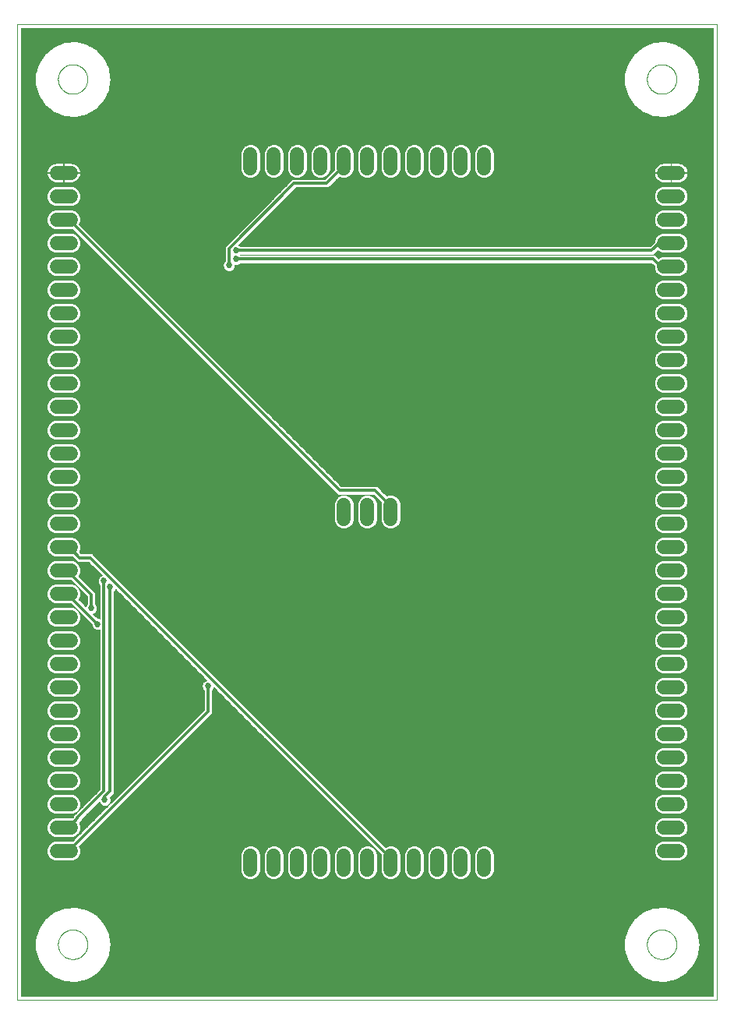
<source format=gtl>
From cceb5e82b0e293372273d1fe5e2c595636c86800 Mon Sep 17 00:00:00 2001
From: William Harrington <kb0iic@berzerkula.org>
Date: Sat, 13 Jul 2024 19:15:37 -0500
Subject: updates for Orator and 5x7 display.

---
 eagle/5x7 Display/5x7_LARGE_DIGIT3_6952.GTL | 31362 +++++++++++++-------------
 1 file changed, 15681 insertions(+), 15681 deletions(-)

(limited to 'eagle/5x7 Display/5x7_LARGE_DIGIT3_6952.GTL')

diff --git a/eagle/5x7 Display/5x7_LARGE_DIGIT3_6952.GTL b/eagle/5x7 Display/5x7_LARGE_DIGIT3_6952.GTL
index 4ae5223..2a59e15 100644
--- a/eagle/5x7 Display/5x7_LARGE_DIGIT3_6952.GTL	
+++ b/eagle/5x7 Display/5x7_LARGE_DIGIT3_6952.GTL	
@@ -1,15681 +1,15681 @@
-G75*
-%MOIN*%
-%OFA0B0*%
-%FSLAX25Y25*%
-%IPPOS*%
-%LPD*%
-%AMOC8*
-5,1,8,0,0,1.08239X$1,22.5*
-%
-%ADD10C,0.00000*%
-%ADD11C,0.06000*%
-%ADD12C,0.00300*%
-%ADD13C,0.01200*%
-%ADD14C,0.02700*%
-D10*
-X0012961Y0010993D02*
-X0012961Y0428315D01*
-X0312174Y0428315D01*
-X0312174Y0010993D01*
-X0012961Y0010993D01*
-X0030284Y0034615D02*
-X0030286Y0034773D01*
-X0030292Y0034931D01*
-X0030302Y0035089D01*
-X0030316Y0035247D01*
-X0030334Y0035404D01*
-X0030355Y0035561D01*
-X0030381Y0035717D01*
-X0030411Y0035873D01*
-X0030444Y0036028D01*
-X0030482Y0036181D01*
-X0030523Y0036334D01*
-X0030568Y0036486D01*
-X0030617Y0036637D01*
-X0030670Y0036786D01*
-X0030726Y0036934D01*
-X0030786Y0037080D01*
-X0030850Y0037225D01*
-X0030918Y0037368D01*
-X0030989Y0037510D01*
-X0031063Y0037650D01*
-X0031141Y0037787D01*
-X0031223Y0037923D01*
-X0031307Y0038057D01*
-X0031396Y0038188D01*
-X0031487Y0038317D01*
-X0031582Y0038444D01*
-X0031679Y0038569D01*
-X0031780Y0038691D01*
-X0031884Y0038810D01*
-X0031991Y0038927D01*
-X0032101Y0039041D01*
-X0032214Y0039152D01*
-X0032329Y0039261D01*
-X0032447Y0039366D01*
-X0032568Y0039468D01*
-X0032691Y0039568D01*
-X0032817Y0039664D01*
-X0032945Y0039757D01*
-X0033075Y0039847D01*
-X0033208Y0039933D01*
-X0033343Y0040017D01*
-X0033479Y0040096D01*
-X0033618Y0040173D01*
-X0033759Y0040245D01*
-X0033901Y0040315D01*
-X0034045Y0040380D01*
-X0034191Y0040442D01*
-X0034338Y0040500D01*
-X0034487Y0040555D01*
-X0034637Y0040606D01*
-X0034788Y0040653D01*
-X0034940Y0040696D01*
-X0035093Y0040735D01*
-X0035248Y0040771D01*
-X0035403Y0040802D01*
-X0035559Y0040830D01*
-X0035715Y0040854D01*
-X0035872Y0040874D01*
-X0036030Y0040890D01*
-X0036187Y0040902D01*
-X0036346Y0040910D01*
-X0036504Y0040914D01*
-X0036662Y0040914D01*
-X0036820Y0040910D01*
-X0036979Y0040902D01*
-X0037136Y0040890D01*
-X0037294Y0040874D01*
-X0037451Y0040854D01*
-X0037607Y0040830D01*
-X0037763Y0040802D01*
-X0037918Y0040771D01*
-X0038073Y0040735D01*
-X0038226Y0040696D01*
-X0038378Y0040653D01*
-X0038529Y0040606D01*
-X0038679Y0040555D01*
-X0038828Y0040500D01*
-X0038975Y0040442D01*
-X0039121Y0040380D01*
-X0039265Y0040315D01*
-X0039407Y0040245D01*
-X0039548Y0040173D01*
-X0039687Y0040096D01*
-X0039823Y0040017D01*
-X0039958Y0039933D01*
-X0040091Y0039847D01*
-X0040221Y0039757D01*
-X0040349Y0039664D01*
-X0040475Y0039568D01*
-X0040598Y0039468D01*
-X0040719Y0039366D01*
-X0040837Y0039261D01*
-X0040952Y0039152D01*
-X0041065Y0039041D01*
-X0041175Y0038927D01*
-X0041282Y0038810D01*
-X0041386Y0038691D01*
-X0041487Y0038569D01*
-X0041584Y0038444D01*
-X0041679Y0038317D01*
-X0041770Y0038188D01*
-X0041859Y0038057D01*
-X0041943Y0037923D01*
-X0042025Y0037787D01*
-X0042103Y0037650D01*
-X0042177Y0037510D01*
-X0042248Y0037368D01*
-X0042316Y0037225D01*
-X0042380Y0037080D01*
-X0042440Y0036934D01*
-X0042496Y0036786D01*
-X0042549Y0036637D01*
-X0042598Y0036486D01*
-X0042643Y0036334D01*
-X0042684Y0036181D01*
-X0042722Y0036028D01*
-X0042755Y0035873D01*
-X0042785Y0035717D01*
-X0042811Y0035561D01*
-X0042832Y0035404D01*
-X0042850Y0035247D01*
-X0042864Y0035089D01*
-X0042874Y0034931D01*
-X0042880Y0034773D01*
-X0042882Y0034615D01*
-X0042880Y0034457D01*
-X0042874Y0034299D01*
-X0042864Y0034141D01*
-X0042850Y0033983D01*
-X0042832Y0033826D01*
-X0042811Y0033669D01*
-X0042785Y0033513D01*
-X0042755Y0033357D01*
-X0042722Y0033202D01*
-X0042684Y0033049D01*
-X0042643Y0032896D01*
-X0042598Y0032744D01*
-X0042549Y0032593D01*
-X0042496Y0032444D01*
-X0042440Y0032296D01*
-X0042380Y0032150D01*
-X0042316Y0032005D01*
-X0042248Y0031862D01*
-X0042177Y0031720D01*
-X0042103Y0031580D01*
-X0042025Y0031443D01*
-X0041943Y0031307D01*
-X0041859Y0031173D01*
-X0041770Y0031042D01*
-X0041679Y0030913D01*
-X0041584Y0030786D01*
-X0041487Y0030661D01*
-X0041386Y0030539D01*
-X0041282Y0030420D01*
-X0041175Y0030303D01*
-X0041065Y0030189D01*
-X0040952Y0030078D01*
-X0040837Y0029969D01*
-X0040719Y0029864D01*
-X0040598Y0029762D01*
-X0040475Y0029662D01*
-X0040349Y0029566D01*
-X0040221Y0029473D01*
-X0040091Y0029383D01*
-X0039958Y0029297D01*
-X0039823Y0029213D01*
-X0039687Y0029134D01*
-X0039548Y0029057D01*
-X0039407Y0028985D01*
-X0039265Y0028915D01*
-X0039121Y0028850D01*
-X0038975Y0028788D01*
-X0038828Y0028730D01*
-X0038679Y0028675D01*
-X0038529Y0028624D01*
-X0038378Y0028577D01*
-X0038226Y0028534D01*
-X0038073Y0028495D01*
-X0037918Y0028459D01*
-X0037763Y0028428D01*
-X0037607Y0028400D01*
-X0037451Y0028376D01*
-X0037294Y0028356D01*
-X0037136Y0028340D01*
-X0036979Y0028328D01*
-X0036820Y0028320D01*
-X0036662Y0028316D01*
-X0036504Y0028316D01*
-X0036346Y0028320D01*
-X0036187Y0028328D01*
-X0036030Y0028340D01*
-X0035872Y0028356D01*
-X0035715Y0028376D01*
-X0035559Y0028400D01*
-X0035403Y0028428D01*
-X0035248Y0028459D01*
-X0035093Y0028495D01*
-X0034940Y0028534D01*
-X0034788Y0028577D01*
-X0034637Y0028624D01*
-X0034487Y0028675D01*
-X0034338Y0028730D01*
-X0034191Y0028788D01*
-X0034045Y0028850D01*
-X0033901Y0028915D01*
-X0033759Y0028985D01*
-X0033618Y0029057D01*
-X0033479Y0029134D01*
-X0033343Y0029213D01*
-X0033208Y0029297D01*
-X0033075Y0029383D01*
-X0032945Y0029473D01*
-X0032817Y0029566D01*
-X0032691Y0029662D01*
-X0032568Y0029762D01*
-X0032447Y0029864D01*
-X0032329Y0029969D01*
-X0032214Y0030078D01*
-X0032101Y0030189D01*
-X0031991Y0030303D01*
-X0031884Y0030420D01*
-X0031780Y0030539D01*
-X0031679Y0030661D01*
-X0031582Y0030786D01*
-X0031487Y0030913D01*
-X0031396Y0031042D01*
-X0031307Y0031173D01*
-X0031223Y0031307D01*
-X0031141Y0031443D01*
-X0031063Y0031580D01*
-X0030989Y0031720D01*
-X0030918Y0031862D01*
-X0030850Y0032005D01*
-X0030786Y0032150D01*
-X0030726Y0032296D01*
-X0030670Y0032444D01*
-X0030617Y0032593D01*
-X0030568Y0032744D01*
-X0030523Y0032896D01*
-X0030482Y0033049D01*
-X0030444Y0033202D01*
-X0030411Y0033357D01*
-X0030381Y0033513D01*
-X0030355Y0033669D01*
-X0030334Y0033826D01*
-X0030316Y0033983D01*
-X0030302Y0034141D01*
-X0030292Y0034299D01*
-X0030286Y0034457D01*
-X0030284Y0034615D01*
-X0282253Y0034615D02*
-X0282255Y0034773D01*
-X0282261Y0034931D01*
-X0282271Y0035089D01*
-X0282285Y0035247D01*
-X0282303Y0035404D01*
-X0282324Y0035561D01*
-X0282350Y0035717D01*
-X0282380Y0035873D01*
-X0282413Y0036028D01*
-X0282451Y0036181D01*
-X0282492Y0036334D01*
-X0282537Y0036486D01*
-X0282586Y0036637D01*
-X0282639Y0036786D01*
-X0282695Y0036934D01*
-X0282755Y0037080D01*
-X0282819Y0037225D01*
-X0282887Y0037368D01*
-X0282958Y0037510D01*
-X0283032Y0037650D01*
-X0283110Y0037787D01*
-X0283192Y0037923D01*
-X0283276Y0038057D01*
-X0283365Y0038188D01*
-X0283456Y0038317D01*
-X0283551Y0038444D01*
-X0283648Y0038569D01*
-X0283749Y0038691D01*
-X0283853Y0038810D01*
-X0283960Y0038927D01*
-X0284070Y0039041D01*
-X0284183Y0039152D01*
-X0284298Y0039261D01*
-X0284416Y0039366D01*
-X0284537Y0039468D01*
-X0284660Y0039568D01*
-X0284786Y0039664D01*
-X0284914Y0039757D01*
-X0285044Y0039847D01*
-X0285177Y0039933D01*
-X0285312Y0040017D01*
-X0285448Y0040096D01*
-X0285587Y0040173D01*
-X0285728Y0040245D01*
-X0285870Y0040315D01*
-X0286014Y0040380D01*
-X0286160Y0040442D01*
-X0286307Y0040500D01*
-X0286456Y0040555D01*
-X0286606Y0040606D01*
-X0286757Y0040653D01*
-X0286909Y0040696D01*
-X0287062Y0040735D01*
-X0287217Y0040771D01*
-X0287372Y0040802D01*
-X0287528Y0040830D01*
-X0287684Y0040854D01*
-X0287841Y0040874D01*
-X0287999Y0040890D01*
-X0288156Y0040902D01*
-X0288315Y0040910D01*
-X0288473Y0040914D01*
-X0288631Y0040914D01*
-X0288789Y0040910D01*
-X0288948Y0040902D01*
-X0289105Y0040890D01*
-X0289263Y0040874D01*
-X0289420Y0040854D01*
-X0289576Y0040830D01*
-X0289732Y0040802D01*
-X0289887Y0040771D01*
-X0290042Y0040735D01*
-X0290195Y0040696D01*
-X0290347Y0040653D01*
-X0290498Y0040606D01*
-X0290648Y0040555D01*
-X0290797Y0040500D01*
-X0290944Y0040442D01*
-X0291090Y0040380D01*
-X0291234Y0040315D01*
-X0291376Y0040245D01*
-X0291517Y0040173D01*
-X0291656Y0040096D01*
-X0291792Y0040017D01*
-X0291927Y0039933D01*
-X0292060Y0039847D01*
-X0292190Y0039757D01*
-X0292318Y0039664D01*
-X0292444Y0039568D01*
-X0292567Y0039468D01*
-X0292688Y0039366D01*
-X0292806Y0039261D01*
-X0292921Y0039152D01*
-X0293034Y0039041D01*
-X0293144Y0038927D01*
-X0293251Y0038810D01*
-X0293355Y0038691D01*
-X0293456Y0038569D01*
-X0293553Y0038444D01*
-X0293648Y0038317D01*
-X0293739Y0038188D01*
-X0293828Y0038057D01*
-X0293912Y0037923D01*
-X0293994Y0037787D01*
-X0294072Y0037650D01*
-X0294146Y0037510D01*
-X0294217Y0037368D01*
-X0294285Y0037225D01*
-X0294349Y0037080D01*
-X0294409Y0036934D01*
-X0294465Y0036786D01*
-X0294518Y0036637D01*
-X0294567Y0036486D01*
-X0294612Y0036334D01*
-X0294653Y0036181D01*
-X0294691Y0036028D01*
-X0294724Y0035873D01*
-X0294754Y0035717D01*
-X0294780Y0035561D01*
-X0294801Y0035404D01*
-X0294819Y0035247D01*
-X0294833Y0035089D01*
-X0294843Y0034931D01*
-X0294849Y0034773D01*
-X0294851Y0034615D01*
-X0294849Y0034457D01*
-X0294843Y0034299D01*
-X0294833Y0034141D01*
-X0294819Y0033983D01*
-X0294801Y0033826D01*
-X0294780Y0033669D01*
-X0294754Y0033513D01*
-X0294724Y0033357D01*
-X0294691Y0033202D01*
-X0294653Y0033049D01*
-X0294612Y0032896D01*
-X0294567Y0032744D01*
-X0294518Y0032593D01*
-X0294465Y0032444D01*
-X0294409Y0032296D01*
-X0294349Y0032150D01*
-X0294285Y0032005D01*
-X0294217Y0031862D01*
-X0294146Y0031720D01*
-X0294072Y0031580D01*
-X0293994Y0031443D01*
-X0293912Y0031307D01*
-X0293828Y0031173D01*
-X0293739Y0031042D01*
-X0293648Y0030913D01*
-X0293553Y0030786D01*
-X0293456Y0030661D01*
-X0293355Y0030539D01*
-X0293251Y0030420D01*
-X0293144Y0030303D01*
-X0293034Y0030189D01*
-X0292921Y0030078D01*
-X0292806Y0029969D01*
-X0292688Y0029864D01*
-X0292567Y0029762D01*
-X0292444Y0029662D01*
-X0292318Y0029566D01*
-X0292190Y0029473D01*
-X0292060Y0029383D01*
-X0291927Y0029297D01*
-X0291792Y0029213D01*
-X0291656Y0029134D01*
-X0291517Y0029057D01*
-X0291376Y0028985D01*
-X0291234Y0028915D01*
-X0291090Y0028850D01*
-X0290944Y0028788D01*
-X0290797Y0028730D01*
-X0290648Y0028675D01*
-X0290498Y0028624D01*
-X0290347Y0028577D01*
-X0290195Y0028534D01*
-X0290042Y0028495D01*
-X0289887Y0028459D01*
-X0289732Y0028428D01*
-X0289576Y0028400D01*
-X0289420Y0028376D01*
-X0289263Y0028356D01*
-X0289105Y0028340D01*
-X0288948Y0028328D01*
-X0288789Y0028320D01*
-X0288631Y0028316D01*
-X0288473Y0028316D01*
-X0288315Y0028320D01*
-X0288156Y0028328D01*
-X0287999Y0028340D01*
-X0287841Y0028356D01*
-X0287684Y0028376D01*
-X0287528Y0028400D01*
-X0287372Y0028428D01*
-X0287217Y0028459D01*
-X0287062Y0028495D01*
-X0286909Y0028534D01*
-X0286757Y0028577D01*
-X0286606Y0028624D01*
-X0286456Y0028675D01*
-X0286307Y0028730D01*
-X0286160Y0028788D01*
-X0286014Y0028850D01*
-X0285870Y0028915D01*
-X0285728Y0028985D01*
-X0285587Y0029057D01*
-X0285448Y0029134D01*
-X0285312Y0029213D01*
-X0285177Y0029297D01*
-X0285044Y0029383D01*
-X0284914Y0029473D01*
-X0284786Y0029566D01*
-X0284660Y0029662D01*
-X0284537Y0029762D01*
-X0284416Y0029864D01*
-X0284298Y0029969D01*
-X0284183Y0030078D01*
-X0284070Y0030189D01*
-X0283960Y0030303D01*
-X0283853Y0030420D01*
-X0283749Y0030539D01*
-X0283648Y0030661D01*
-X0283551Y0030786D01*
-X0283456Y0030913D01*
-X0283365Y0031042D01*
-X0283276Y0031173D01*
-X0283192Y0031307D01*
-X0283110Y0031443D01*
-X0283032Y0031580D01*
-X0282958Y0031720D01*
-X0282887Y0031862D01*
-X0282819Y0032005D01*
-X0282755Y0032150D01*
-X0282695Y0032296D01*
-X0282639Y0032444D01*
-X0282586Y0032593D01*
-X0282537Y0032744D01*
-X0282492Y0032896D01*
-X0282451Y0033049D01*
-X0282413Y0033202D01*
-X0282380Y0033357D01*
-X0282350Y0033513D01*
-X0282324Y0033669D01*
-X0282303Y0033826D01*
-X0282285Y0033983D01*
-X0282271Y0034141D01*
-X0282261Y0034299D01*
-X0282255Y0034457D01*
-X0282253Y0034615D01*
-X0282253Y0404693D02*
-X0282255Y0404851D01*
-X0282261Y0405009D01*
-X0282271Y0405167D01*
-X0282285Y0405325D01*
-X0282303Y0405482D01*
-X0282324Y0405639D01*
-X0282350Y0405795D01*
-X0282380Y0405951D01*
-X0282413Y0406106D01*
-X0282451Y0406259D01*
-X0282492Y0406412D01*
-X0282537Y0406564D01*
-X0282586Y0406715D01*
-X0282639Y0406864D01*
-X0282695Y0407012D01*
-X0282755Y0407158D01*
-X0282819Y0407303D01*
-X0282887Y0407446D01*
-X0282958Y0407588D01*
-X0283032Y0407728D01*
-X0283110Y0407865D01*
-X0283192Y0408001D01*
-X0283276Y0408135D01*
-X0283365Y0408266D01*
-X0283456Y0408395D01*
-X0283551Y0408522D01*
-X0283648Y0408647D01*
-X0283749Y0408769D01*
-X0283853Y0408888D01*
-X0283960Y0409005D01*
-X0284070Y0409119D01*
-X0284183Y0409230D01*
-X0284298Y0409339D01*
-X0284416Y0409444D01*
-X0284537Y0409546D01*
-X0284660Y0409646D01*
-X0284786Y0409742D01*
-X0284914Y0409835D01*
-X0285044Y0409925D01*
-X0285177Y0410011D01*
-X0285312Y0410095D01*
-X0285448Y0410174D01*
-X0285587Y0410251D01*
-X0285728Y0410323D01*
-X0285870Y0410393D01*
-X0286014Y0410458D01*
-X0286160Y0410520D01*
-X0286307Y0410578D01*
-X0286456Y0410633D01*
-X0286606Y0410684D01*
-X0286757Y0410731D01*
-X0286909Y0410774D01*
-X0287062Y0410813D01*
-X0287217Y0410849D01*
-X0287372Y0410880D01*
-X0287528Y0410908D01*
-X0287684Y0410932D01*
-X0287841Y0410952D01*
-X0287999Y0410968D01*
-X0288156Y0410980D01*
-X0288315Y0410988D01*
-X0288473Y0410992D01*
-X0288631Y0410992D01*
-X0288789Y0410988D01*
-X0288948Y0410980D01*
-X0289105Y0410968D01*
-X0289263Y0410952D01*
-X0289420Y0410932D01*
-X0289576Y0410908D01*
-X0289732Y0410880D01*
-X0289887Y0410849D01*
-X0290042Y0410813D01*
-X0290195Y0410774D01*
-X0290347Y0410731D01*
-X0290498Y0410684D01*
-X0290648Y0410633D01*
-X0290797Y0410578D01*
-X0290944Y0410520D01*
-X0291090Y0410458D01*
-X0291234Y0410393D01*
-X0291376Y0410323D01*
-X0291517Y0410251D01*
-X0291656Y0410174D01*
-X0291792Y0410095D01*
-X0291927Y0410011D01*
-X0292060Y0409925D01*
-X0292190Y0409835D01*
-X0292318Y0409742D01*
-X0292444Y0409646D01*
-X0292567Y0409546D01*
-X0292688Y0409444D01*
-X0292806Y0409339D01*
-X0292921Y0409230D01*
-X0293034Y0409119D01*
-X0293144Y0409005D01*
-X0293251Y0408888D01*
-X0293355Y0408769D01*
-X0293456Y0408647D01*
-X0293553Y0408522D01*
-X0293648Y0408395D01*
-X0293739Y0408266D01*
-X0293828Y0408135D01*
-X0293912Y0408001D01*
-X0293994Y0407865D01*
-X0294072Y0407728D01*
-X0294146Y0407588D01*
-X0294217Y0407446D01*
-X0294285Y0407303D01*
-X0294349Y0407158D01*
-X0294409Y0407012D01*
-X0294465Y0406864D01*
-X0294518Y0406715D01*
-X0294567Y0406564D01*
-X0294612Y0406412D01*
-X0294653Y0406259D01*
-X0294691Y0406106D01*
-X0294724Y0405951D01*
-X0294754Y0405795D01*
-X0294780Y0405639D01*
-X0294801Y0405482D01*
-X0294819Y0405325D01*
-X0294833Y0405167D01*
-X0294843Y0405009D01*
-X0294849Y0404851D01*
-X0294851Y0404693D01*
-X0294849Y0404535D01*
-X0294843Y0404377D01*
-X0294833Y0404219D01*
-X0294819Y0404061D01*
-X0294801Y0403904D01*
-X0294780Y0403747D01*
-X0294754Y0403591D01*
-X0294724Y0403435D01*
-X0294691Y0403280D01*
-X0294653Y0403127D01*
-X0294612Y0402974D01*
-X0294567Y0402822D01*
-X0294518Y0402671D01*
-X0294465Y0402522D01*
-X0294409Y0402374D01*
-X0294349Y0402228D01*
-X0294285Y0402083D01*
-X0294217Y0401940D01*
-X0294146Y0401798D01*
-X0294072Y0401658D01*
-X0293994Y0401521D01*
-X0293912Y0401385D01*
-X0293828Y0401251D01*
-X0293739Y0401120D01*
-X0293648Y0400991D01*
-X0293553Y0400864D01*
-X0293456Y0400739D01*
-X0293355Y0400617D01*
-X0293251Y0400498D01*
-X0293144Y0400381D01*
-X0293034Y0400267D01*
-X0292921Y0400156D01*
-X0292806Y0400047D01*
-X0292688Y0399942D01*
-X0292567Y0399840D01*
-X0292444Y0399740D01*
-X0292318Y0399644D01*
-X0292190Y0399551D01*
-X0292060Y0399461D01*
-X0291927Y0399375D01*
-X0291792Y0399291D01*
-X0291656Y0399212D01*
-X0291517Y0399135D01*
-X0291376Y0399063D01*
-X0291234Y0398993D01*
-X0291090Y0398928D01*
-X0290944Y0398866D01*
-X0290797Y0398808D01*
-X0290648Y0398753D01*
-X0290498Y0398702D01*
-X0290347Y0398655D01*
-X0290195Y0398612D01*
-X0290042Y0398573D01*
-X0289887Y0398537D01*
-X0289732Y0398506D01*
-X0289576Y0398478D01*
-X0289420Y0398454D01*
-X0289263Y0398434D01*
-X0289105Y0398418D01*
-X0288948Y0398406D01*
-X0288789Y0398398D01*
-X0288631Y0398394D01*
-X0288473Y0398394D01*
-X0288315Y0398398D01*
-X0288156Y0398406D01*
-X0287999Y0398418D01*
-X0287841Y0398434D01*
-X0287684Y0398454D01*
-X0287528Y0398478D01*
-X0287372Y0398506D01*
-X0287217Y0398537D01*
-X0287062Y0398573D01*
-X0286909Y0398612D01*
-X0286757Y0398655D01*
-X0286606Y0398702D01*
-X0286456Y0398753D01*
-X0286307Y0398808D01*
-X0286160Y0398866D01*
-X0286014Y0398928D01*
-X0285870Y0398993D01*
-X0285728Y0399063D01*
-X0285587Y0399135D01*
-X0285448Y0399212D01*
-X0285312Y0399291D01*
-X0285177Y0399375D01*
-X0285044Y0399461D01*
-X0284914Y0399551D01*
-X0284786Y0399644D01*
-X0284660Y0399740D01*
-X0284537Y0399840D01*
-X0284416Y0399942D01*
-X0284298Y0400047D01*
-X0284183Y0400156D01*
-X0284070Y0400267D01*
-X0283960Y0400381D01*
-X0283853Y0400498D01*
-X0283749Y0400617D01*
-X0283648Y0400739D01*
-X0283551Y0400864D01*
-X0283456Y0400991D01*
-X0283365Y0401120D01*
-X0283276Y0401251D01*
-X0283192Y0401385D01*
-X0283110Y0401521D01*
-X0283032Y0401658D01*
-X0282958Y0401798D01*
-X0282887Y0401940D01*
-X0282819Y0402083D01*
-X0282755Y0402228D01*
-X0282695Y0402374D01*
-X0282639Y0402522D01*
-X0282586Y0402671D01*
-X0282537Y0402822D01*
-X0282492Y0402974D01*
-X0282451Y0403127D01*
-X0282413Y0403280D01*
-X0282380Y0403435D01*
-X0282350Y0403591D01*
-X0282324Y0403747D01*
-X0282303Y0403904D01*
-X0282285Y0404061D01*
-X0282271Y0404219D01*
-X0282261Y0404377D01*
-X0282255Y0404535D01*
-X0282253Y0404693D01*
-X0030284Y0404693D02*
-X0030286Y0404851D01*
-X0030292Y0405009D01*
-X0030302Y0405167D01*
-X0030316Y0405325D01*
-X0030334Y0405482D01*
-X0030355Y0405639D01*
-X0030381Y0405795D01*
-X0030411Y0405951D01*
-X0030444Y0406106D01*
-X0030482Y0406259D01*
-X0030523Y0406412D01*
-X0030568Y0406564D01*
-X0030617Y0406715D01*
-X0030670Y0406864D01*
-X0030726Y0407012D01*
-X0030786Y0407158D01*
-X0030850Y0407303D01*
-X0030918Y0407446D01*
-X0030989Y0407588D01*
-X0031063Y0407728D01*
-X0031141Y0407865D01*
-X0031223Y0408001D01*
-X0031307Y0408135D01*
-X0031396Y0408266D01*
-X0031487Y0408395D01*
-X0031582Y0408522D01*
-X0031679Y0408647D01*
-X0031780Y0408769D01*
-X0031884Y0408888D01*
-X0031991Y0409005D01*
-X0032101Y0409119D01*
-X0032214Y0409230D01*
-X0032329Y0409339D01*
-X0032447Y0409444D01*
-X0032568Y0409546D01*
-X0032691Y0409646D01*
-X0032817Y0409742D01*
-X0032945Y0409835D01*
-X0033075Y0409925D01*
-X0033208Y0410011D01*
-X0033343Y0410095D01*
-X0033479Y0410174D01*
-X0033618Y0410251D01*
-X0033759Y0410323D01*
-X0033901Y0410393D01*
-X0034045Y0410458D01*
-X0034191Y0410520D01*
-X0034338Y0410578D01*
-X0034487Y0410633D01*
-X0034637Y0410684D01*
-X0034788Y0410731D01*
-X0034940Y0410774D01*
-X0035093Y0410813D01*
-X0035248Y0410849D01*
-X0035403Y0410880D01*
-X0035559Y0410908D01*
-X0035715Y0410932D01*
-X0035872Y0410952D01*
-X0036030Y0410968D01*
-X0036187Y0410980D01*
-X0036346Y0410988D01*
-X0036504Y0410992D01*
-X0036662Y0410992D01*
-X0036820Y0410988D01*
-X0036979Y0410980D01*
-X0037136Y0410968D01*
-X0037294Y0410952D01*
-X0037451Y0410932D01*
-X0037607Y0410908D01*
-X0037763Y0410880D01*
-X0037918Y0410849D01*
-X0038073Y0410813D01*
-X0038226Y0410774D01*
-X0038378Y0410731D01*
-X0038529Y0410684D01*
-X0038679Y0410633D01*
-X0038828Y0410578D01*
-X0038975Y0410520D01*
-X0039121Y0410458D01*
-X0039265Y0410393D01*
-X0039407Y0410323D01*
-X0039548Y0410251D01*
-X0039687Y0410174D01*
-X0039823Y0410095D01*
-X0039958Y0410011D01*
-X0040091Y0409925D01*
-X0040221Y0409835D01*
-X0040349Y0409742D01*
-X0040475Y0409646D01*
-X0040598Y0409546D01*
-X0040719Y0409444D01*
-X0040837Y0409339D01*
-X0040952Y0409230D01*
-X0041065Y0409119D01*
-X0041175Y0409005D01*
-X0041282Y0408888D01*
-X0041386Y0408769D01*
-X0041487Y0408647D01*
-X0041584Y0408522D01*
-X0041679Y0408395D01*
-X0041770Y0408266D01*
-X0041859Y0408135D01*
-X0041943Y0408001D01*
-X0042025Y0407865D01*
-X0042103Y0407728D01*
-X0042177Y0407588D01*
-X0042248Y0407446D01*
-X0042316Y0407303D01*
-X0042380Y0407158D01*
-X0042440Y0407012D01*
-X0042496Y0406864D01*
-X0042549Y0406715D01*
-X0042598Y0406564D01*
-X0042643Y0406412D01*
-X0042684Y0406259D01*
-X0042722Y0406106D01*
-X0042755Y0405951D01*
-X0042785Y0405795D01*
-X0042811Y0405639D01*
-X0042832Y0405482D01*
-X0042850Y0405325D01*
-X0042864Y0405167D01*
-X0042874Y0405009D01*
-X0042880Y0404851D01*
-X0042882Y0404693D01*
-X0042880Y0404535D01*
-X0042874Y0404377D01*
-X0042864Y0404219D01*
-X0042850Y0404061D01*
-X0042832Y0403904D01*
-X0042811Y0403747D01*
-X0042785Y0403591D01*
-X0042755Y0403435D01*
-X0042722Y0403280D01*
-X0042684Y0403127D01*
-X0042643Y0402974D01*
-X0042598Y0402822D01*
-X0042549Y0402671D01*
-X0042496Y0402522D01*
-X0042440Y0402374D01*
-X0042380Y0402228D01*
-X0042316Y0402083D01*
-X0042248Y0401940D01*
-X0042177Y0401798D01*
-X0042103Y0401658D01*
-X0042025Y0401521D01*
-X0041943Y0401385D01*
-X0041859Y0401251D01*
-X0041770Y0401120D01*
-X0041679Y0400991D01*
-X0041584Y0400864D01*
-X0041487Y0400739D01*
-X0041386Y0400617D01*
-X0041282Y0400498D01*
-X0041175Y0400381D01*
-X0041065Y0400267D01*
-X0040952Y0400156D01*
-X0040837Y0400047D01*
-X0040719Y0399942D01*
-X0040598Y0399840D01*
-X0040475Y0399740D01*
-X0040349Y0399644D01*
-X0040221Y0399551D01*
-X0040091Y0399461D01*
-X0039958Y0399375D01*
-X0039823Y0399291D01*
-X0039687Y0399212D01*
-X0039548Y0399135D01*
-X0039407Y0399063D01*
-X0039265Y0398993D01*
-X0039121Y0398928D01*
-X0038975Y0398866D01*
-X0038828Y0398808D01*
-X0038679Y0398753D01*
-X0038529Y0398702D01*
-X0038378Y0398655D01*
-X0038226Y0398612D01*
-X0038073Y0398573D01*
-X0037918Y0398537D01*
-X0037763Y0398506D01*
-X0037607Y0398478D01*
-X0037451Y0398454D01*
-X0037294Y0398434D01*
-X0037136Y0398418D01*
-X0036979Y0398406D01*
-X0036820Y0398398D01*
-X0036662Y0398394D01*
-X0036504Y0398394D01*
-X0036346Y0398398D01*
-X0036187Y0398406D01*
-X0036030Y0398418D01*
-X0035872Y0398434D01*
-X0035715Y0398454D01*
-X0035559Y0398478D01*
-X0035403Y0398506D01*
-X0035248Y0398537D01*
-X0035093Y0398573D01*
-X0034940Y0398612D01*
-X0034788Y0398655D01*
-X0034637Y0398702D01*
-X0034487Y0398753D01*
-X0034338Y0398808D01*
-X0034191Y0398866D01*
-X0034045Y0398928D01*
-X0033901Y0398993D01*
-X0033759Y0399063D01*
-X0033618Y0399135D01*
-X0033479Y0399212D01*
-X0033343Y0399291D01*
-X0033208Y0399375D01*
-X0033075Y0399461D01*
-X0032945Y0399551D01*
-X0032817Y0399644D01*
-X0032691Y0399740D01*
-X0032568Y0399840D01*
-X0032447Y0399942D01*
-X0032329Y0400047D01*
-X0032214Y0400156D01*
-X0032101Y0400267D01*
-X0031991Y0400381D01*
-X0031884Y0400498D01*
-X0031780Y0400617D01*
-X0031679Y0400739D01*
-X0031582Y0400864D01*
-X0031487Y0400991D01*
-X0031396Y0401120D01*
-X0031307Y0401251D01*
-X0031223Y0401385D01*
-X0031141Y0401521D01*
-X0031063Y0401658D01*
-X0030989Y0401798D01*
-X0030918Y0401940D01*
-X0030850Y0402083D01*
-X0030786Y0402228D01*
-X0030726Y0402374D01*
-X0030670Y0402522D01*
-X0030617Y0402671D01*
-X0030568Y0402822D01*
-X0030523Y0402974D01*
-X0030482Y0403127D01*
-X0030444Y0403280D01*
-X0030411Y0403435D01*
-X0030381Y0403591D01*
-X0030355Y0403747D01*
-X0030334Y0403904D01*
-X0030316Y0404061D01*
-X0030302Y0404219D01*
-X0030292Y0404377D01*
-X0030286Y0404535D01*
-X0030284Y0404693D01*
-D11*
-X0029646Y0364654D02*
-X0035646Y0364654D01*
-X0035646Y0354654D02*
-X0029646Y0354654D01*
-X0029646Y0344654D02*
-X0035646Y0344654D01*
-X0035646Y0334654D02*
-X0029646Y0334654D01*
-X0029646Y0324654D02*
-X0035646Y0324654D01*
-X0035646Y0314654D02*
-X0029646Y0314654D01*
-X0029646Y0304654D02*
-X0035646Y0304654D01*
-X0035646Y0294654D02*
-X0029646Y0294654D01*
-X0029646Y0284654D02*
-X0035646Y0284654D01*
-X0035646Y0274654D02*
-X0029646Y0274654D01*
-X0029646Y0264654D02*
-X0035646Y0264654D01*
-X0035646Y0254654D02*
-X0029646Y0254654D01*
-X0029646Y0244654D02*
-X0035646Y0244654D01*
-X0035646Y0234654D02*
-X0029646Y0234654D01*
-X0029646Y0224654D02*
-X0035646Y0224654D01*
-X0035646Y0214654D02*
-X0029646Y0214654D01*
-X0029646Y0204654D02*
-X0035646Y0204654D01*
-X0035646Y0194654D02*
-X0029646Y0194654D01*
-X0029646Y0184654D02*
-X0035646Y0184654D01*
-X0035646Y0174654D02*
-X0029646Y0174654D01*
-X0029646Y0164654D02*
-X0035646Y0164654D01*
-X0035646Y0154654D02*
-X0029646Y0154654D01*
-X0029646Y0144654D02*
-X0035646Y0144654D01*
-X0035646Y0134654D02*
-X0029646Y0134654D01*
-X0029646Y0124654D02*
-X0035646Y0124654D01*
-X0035646Y0114654D02*
-X0029646Y0114654D01*
-X0029646Y0104654D02*
-X0035646Y0104654D01*
-X0035646Y0094654D02*
-X0029646Y0094654D01*
-X0029646Y0084654D02*
-X0035646Y0084654D01*
-X0035646Y0074654D02*
-X0029646Y0074654D01*
-X0112567Y0072654D02*
-X0112567Y0066654D01*
-X0122567Y0066654D02*
-X0122567Y0072654D01*
-X0132567Y0072654D02*
-X0132567Y0066654D01*
-X0142567Y0066654D02*
-X0142567Y0072654D01*
-X0152567Y0072654D02*
-X0152567Y0066654D01*
-X0162567Y0066654D02*
-X0162567Y0072654D01*
-X0172567Y0072654D02*
-X0172567Y0066654D01*
-X0182567Y0066654D02*
-X0182567Y0072654D01*
-X0192567Y0072654D02*
-X0192567Y0066654D01*
-X0202567Y0066654D02*
-X0202567Y0072654D01*
-X0212567Y0072654D02*
-X0212567Y0066654D01*
-X0289489Y0074654D02*
-X0295489Y0074654D01*
-X0295489Y0084654D02*
-X0289489Y0084654D01*
-X0289489Y0094654D02*
-X0295489Y0094654D01*
-X0295489Y0104654D02*
-X0289489Y0104654D01*
-X0289489Y0114654D02*
-X0295489Y0114654D01*
-X0295489Y0124654D02*
-X0289489Y0124654D01*
-X0289489Y0134654D02*
-X0295489Y0134654D01*
-X0295489Y0144654D02*
-X0289489Y0144654D01*
-X0289489Y0154654D02*
-X0295489Y0154654D01*
-X0295489Y0164654D02*
-X0289489Y0164654D01*
-X0289489Y0174654D02*
-X0295489Y0174654D01*
-X0295489Y0184654D02*
-X0289489Y0184654D01*
-X0289489Y0194654D02*
-X0295489Y0194654D01*
-X0295489Y0204654D02*
-X0289489Y0204654D01*
-X0289489Y0214654D02*
-X0295489Y0214654D01*
-X0295489Y0224654D02*
-X0289489Y0224654D01*
-X0289489Y0234654D02*
-X0295489Y0234654D01*
-X0295489Y0244654D02*
-X0289489Y0244654D01*
-X0289489Y0254654D02*
-X0295489Y0254654D01*
-X0295489Y0264654D02*
-X0289489Y0264654D01*
-X0289489Y0274654D02*
-X0295489Y0274654D01*
-X0295489Y0284654D02*
-X0289489Y0284654D01*
-X0289489Y0294654D02*
-X0295489Y0294654D01*
-X0295489Y0304654D02*
-X0289489Y0304654D01*
-X0289489Y0314654D02*
-X0295489Y0314654D01*
-X0295489Y0324654D02*
-X0289489Y0324654D01*
-X0289489Y0334654D02*
-X0295489Y0334654D01*
-X0295489Y0344654D02*
-X0289489Y0344654D01*
-X0289489Y0354654D02*
-X0295489Y0354654D01*
-X0295489Y0364654D02*
-X0289489Y0364654D01*
-X0212567Y0366654D02*
-X0212567Y0372654D01*
-X0202567Y0372654D02*
-X0202567Y0366654D01*
-X0192567Y0366654D02*
-X0192567Y0372654D01*
-X0182567Y0372654D02*
-X0182567Y0366654D01*
-X0172567Y0366654D02*
-X0172567Y0372654D01*
-X0162567Y0372654D02*
-X0162567Y0366654D01*
-X0152567Y0366654D02*
-X0152567Y0372654D01*
-X0142567Y0372654D02*
-X0142567Y0366654D01*
-X0132567Y0366654D02*
-X0132567Y0372654D01*
-X0122567Y0372654D02*
-X0122567Y0366654D01*
-X0112567Y0366654D02*
-X0112567Y0372654D01*
-X0152567Y0222654D02*
-X0152567Y0216654D01*
-X0162567Y0216654D02*
-X0162567Y0222654D01*
-X0172567Y0222654D02*
-X0172567Y0216654D01*
-D12*
-X0168417Y0216667D02*
-X0166717Y0216667D01*
-X0166717Y0216965D02*
-X0168417Y0216965D01*
-X0168417Y0217264D02*
-X0166717Y0217264D01*
-X0166717Y0217562D02*
-X0168417Y0217562D01*
-X0168417Y0217861D02*
-X0166717Y0217861D01*
-X0166717Y0218159D02*
-X0168417Y0218159D01*
-X0168417Y0218458D02*
-X0166717Y0218458D01*
-X0166717Y0218756D02*
-X0168417Y0218756D01*
-X0168417Y0219055D02*
-X0166717Y0219055D01*
-X0166717Y0219353D02*
-X0168417Y0219353D01*
-X0168417Y0219652D02*
-X0166717Y0219652D01*
-X0166717Y0219950D02*
-X0168417Y0219950D01*
-X0168417Y0220249D02*
-X0166717Y0220249D01*
-X0166717Y0220547D02*
-X0168417Y0220547D01*
-X0168417Y0220846D02*
-X0166717Y0220846D01*
-X0166717Y0221144D02*
-X0168417Y0221144D01*
-X0168417Y0221443D02*
-X0166717Y0221443D01*
-X0166717Y0221742D02*
-X0168417Y0221742D01*
-X0168417Y0222040D02*
-X0166717Y0222040D01*
-X0166717Y0222339D02*
-X0168417Y0222339D01*
-X0168417Y0222637D02*
-X0166717Y0222637D01*
-X0166717Y0222936D02*
-X0168417Y0222936D01*
-X0168417Y0223234D02*
-X0166717Y0223234D01*
-X0166717Y0223479D02*
-X0166086Y0225005D01*
-X0164918Y0226172D01*
-X0163393Y0226804D01*
-X0161742Y0226804D01*
-X0160217Y0226172D01*
-X0159049Y0225005D01*
-X0158417Y0223479D01*
-X0158417Y0215828D01*
-X0159049Y0214303D01*
-X0160217Y0213136D01*
-X0161742Y0212504D01*
-X0163393Y0212504D01*
-X0164918Y0213136D01*
-X0166086Y0214303D01*
-X0166717Y0215828D01*
-X0166717Y0223479D01*
-X0166695Y0223533D02*
-X0168439Y0223533D01*
-X0168417Y0223479D02*
-X0168417Y0215828D01*
-X0169049Y0214303D01*
-X0170217Y0213136D01*
-X0171742Y0212504D01*
-X0173393Y0212504D01*
-X0174918Y0213136D01*
-X0176086Y0214303D01*
-X0176717Y0215828D01*
-X0176717Y0223479D01*
-X0176086Y0225005D01*
-X0174918Y0226172D01*
-X0173393Y0226804D01*
-X0171742Y0226804D01*
-X0170810Y0226418D01*
-X0166686Y0230543D01*
-X0151386Y0230543D01*
-X0039299Y0342629D01*
-X0039796Y0343828D01*
-X0039796Y0345479D01*
-X0039164Y0347005D01*
-X0037997Y0348172D01*
-X0036472Y0348804D01*
-X0028821Y0348804D01*
-X0027295Y0348172D01*
-X0026128Y0347005D01*
-X0025496Y0345479D01*
-X0025496Y0343828D01*
-X0026128Y0342303D01*
-X0027295Y0341136D01*
-X0028821Y0340504D01*
-X0036472Y0340504D01*
-X0036474Y0340505D01*
-X0148911Y0228068D01*
-X0149936Y0227043D01*
-X0165236Y0227043D01*
-X0168529Y0223749D01*
-X0168417Y0223479D01*
-X0168448Y0223831D02*
-X0166572Y0223831D01*
-X0166448Y0224130D02*
-X0168149Y0224130D01*
-X0167851Y0224428D02*
-X0166324Y0224428D01*
-X0166201Y0224727D02*
-X0167552Y0224727D01*
-X0167254Y0225025D02*
-X0166065Y0225025D01*
-X0165767Y0225324D02*
-X0166955Y0225324D01*
-X0166657Y0225622D02*
-X0165468Y0225622D01*
-X0165170Y0225921D02*
-X0166358Y0225921D01*
-X0166059Y0226219D02*
-X0164804Y0226219D01*
-X0164084Y0226518D02*
-X0165761Y0226518D01*
-X0165462Y0226816D02*
-X0039242Y0226816D01*
-X0039164Y0227005D02*
-X0037997Y0228172D01*
-X0036472Y0228804D01*
-X0028821Y0228804D01*
-X0027295Y0228172D01*
-X0026128Y0227005D01*
-X0025496Y0225479D01*
-X0025496Y0223828D01*
-X0026128Y0222303D01*
-X0027295Y0221136D01*
-X0028821Y0220504D01*
-X0036472Y0220504D01*
-X0037997Y0221136D01*
-X0039164Y0222303D01*
-X0039796Y0223828D01*
-X0039796Y0225479D01*
-X0039164Y0227005D01*
-X0039054Y0227115D02*
-X0149864Y0227115D01*
-X0149565Y0227413D02*
-X0038756Y0227413D01*
-X0038457Y0227712D02*
-X0149267Y0227712D01*
-X0148968Y0228010D02*
-X0038159Y0228010D01*
-X0037667Y0228309D02*
-X0148670Y0228309D01*
-X0148371Y0228607D02*
-X0036946Y0228607D01*
-X0036472Y0230504D02*
-X0037997Y0231136D01*
-X0039164Y0232303D01*
-X0039796Y0233828D01*
-X0039796Y0235479D01*
-X0039164Y0237005D01*
-X0037997Y0238172D01*
-X0036472Y0238804D01*
-X0028821Y0238804D01*
-X0027295Y0238172D01*
-X0026128Y0237005D01*
-X0025496Y0235479D01*
-X0025496Y0233828D01*
-X0026128Y0232303D01*
-X0027295Y0231136D01*
-X0028821Y0230504D01*
-X0036472Y0230504D01*
-X0036937Y0230697D02*
-X0146282Y0230697D01*
-X0146580Y0230398D02*
-X0014611Y0230398D01*
-X0014611Y0230100D02*
-X0146879Y0230100D01*
-X0147177Y0229801D02*
-X0014611Y0229801D01*
-X0014611Y0229503D02*
-X0147476Y0229503D01*
-X0147774Y0229204D02*
-X0014611Y0229204D01*
-X0014611Y0228906D02*
-X0148073Y0228906D01*
-X0145983Y0230995D02*
-X0037658Y0230995D01*
-X0038155Y0231294D02*
-X0145685Y0231294D01*
-X0145386Y0231592D02*
-X0038453Y0231592D01*
-X0038752Y0231891D02*
-X0145088Y0231891D01*
-X0144789Y0232189D02*
-X0039051Y0232189D01*
-X0039241Y0232488D02*
-X0144491Y0232488D01*
-X0144192Y0232786D02*
-X0039364Y0232786D01*
-X0039488Y0233085D02*
-X0143894Y0233085D01*
-X0143595Y0233383D02*
-X0039612Y0233383D01*
-X0039735Y0233682D02*
-X0143297Y0233682D01*
-X0142998Y0233980D02*
-X0039796Y0233980D01*
-X0039796Y0234279D02*
-X0142700Y0234279D01*
-X0142401Y0234577D02*
-X0039796Y0234577D01*
-X0039796Y0234876D02*
-X0142103Y0234876D01*
-X0141804Y0235175D02*
-X0039796Y0235175D01*
-X0039796Y0235473D02*
-X0141506Y0235473D01*
-X0141207Y0235772D02*
-X0039675Y0235772D01*
-X0039551Y0236070D02*
-X0140909Y0236070D01*
-X0140610Y0236369D02*
-X0039428Y0236369D01*
-X0039304Y0236667D02*
-X0140312Y0236667D01*
-X0140013Y0236966D02*
-X0039180Y0236966D01*
-X0038905Y0237264D02*
-X0139715Y0237264D01*
-X0139416Y0237563D02*
-X0038606Y0237563D01*
-X0038308Y0237861D02*
-X0139118Y0237861D01*
-X0138819Y0238160D02*
-X0038009Y0238160D01*
-X0037306Y0238458D02*
-X0138521Y0238458D01*
-X0138222Y0238757D02*
-X0036586Y0238757D01*
-X0036472Y0240504D02*
-X0037997Y0241136D01*
-X0039164Y0242303D01*
-X0039796Y0243828D01*
-X0039796Y0245479D01*
-X0039164Y0247005D01*
-X0037997Y0248172D01*
-X0036472Y0248804D01*
-X0028821Y0248804D01*
-X0027295Y0248172D01*
-X0026128Y0247005D01*
-X0025496Y0245479D01*
-X0025496Y0243828D01*
-X0026128Y0242303D01*
-X0027295Y0241136D01*
-X0028821Y0240504D01*
-X0036472Y0240504D01*
-X0036577Y0240548D02*
-X0136431Y0240548D01*
-X0136132Y0240846D02*
-X0037298Y0240846D01*
-X0038006Y0241145D02*
-X0135834Y0241145D01*
-X0135535Y0241443D02*
-X0038304Y0241443D01*
-X0038603Y0241742D02*
-X0135237Y0241742D01*
-X0134938Y0242040D02*
-X0038901Y0242040D01*
-X0039179Y0242339D02*
-X0134640Y0242339D01*
-X0134341Y0242637D02*
-X0039303Y0242637D01*
-X0039426Y0242936D02*
-X0134043Y0242936D01*
-X0133744Y0243234D02*
-X0039550Y0243234D01*
-X0039674Y0243533D02*
-X0133446Y0243533D01*
-X0133147Y0243831D02*
-X0039796Y0243831D01*
-X0039796Y0244130D02*
-X0132849Y0244130D01*
-X0132550Y0244428D02*
-X0039796Y0244428D01*
-X0039796Y0244727D02*
-X0132252Y0244727D01*
-X0131953Y0245025D02*
-X0039796Y0245025D01*
-X0039796Y0245324D02*
-X0131655Y0245324D01*
-X0131356Y0245622D02*
-X0039737Y0245622D01*
-X0039613Y0245921D02*
-X0131058Y0245921D01*
-X0130759Y0246219D02*
-X0039490Y0246219D01*
-X0039366Y0246518D02*
-X0130461Y0246518D01*
-X0130162Y0246816D02*
-X0039242Y0246816D01*
-X0039054Y0247115D02*
-X0129864Y0247115D01*
-X0129565Y0247413D02*
-X0038755Y0247413D01*
-X0038457Y0247712D02*
-X0129267Y0247712D01*
-X0128968Y0248011D02*
-X0038158Y0248011D01*
-X0037666Y0248309D02*
-X0128670Y0248309D01*
-X0128371Y0248608D02*
-X0036946Y0248608D01*
-X0036472Y0250504D02*
-X0037997Y0251136D01*
-X0039164Y0252303D01*
-X0039796Y0253828D01*
-X0039796Y0255479D01*
-X0039164Y0257005D01*
-X0037997Y0258172D01*
-X0036472Y0258804D01*
-X0028821Y0258804D01*
-X0027295Y0258172D01*
-X0026128Y0257005D01*
-X0025496Y0255479D01*
-X0025496Y0253828D01*
-X0026128Y0252303D01*
-X0027295Y0251136D01*
-X0028821Y0250504D01*
-X0036472Y0250504D01*
-X0036938Y0250697D02*
-X0126282Y0250697D01*
-X0126580Y0250399D02*
-X0014611Y0250399D01*
-X0014611Y0250697D02*
-X0028354Y0250697D01*
-X0027634Y0250996D02*
-X0014611Y0250996D01*
-X0014611Y0251294D02*
-X0027137Y0251294D01*
-X0026838Y0251593D02*
-X0014611Y0251593D01*
-X0014611Y0251891D02*
-X0026540Y0251891D01*
-X0026241Y0252190D02*
-X0014611Y0252190D01*
-X0014611Y0252488D02*
-X0026051Y0252488D01*
-X0025928Y0252787D02*
-X0014611Y0252787D01*
-X0014611Y0253085D02*
-X0025804Y0253085D01*
-X0025680Y0253384D02*
-X0014611Y0253384D01*
-X0014611Y0253682D02*
-X0025557Y0253682D01*
-X0025496Y0253981D02*
-X0014611Y0253981D01*
-X0014611Y0254279D02*
-X0025496Y0254279D01*
-X0025496Y0254578D02*
-X0014611Y0254578D01*
-X0014611Y0254876D02*
-X0025496Y0254876D01*
-X0025496Y0255175D02*
-X0014611Y0255175D01*
-X0014611Y0255473D02*
-X0025496Y0255473D01*
-X0025617Y0255772D02*
-X0014611Y0255772D01*
-X0014611Y0256070D02*
-X0025741Y0256070D01*
-X0025864Y0256369D02*
-X0014611Y0256369D01*
-X0014611Y0256667D02*
-X0025988Y0256667D01*
-X0026112Y0256966D02*
-X0014611Y0256966D01*
-X0014611Y0257264D02*
-X0026388Y0257264D01*
-X0026686Y0257563D02*
-X0014611Y0257563D01*
-X0014611Y0257861D02*
-X0026985Y0257861D01*
-X0027283Y0258160D02*
-X0014611Y0258160D01*
-X0014611Y0258458D02*
-X0027986Y0258458D01*
-X0028707Y0258757D02*
-X0014611Y0258757D01*
-X0014611Y0259055D02*
-X0117923Y0259055D01*
-X0118222Y0258757D02*
-X0036585Y0258757D01*
-X0037306Y0258458D02*
-X0118520Y0258458D01*
-X0118819Y0258160D02*
-X0038009Y0258160D01*
-X0038308Y0257861D02*
-X0119117Y0257861D01*
-X0119416Y0257563D02*
-X0038606Y0257563D01*
-X0038905Y0257264D02*
-X0119714Y0257264D01*
-X0120013Y0256966D02*
-X0039180Y0256966D01*
-X0039304Y0256667D02*
-X0120311Y0256667D01*
-X0120610Y0256369D02*
-X0039428Y0256369D01*
-X0039551Y0256070D02*
-X0120908Y0256070D01*
-X0121207Y0255772D02*
-X0039675Y0255772D01*
-X0039796Y0255473D02*
-X0121505Y0255473D01*
-X0121804Y0255175D02*
-X0039796Y0255175D01*
-X0039796Y0254876D02*
-X0122102Y0254876D01*
-X0122401Y0254578D02*
-X0039796Y0254578D01*
-X0039796Y0254279D02*
-X0122699Y0254279D01*
-X0122998Y0253981D02*
-X0039796Y0253981D01*
-X0039735Y0253682D02*
-X0123296Y0253682D01*
-X0123595Y0253384D02*
-X0039612Y0253384D01*
-X0039488Y0253085D02*
-X0123893Y0253085D01*
-X0124192Y0252787D02*
-X0039365Y0252787D01*
-X0039241Y0252488D02*
-X0124490Y0252488D01*
-X0124789Y0252190D02*
-X0039051Y0252190D01*
-X0038752Y0251891D02*
-X0125088Y0251891D01*
-X0125386Y0251593D02*
-X0038454Y0251593D01*
-X0038155Y0251294D02*
-X0125685Y0251294D01*
-X0125983Y0250996D02*
-X0037659Y0250996D01*
-X0036472Y0260504D02*
-X0037997Y0261136D01*
-X0039164Y0262303D01*
-X0039796Y0263828D01*
-X0039796Y0265479D01*
-X0039164Y0267005D01*
-X0037997Y0268172D01*
-X0036472Y0268804D01*
-X0028821Y0268804D01*
-X0027295Y0268172D01*
-X0026128Y0267005D01*
-X0025496Y0265479D01*
-X0025496Y0263828D01*
-X0026128Y0262303D01*
-X0027295Y0261136D01*
-X0028821Y0260504D01*
-X0036472Y0260504D01*
-X0036578Y0260548D02*
-X0116431Y0260548D01*
-X0116729Y0260249D02*
-X0014611Y0260249D01*
-X0014611Y0259951D02*
-X0117028Y0259951D01*
-X0117326Y0259652D02*
-X0014611Y0259652D01*
-X0014611Y0259354D02*
-X0117625Y0259354D01*
-X0116132Y0260846D02*
-X0037299Y0260846D01*
-X0038006Y0261145D02*
-X0115834Y0261145D01*
-X0115535Y0261444D02*
-X0038305Y0261444D01*
-X0038603Y0261742D02*
-X0115237Y0261742D01*
-X0114938Y0262041D02*
-X0038902Y0262041D01*
-X0039179Y0262339D02*
-X0114640Y0262339D01*
-X0114341Y0262638D02*
-X0039303Y0262638D01*
-X0039426Y0262936D02*
-X0114043Y0262936D01*
-X0113744Y0263235D02*
-X0039550Y0263235D01*
-X0039674Y0263533D02*
-X0113446Y0263533D01*
-X0113147Y0263832D02*
-X0039796Y0263832D01*
-X0039796Y0264130D02*
-X0112849Y0264130D01*
-X0112550Y0264429D02*
-X0039796Y0264429D01*
-X0039796Y0264727D02*
-X0112252Y0264727D01*
-X0111953Y0265026D02*
-X0039796Y0265026D01*
-X0039796Y0265324D02*
-X0111655Y0265324D01*
-X0111356Y0265623D02*
-X0039737Y0265623D01*
-X0039613Y0265921D02*
-X0111057Y0265921D01*
-X0110759Y0266220D02*
-X0039489Y0266220D01*
-X0039366Y0266518D02*
-X0110460Y0266518D01*
-X0110162Y0266817D02*
-X0039242Y0266817D01*
-X0039054Y0267115D02*
-X0109863Y0267115D01*
-X0109565Y0267414D02*
-X0038755Y0267414D01*
-X0038457Y0267712D02*
-X0109266Y0267712D01*
-X0108968Y0268011D02*
-X0038158Y0268011D01*
-X0037666Y0268309D02*
-X0108669Y0268309D01*
-X0108371Y0268608D02*
-X0036945Y0268608D01*
-X0036472Y0270504D02*
-X0037997Y0271136D01*
-X0039164Y0272303D01*
-X0039796Y0273828D01*
-X0039796Y0275479D01*
-X0039164Y0277005D01*
-X0037997Y0278172D01*
-X0036472Y0278804D01*
-X0028821Y0278804D01*
-X0027295Y0278172D01*
-X0026128Y0277005D01*
-X0025496Y0275479D01*
-X0025496Y0273828D01*
-X0026128Y0272303D01*
-X0027295Y0271136D01*
-X0028821Y0270504D01*
-X0036472Y0270504D01*
-X0036939Y0270697D02*
-X0106281Y0270697D01*
-X0106580Y0270399D02*
-X0014611Y0270399D01*
-X0014611Y0270697D02*
-X0028354Y0270697D01*
-X0027633Y0270996D02*
-X0014611Y0270996D01*
-X0014611Y0271294D02*
-X0027137Y0271294D01*
-X0026838Y0271593D02*
-X0014611Y0271593D01*
-X0014611Y0271891D02*
-X0026540Y0271891D01*
-X0026241Y0272190D02*
-X0014611Y0272190D01*
-X0014611Y0272488D02*
-X0026051Y0272488D01*
-X0025927Y0272787D02*
-X0014611Y0272787D01*
-X0014611Y0273085D02*
-X0025804Y0273085D01*
-X0025680Y0273384D02*
-X0014611Y0273384D01*
-X0014611Y0273682D02*
-X0025557Y0273682D01*
-X0025496Y0273981D02*
-X0014611Y0273981D01*
-X0014611Y0274280D02*
-X0025496Y0274280D01*
-X0025496Y0274578D02*
-X0014611Y0274578D01*
-X0014611Y0274877D02*
-X0025496Y0274877D01*
-X0025496Y0275175D02*
-X0014611Y0275175D01*
-X0014611Y0275474D02*
-X0025496Y0275474D01*
-X0025617Y0275772D02*
-X0014611Y0275772D01*
-X0014611Y0276071D02*
-X0025741Y0276071D01*
-X0025865Y0276369D02*
-X0014611Y0276369D01*
-X0014611Y0276668D02*
-X0025988Y0276668D01*
-X0026112Y0276966D02*
-X0014611Y0276966D01*
-X0014611Y0277265D02*
-X0026388Y0277265D01*
-X0026686Y0277563D02*
-X0014611Y0277563D01*
-X0014611Y0277862D02*
-X0026985Y0277862D01*
-X0027283Y0278160D02*
-X0014611Y0278160D01*
-X0014611Y0278459D02*
-X0027987Y0278459D01*
-X0028708Y0278757D02*
-X0014611Y0278757D01*
-X0014611Y0279056D02*
-X0097923Y0279056D01*
-X0097624Y0279354D02*
-X0014611Y0279354D01*
-X0014611Y0279653D02*
-X0097326Y0279653D01*
-X0097027Y0279951D02*
-X0014611Y0279951D01*
-X0014611Y0280250D02*
-X0096729Y0280250D01*
-X0096430Y0280548D02*
-X0036578Y0280548D01*
-X0036472Y0280504D02*
-X0037997Y0281136D01*
-X0039164Y0282303D01*
-X0039796Y0283828D01*
-X0039796Y0285479D01*
-X0039164Y0287005D01*
-X0037997Y0288172D01*
-X0036472Y0288804D01*
-X0028821Y0288804D01*
-X0027295Y0288172D01*
-X0026128Y0287005D01*
-X0025496Y0285479D01*
-X0025496Y0283828D01*
-X0026128Y0282303D01*
-X0027295Y0281136D01*
-X0028821Y0280504D01*
-X0036472Y0280504D01*
-X0037299Y0280847D02*
-X0096132Y0280847D01*
-X0095833Y0281145D02*
-X0038006Y0281145D01*
-X0038305Y0281444D02*
-X0095535Y0281444D01*
-X0095236Y0281742D02*
-X0038603Y0281742D01*
-X0038902Y0282041D02*
-X0094938Y0282041D01*
-X0094639Y0282339D02*
-X0039179Y0282339D01*
-X0039303Y0282638D02*
-X0094341Y0282638D01*
-X0094042Y0282936D02*
-X0039427Y0282936D01*
-X0039550Y0283235D02*
-X0093744Y0283235D01*
-X0093445Y0283533D02*
-X0039674Y0283533D01*
-X0039796Y0283832D02*
-X0093147Y0283832D01*
-X0092848Y0284130D02*
-X0039796Y0284130D01*
-X0039796Y0284429D02*
-X0092550Y0284429D01*
-X0092251Y0284727D02*
-X0039796Y0284727D01*
-X0039796Y0285026D02*
-X0091953Y0285026D01*
-X0091654Y0285324D02*
-X0039796Y0285324D01*
-X0039737Y0285623D02*
-X0091356Y0285623D01*
-X0091057Y0285921D02*
-X0039613Y0285921D01*
-X0039489Y0286220D02*
-X0090759Y0286220D01*
-X0090460Y0286518D02*
-X0039366Y0286518D01*
-X0039242Y0286817D02*
-X0090162Y0286817D01*
-X0089863Y0287115D02*
-X0039053Y0287115D01*
-X0038755Y0287414D02*
-X0089565Y0287414D01*
-X0089266Y0287713D02*
-X0038456Y0287713D01*
-X0038158Y0288011D02*
-X0088968Y0288011D01*
-X0088669Y0288310D02*
-X0037665Y0288310D01*
-X0036944Y0288608D02*
-X0088371Y0288608D01*
-X0088072Y0288907D02*
-X0014611Y0288907D01*
-X0014611Y0289205D02*
-X0087774Y0289205D01*
-X0087475Y0289504D02*
-X0014611Y0289504D01*
-X0014611Y0289802D02*
-X0087177Y0289802D01*
-X0086878Y0290101D02*
-X0014611Y0290101D01*
-X0014611Y0290399D02*
-X0086580Y0290399D01*
-X0086281Y0290698D02*
-X0036939Y0290698D01*
-X0036472Y0290504D02*
-X0037997Y0291136D01*
-X0039164Y0292303D01*
-X0039796Y0293828D01*
-X0039796Y0295479D01*
-X0039164Y0297005D01*
-X0037997Y0298172D01*
-X0036472Y0298804D01*
-X0028821Y0298804D01*
-X0027295Y0298172D01*
-X0026128Y0297005D01*
-X0025496Y0295479D01*
-X0025496Y0293828D01*
-X0026128Y0292303D01*
-X0027295Y0291136D01*
-X0028821Y0290504D01*
-X0036472Y0290504D01*
-X0037660Y0290996D02*
-X0085983Y0290996D01*
-X0085684Y0291295D02*
-X0038156Y0291295D01*
-X0038454Y0291593D02*
-X0085386Y0291593D01*
-X0085087Y0291892D02*
-X0038753Y0291892D01*
-X0039051Y0292190D02*
-X0084788Y0292190D01*
-X0084490Y0292489D02*
-X0039241Y0292489D01*
-X0039365Y0292787D02*
-X0084191Y0292787D01*
-X0083893Y0293086D02*
-X0039488Y0293086D01*
-X0039612Y0293384D02*
-X0083594Y0293384D01*
-X0083296Y0293683D02*
-X0039736Y0293683D01*
-X0039796Y0293981D02*
-X0082997Y0293981D01*
-X0082699Y0294280D02*
-X0039796Y0294280D01*
-X0039796Y0294578D02*
-X0082400Y0294578D01*
-X0082102Y0294877D02*
-X0039796Y0294877D01*
-X0039796Y0295175D02*
-X0081803Y0295175D01*
-X0081505Y0295474D02*
-X0039796Y0295474D01*
-X0039675Y0295772D02*
-X0081206Y0295772D01*
-X0080908Y0296071D02*
-X0039551Y0296071D01*
-X0039427Y0296369D02*
-X0080609Y0296369D01*
-X0080311Y0296668D02*
-X0039304Y0296668D01*
-X0039180Y0296966D02*
-X0080012Y0296966D01*
-X0079714Y0297265D02*
-X0038904Y0297265D01*
-X0038606Y0297563D02*
-X0079415Y0297563D01*
-X0079117Y0297862D02*
-X0038307Y0297862D01*
-X0038009Y0298160D02*
-X0078818Y0298160D01*
-X0078520Y0298459D02*
-X0037304Y0298459D01*
-X0036584Y0298757D02*
-X0078221Y0298757D01*
-X0077923Y0299056D02*
-X0014611Y0299056D01*
-X0014611Y0299354D02*
-X0077624Y0299354D01*
-X0077326Y0299653D02*
-X0014611Y0299653D01*
-X0014611Y0299951D02*
-X0077027Y0299951D01*
-X0076729Y0300250D02*
-X0014611Y0300250D01*
-X0014611Y0300548D02*
-X0028713Y0300548D01*
-X0028821Y0300504D02*
-X0036472Y0300504D01*
-X0037997Y0301136D01*
-X0039164Y0302303D01*
-X0039796Y0303828D01*
-X0039796Y0305479D01*
-X0039164Y0307005D01*
-X0037997Y0308172D01*
-X0036472Y0308804D01*
-X0028821Y0308804D01*
-X0027295Y0308172D01*
-X0026128Y0307005D01*
-X0025496Y0305479D01*
-X0025496Y0303828D01*
-X0026128Y0302303D01*
-X0027295Y0301136D01*
-X0028821Y0300504D01*
-X0027992Y0300847D02*
-X0014611Y0300847D01*
-X0014611Y0301146D02*
-X0027285Y0301146D01*
-X0026987Y0301444D02*
-X0014611Y0301444D01*
-X0014611Y0301743D02*
-X0026688Y0301743D01*
-X0026390Y0302041D02*
-X0014611Y0302041D01*
-X0014611Y0302340D02*
-X0026113Y0302340D01*
-X0025989Y0302638D02*
-X0014611Y0302638D01*
-X0014611Y0302937D02*
-X0025865Y0302937D01*
-X0025742Y0303235D02*
-X0014611Y0303235D01*
-X0014611Y0303534D02*
-X0025618Y0303534D01*
-X0025496Y0303832D02*
-X0014611Y0303832D01*
-X0014611Y0304131D02*
-X0025496Y0304131D01*
-X0025496Y0304429D02*
-X0014611Y0304429D01*
-X0014611Y0304728D02*
-X0025496Y0304728D01*
-X0025496Y0305026D02*
-X0014611Y0305026D01*
-X0014611Y0305325D02*
-X0025496Y0305325D01*
-X0025556Y0305623D02*
-X0014611Y0305623D01*
-X0014611Y0305922D02*
-X0025679Y0305922D01*
-X0025803Y0306220D02*
-X0014611Y0306220D01*
-X0014611Y0306519D02*
-X0025927Y0306519D01*
-X0026050Y0306817D02*
-X0014611Y0306817D01*
-X0014611Y0307116D02*
-X0026239Y0307116D01*
-X0026537Y0307414D02*
-X0014611Y0307414D01*
-X0014611Y0307713D02*
-X0026836Y0307713D01*
-X0027134Y0308011D02*
-X0014611Y0308011D01*
-X0014611Y0308310D02*
-X0027628Y0308310D01*
-X0028348Y0308608D02*
-X0014611Y0308608D01*
-X0014611Y0308907D02*
-X0068072Y0308907D01*
-X0067773Y0309205D02*
-X0014611Y0309205D01*
-X0014611Y0309504D02*
-X0067475Y0309504D01*
-X0067176Y0309802D02*
-X0014611Y0309802D01*
-X0014611Y0310101D02*
-X0066878Y0310101D01*
-X0066579Y0310399D02*
-X0014611Y0310399D01*
-X0014611Y0310698D02*
-X0028352Y0310698D01*
-X0028821Y0310504D02*
-X0036472Y0310504D01*
-X0037997Y0311136D01*
-X0039164Y0312303D01*
-X0039796Y0313828D01*
-X0039796Y0315479D01*
-X0039164Y0317005D01*
-X0037997Y0318172D01*
-X0036472Y0318804D01*
-X0028821Y0318804D01*
-X0027295Y0318172D01*
-X0026128Y0317005D01*
-X0025496Y0315479D01*
-X0025496Y0313828D01*
-X0026128Y0312303D01*
-X0027295Y0311136D01*
-X0028821Y0310504D01*
-X0027632Y0310996D02*
-X0014611Y0310996D01*
-X0014611Y0311295D02*
-X0027136Y0311295D01*
-X0026838Y0311593D02*
-X0014611Y0311593D01*
-X0014611Y0311892D02*
-X0026539Y0311892D01*
-X0026241Y0312190D02*
-X0014611Y0312190D01*
-X0014611Y0312489D02*
-X0026051Y0312489D01*
-X0025927Y0312787D02*
-X0014611Y0312787D01*
-X0014611Y0313086D02*
-X0025804Y0313086D01*
-X0025680Y0313384D02*
-X0014611Y0313384D01*
-X0014611Y0313683D02*
-X0025556Y0313683D01*
-X0025496Y0313982D02*
-X0014611Y0313982D01*
-X0014611Y0314280D02*
-X0025496Y0314280D01*
-X0025496Y0314579D02*
-X0014611Y0314579D01*
-X0014611Y0314877D02*
-X0025496Y0314877D01*
-X0025496Y0315176D02*
-X0014611Y0315176D01*
-X0014611Y0315474D02*
-X0025496Y0315474D01*
-X0025617Y0315773D02*
-X0014611Y0315773D01*
-X0014611Y0316071D02*
-X0025741Y0316071D01*
-X0025865Y0316370D02*
-X0014611Y0316370D01*
-X0014611Y0316668D02*
-X0025988Y0316668D01*
-X0026112Y0316967D02*
-X0014611Y0316967D01*
-X0014611Y0317265D02*
-X0026388Y0317265D01*
-X0026687Y0317564D02*
-X0014611Y0317564D01*
-X0014611Y0317862D02*
-X0026985Y0317862D01*
-X0027284Y0318161D02*
-X0014611Y0318161D01*
-X0014611Y0318459D02*
-X0027988Y0318459D01*
-X0028709Y0318758D02*
-X0014611Y0318758D01*
-X0014611Y0319056D02*
-X0057922Y0319056D01*
-X0057624Y0319355D02*
-X0014611Y0319355D01*
-X0014611Y0319653D02*
-X0057325Y0319653D01*
-X0057027Y0319952D02*
-X0014611Y0319952D01*
-X0014611Y0320250D02*
-X0056728Y0320250D01*
-X0056430Y0320549D02*
-X0036580Y0320549D01*
-X0036472Y0320504D02*
-X0037997Y0321136D01*
-X0039164Y0322303D01*
-X0039796Y0323828D01*
-X0039796Y0325479D01*
-X0039164Y0327005D01*
-X0037997Y0328172D01*
-X0036472Y0328804D01*
-X0028821Y0328804D01*
-X0027295Y0328172D01*
-X0026128Y0327005D01*
-X0025496Y0325479D01*
-X0025496Y0323828D01*
-X0026128Y0322303D01*
-X0027295Y0321136D01*
-X0028821Y0320504D01*
-X0036472Y0320504D01*
-X0037300Y0320847D02*
-X0056131Y0320847D01*
-X0055833Y0321146D02*
-X0038007Y0321146D01*
-X0038305Y0321444D02*
-X0055534Y0321444D01*
-X0055236Y0321743D02*
-X0038604Y0321743D01*
-X0038902Y0322041D02*
-X0054937Y0322041D01*
-X0054639Y0322340D02*
-X0039179Y0322340D01*
-X0039303Y0322638D02*
-X0054340Y0322638D01*
-X0054042Y0322937D02*
-X0039427Y0322937D01*
-X0039550Y0323235D02*
-X0053743Y0323235D01*
-X0053445Y0323534D02*
-X0039674Y0323534D01*
-X0039796Y0323832D02*
-X0053146Y0323832D01*
-X0052848Y0324131D02*
-X0039796Y0324131D01*
-X0039796Y0324429D02*
-X0052549Y0324429D01*
-X0052251Y0324728D02*
-X0039796Y0324728D01*
-X0039796Y0325026D02*
-X0051952Y0325026D01*
-X0051654Y0325325D02*
-X0039796Y0325325D01*
-X0039736Y0325623D02*
-X0051355Y0325623D01*
-X0051057Y0325922D02*
-X0039613Y0325922D01*
-X0039489Y0326220D02*
-X0050758Y0326220D01*
-X0050460Y0326519D02*
-X0039365Y0326519D01*
-X0039242Y0326817D02*
-X0050161Y0326817D01*
-X0049863Y0327116D02*
-X0039053Y0327116D01*
-X0038754Y0327415D02*
-X0049564Y0327415D01*
-X0049266Y0327713D02*
-X0038456Y0327713D01*
-X0038157Y0328012D02*
-X0048967Y0328012D01*
-X0048669Y0328310D02*
-X0037664Y0328310D01*
-X0036943Y0328609D02*
-X0048370Y0328609D01*
-X0048072Y0328907D02*
-X0014611Y0328907D01*
-X0014611Y0328609D02*
-X0028349Y0328609D01*
-X0027628Y0328310D02*
-X0014611Y0328310D01*
-X0014611Y0328012D02*
-X0027135Y0328012D01*
-X0026836Y0327713D02*
-X0014611Y0327713D01*
-X0014611Y0327415D02*
-X0026538Y0327415D01*
-X0026239Y0327116D02*
-X0014611Y0327116D01*
-X0014611Y0326817D02*
-X0026050Y0326817D01*
-X0025927Y0326519D02*
-X0014611Y0326519D01*
-X0014611Y0326220D02*
-X0025803Y0326220D01*
-X0025679Y0325922D02*
-X0014611Y0325922D01*
-X0014611Y0325623D02*
-X0025556Y0325623D01*
-X0025496Y0325325D02*
-X0014611Y0325325D01*
-X0014611Y0325026D02*
-X0025496Y0325026D01*
-X0025496Y0324728D02*
-X0014611Y0324728D01*
-X0014611Y0324429D02*
-X0025496Y0324429D01*
-X0025496Y0324131D02*
-X0014611Y0324131D01*
-X0014611Y0323832D02*
-X0025496Y0323832D01*
-X0025618Y0323534D02*
-X0014611Y0323534D01*
-X0014611Y0323235D02*
-X0025742Y0323235D01*
-X0025865Y0322937D02*
-X0014611Y0322937D01*
-X0014611Y0322638D02*
-X0025989Y0322638D01*
-X0026113Y0322340D02*
-X0014611Y0322340D01*
-X0014611Y0322041D02*
-X0026390Y0322041D01*
-X0026688Y0321743D02*
-X0014611Y0321743D01*
-X0014611Y0321444D02*
-X0026987Y0321444D01*
-X0027285Y0321146D02*
-X0014611Y0321146D01*
-X0014611Y0320847D02*
-X0027992Y0320847D01*
-X0028712Y0320549D02*
-X0014611Y0320549D01*
-X0014611Y0329206D02*
-X0047773Y0329206D01*
-X0047475Y0329504D02*
-X0014611Y0329504D01*
-X0014611Y0329803D02*
-X0047176Y0329803D01*
-X0046878Y0330101D02*
-X0014611Y0330101D01*
-X0014611Y0330400D02*
-X0046579Y0330400D01*
-X0046281Y0330698D02*
-X0036940Y0330698D01*
-X0036472Y0330504D02*
-X0037997Y0331136D01*
-X0039164Y0332303D01*
-X0039796Y0333828D01*
-X0039796Y0335479D01*
-X0039164Y0337005D01*
-X0037997Y0338172D01*
-X0036472Y0338804D01*
-X0028821Y0338804D01*
-X0027295Y0338172D01*
-X0026128Y0337005D01*
-X0025496Y0335479D01*
-X0025496Y0333828D01*
-X0026128Y0332303D01*
-X0027295Y0331136D01*
-X0028821Y0330504D01*
-X0036472Y0330504D01*
-X0037661Y0330997D02*
-X0045982Y0330997D01*
-X0045684Y0331295D02*
-X0038156Y0331295D01*
-X0038455Y0331594D02*
-X0045385Y0331594D01*
-X0045086Y0331892D02*
-X0038753Y0331892D01*
-X0039052Y0332191D02*
-X0044788Y0332191D01*
-X0044489Y0332489D02*
-X0039241Y0332489D01*
-X0039365Y0332788D02*
-X0044191Y0332788D01*
-X0043892Y0333086D02*
-X0039489Y0333086D01*
-X0039612Y0333385D02*
-X0043594Y0333385D01*
-X0043295Y0333683D02*
-X0039736Y0333683D01*
-X0039796Y0333982D02*
-X0042997Y0333982D01*
-X0042698Y0334280D02*
-X0039796Y0334280D01*
-X0039796Y0334579D02*
-X0042400Y0334579D01*
-X0042101Y0334877D02*
-X0039796Y0334877D01*
-X0039796Y0335176D02*
-X0041803Y0335176D01*
-X0041504Y0335474D02*
-X0039796Y0335474D01*
-X0039675Y0335773D02*
-X0041206Y0335773D01*
-X0040907Y0336071D02*
-X0039551Y0336071D01*
-X0039427Y0336370D02*
-X0040609Y0336370D01*
-X0040310Y0336668D02*
-X0039304Y0336668D01*
-X0039180Y0336967D02*
-X0040012Y0336967D01*
-X0039713Y0337265D02*
-X0038904Y0337265D01*
-X0038605Y0337564D02*
-X0039415Y0337564D01*
-X0039116Y0337862D02*
-X0038307Y0337862D01*
-X0038008Y0338161D02*
-X0038818Y0338161D01*
-X0038519Y0338459D02*
-X0037303Y0338459D01*
-X0036583Y0338758D02*
-X0038221Y0338758D01*
-X0037922Y0339056D02*
-X0014611Y0339056D01*
-X0014611Y0338758D02*
-X0028710Y0338758D01*
-X0027989Y0338459D02*
-X0014611Y0338459D01*
-X0014611Y0338161D02*
-X0027284Y0338161D01*
-X0026986Y0337862D02*
-X0014611Y0337862D01*
-X0014611Y0337564D02*
-X0026687Y0337564D01*
-X0026389Y0337265D02*
-X0014611Y0337265D01*
-X0014611Y0336967D02*
-X0026112Y0336967D01*
-X0025989Y0336668D02*
-X0014611Y0336668D01*
-X0014611Y0336370D02*
-X0025865Y0336370D01*
-X0025741Y0336071D02*
-X0014611Y0336071D01*
-X0014611Y0335773D02*
-X0025618Y0335773D01*
-X0025496Y0335474D02*
-X0014611Y0335474D01*
-X0014611Y0335176D02*
-X0025496Y0335176D01*
-X0025496Y0334877D02*
-X0014611Y0334877D01*
-X0014611Y0334579D02*
-X0025496Y0334579D01*
-X0025496Y0334280D02*
-X0014611Y0334280D01*
-X0014611Y0333982D02*
-X0025496Y0333982D01*
-X0025556Y0333683D02*
-X0014611Y0333683D01*
-X0014611Y0333385D02*
-X0025680Y0333385D01*
-X0025803Y0333086D02*
-X0014611Y0333086D01*
-X0014611Y0332788D02*
-X0025927Y0332788D01*
-X0026051Y0332489D02*
-X0014611Y0332489D01*
-X0014611Y0332191D02*
-X0026240Y0332191D01*
-X0026539Y0331892D02*
-X0014611Y0331892D01*
-X0014611Y0331594D02*
-X0026837Y0331594D01*
-X0027136Y0331295D02*
-X0014611Y0331295D01*
-X0014611Y0330997D02*
-X0027631Y0330997D01*
-X0028352Y0330698D02*
-X0014611Y0330698D01*
-X0014611Y0339355D02*
-X0037624Y0339355D01*
-X0037325Y0339653D02*
-X0014611Y0339653D01*
-X0014611Y0339952D02*
-X0037027Y0339952D01*
-X0036728Y0340251D02*
-X0014611Y0340251D01*
-X0014611Y0340549D02*
-X0028712Y0340549D01*
-X0027991Y0340848D02*
-X0014611Y0340848D01*
-X0014611Y0341146D02*
-X0027285Y0341146D01*
-X0026986Y0341445D02*
-X0014611Y0341445D01*
-X0014611Y0341743D02*
-X0026688Y0341743D01*
-X0026389Y0342042D02*
-X0014611Y0342042D01*
-X0014611Y0342340D02*
-X0026113Y0342340D01*
-X0025989Y0342639D02*
-X0014611Y0342639D01*
-X0014611Y0342937D02*
-X0025865Y0342937D01*
-X0025742Y0343236D02*
-X0014611Y0343236D01*
-X0014611Y0343534D02*
-X0025618Y0343534D01*
-X0025496Y0343833D02*
-X0014611Y0343833D01*
-X0014611Y0344131D02*
-X0025496Y0344131D01*
-X0025496Y0344430D02*
-X0014611Y0344430D01*
-X0014611Y0344728D02*
-X0025496Y0344728D01*
-X0025496Y0345027D02*
-X0014611Y0345027D01*
-X0014611Y0345325D02*
-X0025496Y0345325D01*
-X0025556Y0345624D02*
-X0014611Y0345624D01*
-X0014611Y0345922D02*
-X0025679Y0345922D01*
-X0025803Y0346221D02*
-X0014611Y0346221D01*
-X0014611Y0346519D02*
-X0025927Y0346519D01*
-X0026050Y0346818D02*
-X0014611Y0346818D01*
-X0014611Y0347116D02*
-X0026239Y0347116D01*
-X0026538Y0347415D02*
-X0014611Y0347415D01*
-X0014611Y0347713D02*
-X0026836Y0347713D01*
-X0027135Y0348012D02*
-X0014611Y0348012D01*
-X0014611Y0348310D02*
-X0027629Y0348310D01*
-X0028350Y0348609D02*
-X0014611Y0348609D01*
-X0014611Y0348907D02*
-X0117551Y0348907D01*
-X0117252Y0348609D02*
-X0036943Y0348609D01*
-X0037663Y0348310D02*
-X0116954Y0348310D01*
-X0116655Y0348012D02*
-X0038157Y0348012D01*
-X0038456Y0347713D02*
-X0116357Y0347713D01*
-X0116058Y0347415D02*
-X0038754Y0347415D01*
-X0039053Y0347116D02*
-X0115760Y0347116D01*
-X0115461Y0346818D02*
-X0039242Y0346818D01*
-X0039365Y0346519D02*
-X0115163Y0346519D01*
-X0114864Y0346221D02*
-X0039489Y0346221D01*
-X0039613Y0345922D02*
-X0114566Y0345922D01*
-X0114267Y0345624D02*
-X0039736Y0345624D01*
-X0039796Y0345325D02*
-X0113969Y0345325D01*
-X0113670Y0345027D02*
-X0039796Y0345027D01*
-X0039796Y0344728D02*
-X0113372Y0344728D01*
-X0113073Y0344430D02*
-X0039796Y0344430D01*
-X0039796Y0344131D02*
-X0112775Y0344131D01*
-X0112476Y0343833D02*
-X0039796Y0343833D01*
-X0039674Y0343534D02*
-X0112178Y0343534D01*
-X0111879Y0343236D02*
-X0039550Y0343236D01*
-X0039427Y0342937D02*
-X0111581Y0342937D01*
-X0111282Y0342639D02*
-X0039303Y0342639D01*
-X0039588Y0342340D02*
-X0110984Y0342340D01*
-X0110685Y0342042D02*
-X0039887Y0342042D01*
-X0040185Y0341743D02*
-X0110387Y0341743D01*
-X0110088Y0341445D02*
-X0040484Y0341445D01*
-X0040782Y0341146D02*
-X0109790Y0341146D01*
-X0109491Y0340848D02*
-X0041081Y0340848D01*
-X0041379Y0340549D02*
-X0109193Y0340549D01*
-X0108894Y0340251D02*
-X0041678Y0340251D01*
-X0041976Y0339952D02*
-X0108596Y0339952D01*
-X0108297Y0339653D02*
-X0042275Y0339653D01*
-X0042573Y0339355D02*
-X0107999Y0339355D01*
-X0107700Y0339056D02*
-X0042872Y0339056D01*
-X0043170Y0338758D02*
-X0107402Y0338758D01*
-X0107103Y0338459D02*
-X0043469Y0338459D01*
-X0043767Y0338161D02*
-X0106805Y0338161D01*
-X0106506Y0337862D02*
-X0044066Y0337862D01*
-X0044364Y0337564D02*
-X0106208Y0337564D01*
-X0105909Y0337265D02*
-X0044663Y0337265D01*
-X0044962Y0336967D02*
-X0105611Y0336967D01*
-X0105312Y0336668D02*
-X0045260Y0336668D01*
-X0045559Y0336370D02*
-X0105013Y0336370D01*
-X0104715Y0336071D02*
-X0045857Y0336071D01*
-X0046156Y0335773D02*
-X0104416Y0335773D01*
-X0104118Y0335474D02*
-X0046454Y0335474D01*
-X0046753Y0335176D02*
-X0103819Y0335176D01*
-X0103521Y0334877D02*
-X0047051Y0334877D01*
-X0047350Y0334579D02*
-X0103222Y0334579D01*
-X0102924Y0334280D02*
-X0047648Y0334280D01*
-X0047947Y0333982D02*
-X0102625Y0333982D01*
-X0102327Y0333683D02*
-X0048245Y0333683D01*
-X0048544Y0333385D02*
-X0102028Y0333385D01*
-X0101730Y0333086D02*
-X0048842Y0333086D01*
-X0049141Y0332788D02*
-X0101661Y0332788D01*
-X0101661Y0333017D02*
-X0101661Y0326878D01*
-X0101292Y0326509D01*
-X0100911Y0325590D01*
-X0100911Y0324595D01*
-X0101292Y0323676D01*
-X0101995Y0322973D01*
-X0102914Y0322593D01*
-X0103908Y0322593D01*
-X0104827Y0322973D01*
-X0105530Y0323676D01*
-X0105911Y0324595D01*
-X0105911Y0325356D01*
-X0106064Y0325293D01*
-X0107058Y0325293D01*
-X0107977Y0325673D01*
-X0108347Y0326043D01*
-X0284036Y0326043D01*
-X0285339Y0324740D01*
-X0285339Y0323828D01*
-X0285970Y0322303D01*
-X0287138Y0321136D01*
-X0288663Y0320504D01*
-X0296314Y0320504D01*
-X0297839Y0321136D01*
-X0299007Y0322303D01*
-X0299639Y0323828D01*
-X0299639Y0325479D01*
-X0299007Y0327005D01*
-X0297839Y0328172D01*
-X0296314Y0328804D01*
-X0288663Y0328804D01*
-X0287138Y0328172D01*
-X0286997Y0328031D01*
-X0285486Y0329543D01*
-X0108347Y0329543D01*
-X0108297Y0329593D01*
-X0108347Y0329643D01*
-X0285036Y0329643D01*
-X0286833Y0331440D01*
-X0287138Y0331136D01*
-X0288663Y0330504D01*
-X0296314Y0330504D01*
-X0297839Y0331136D01*
-X0299007Y0332303D01*
-X0299639Y0333828D01*
-X0299639Y0335479D01*
-X0299007Y0337005D01*
-X0297839Y0338172D01*
-X0296314Y0338804D01*
-X0288663Y0338804D01*
-X0287138Y0338172D01*
-X0285970Y0337005D01*
-X0285339Y0335479D01*
-X0285339Y0334895D01*
-X0283586Y0333143D01*
-X0108347Y0333143D01*
-X0107977Y0333512D01*
-X0107361Y0333767D01*
-X0132036Y0358443D01*
-X0145986Y0358443D01*
-X0150544Y0363000D01*
-X0151742Y0362504D01*
-X0153393Y0362504D01*
-X0154918Y0363136D01*
-X0156086Y0364303D01*
-X0156717Y0365828D01*
-X0156717Y0373479D01*
-X0156086Y0375005D01*
-X0154918Y0376172D01*
-X0153393Y0376804D01*
-X0151742Y0376804D01*
-X0150217Y0376172D01*
-X0149049Y0375005D01*
-X0148417Y0373479D01*
-X0148417Y0365828D01*
-X0148419Y0365825D01*
-X0144536Y0361943D01*
-X0130586Y0361943D01*
-X0129561Y0360917D01*
-X0101661Y0333017D01*
-X0101661Y0332489D02*
-X0049439Y0332489D01*
-X0049738Y0332191D02*
-X0101661Y0332191D01*
-X0101661Y0331892D02*
-X0050036Y0331892D01*
-X0050335Y0331594D02*
-X0101661Y0331594D01*
-X0101661Y0331295D02*
-X0050633Y0331295D01*
-X0050932Y0330997D02*
-X0101661Y0330997D01*
-X0101661Y0330698D02*
-X0051230Y0330698D01*
-X0051529Y0330400D02*
-X0101661Y0330400D01*
-X0101661Y0330101D02*
-X0051827Y0330101D01*
-X0052126Y0329803D02*
-X0101661Y0329803D01*
-X0101661Y0329504D02*
-X0052424Y0329504D01*
-X0052723Y0329206D02*
-X0101661Y0329206D01*
-X0101661Y0328907D02*
-X0053021Y0328907D01*
-X0053320Y0328609D02*
-X0101661Y0328609D01*
-X0101661Y0328310D02*
-X0053618Y0328310D01*
-X0053917Y0328012D02*
-X0101661Y0328012D01*
-X0101661Y0327713D02*
-X0054215Y0327713D01*
-X0054514Y0327415D02*
-X0101661Y0327415D01*
-X0101661Y0327116D02*
-X0054812Y0327116D01*
-X0055111Y0326817D02*
-X0101600Y0326817D01*
-X0101302Y0326519D02*
-X0055409Y0326519D01*
-X0055708Y0326220D02*
-X0101172Y0326220D01*
-X0101049Y0325922D02*
-X0056006Y0325922D01*
-X0056305Y0325623D02*
-X0100925Y0325623D01*
-X0100911Y0325325D02*
-X0056603Y0325325D01*
-X0056902Y0325026D02*
-X0100911Y0325026D01*
-X0100911Y0324728D02*
-X0057200Y0324728D01*
-X0057499Y0324429D02*
-X0100980Y0324429D01*
-X0101103Y0324131D02*
-X0057798Y0324131D01*
-X0058096Y0323832D02*
-X0101227Y0323832D01*
-X0101434Y0323534D02*
-X0058395Y0323534D01*
-X0058693Y0323235D02*
-X0101733Y0323235D01*
-X0102082Y0322937D02*
-X0058992Y0322937D01*
-X0059290Y0322638D02*
-X0102803Y0322638D01*
-X0104019Y0322638D02*
-X0285832Y0322638D01*
-X0285955Y0322340D02*
-X0059589Y0322340D01*
-X0059887Y0322041D02*
-X0286232Y0322041D01*
-X0286531Y0321743D02*
-X0060186Y0321743D01*
-X0060484Y0321444D02*
-X0286829Y0321444D01*
-X0287128Y0321146D02*
-X0060783Y0321146D01*
-X0061081Y0320847D02*
-X0287834Y0320847D01*
-X0288555Y0320549D02*
-X0061380Y0320549D01*
-X0061678Y0320250D02*
-X0310524Y0320250D01*
-X0310524Y0319952D02*
-X0061977Y0319952D01*
-X0062275Y0319653D02*
-X0310524Y0319653D01*
-X0310524Y0319355D02*
-X0062574Y0319355D01*
-X0062872Y0319056D02*
-X0310524Y0319056D01*
-X0310524Y0318758D02*
-X0296426Y0318758D01*
-X0296314Y0318804D02*
-X0297839Y0318172D01*
-X0299007Y0317005D01*
-X0299639Y0315479D01*
-X0299639Y0313828D01*
-X0299007Y0312303D01*
-X0297839Y0311136D01*
-X0296314Y0310504D01*
-X0288663Y0310504D01*
-X0287138Y0311136D01*
-X0285970Y0312303D01*
-X0285339Y0313828D01*
-X0285339Y0315479D01*
-X0285970Y0317005D01*
-X0287138Y0318172D01*
-X0288663Y0318804D01*
-X0296314Y0318804D01*
-X0297146Y0318459D02*
-X0310524Y0318459D01*
-X0310524Y0318161D02*
-X0297851Y0318161D01*
-X0298149Y0317862D02*
-X0310524Y0317862D01*
-X0310524Y0317564D02*
-X0298448Y0317564D01*
-X0298746Y0317265D02*
-X0310524Y0317265D01*
-X0310524Y0316967D02*
-X0299023Y0316967D01*
-X0299146Y0316668D02*
-X0310524Y0316668D01*
-X0310524Y0316370D02*
-X0299270Y0316370D01*
-X0299393Y0316071D02*
-X0310524Y0316071D01*
-X0310524Y0315773D02*
-X0299517Y0315773D01*
-X0299639Y0315474D02*
-X0310524Y0315474D01*
-X0310524Y0315176D02*
-X0299639Y0315176D01*
-X0299639Y0314877D02*
-X0310524Y0314877D01*
-X0310524Y0314579D02*
-X0299639Y0314579D01*
-X0299639Y0314280D02*
-X0310524Y0314280D01*
-X0310524Y0313982D02*
-X0299639Y0313982D01*
-X0299578Y0313683D02*
-X0310524Y0313683D01*
-X0310524Y0313384D02*
-X0299455Y0313384D01*
-X0299331Y0313086D02*
-X0310524Y0313086D01*
-X0310524Y0312787D02*
-X0299207Y0312787D01*
-X0299084Y0312489D02*
-X0310524Y0312489D01*
-X0310524Y0312190D02*
-X0298894Y0312190D01*
-X0298596Y0311892D02*
-X0310524Y0311892D01*
-X0310524Y0311593D02*
-X0298297Y0311593D01*
-X0297999Y0311295D02*
-X0310524Y0311295D01*
-X0310524Y0310996D02*
-X0297503Y0310996D01*
-X0296782Y0310698D02*
-X0310524Y0310698D01*
-X0310524Y0310399D02*
-X0071529Y0310399D01*
-X0071828Y0310101D02*
-X0310524Y0310101D01*
-X0310524Y0309802D02*
-X0072126Y0309802D01*
-X0072425Y0309504D02*
-X0310524Y0309504D01*
-X0310524Y0309205D02*
-X0072723Y0309205D01*
-X0073022Y0308907D02*
-X0310524Y0308907D01*
-X0310524Y0308608D02*
-X0296786Y0308608D01*
-X0296314Y0308804D02*
-X0297839Y0308172D01*
-X0299007Y0307005D01*
-X0299639Y0305479D01*
-X0299639Y0303828D01*
-X0299007Y0302303D01*
-X0297839Y0301136D01*
-X0296314Y0300504D01*
-X0288663Y0300504D01*
-X0287138Y0301136D01*
-X0285970Y0302303D01*
-X0285339Y0303828D01*
-X0285339Y0305479D01*
-X0285970Y0307005D01*
-X0287138Y0308172D01*
-X0288663Y0308804D01*
-X0296314Y0308804D01*
-X0297507Y0308310D02*
-X0310524Y0308310D01*
-X0310524Y0308011D02*
-X0298000Y0308011D01*
-X0298299Y0307713D02*
-X0310524Y0307713D01*
-X0310524Y0307414D02*
-X0298597Y0307414D01*
-X0298896Y0307116D02*
-X0310524Y0307116D01*
-X0310524Y0306817D02*
-X0299084Y0306817D01*
-X0299208Y0306519D02*
-X0310524Y0306519D01*
-X0310524Y0306220D02*
-X0299332Y0306220D01*
-X0299455Y0305922D02*
-X0310524Y0305922D01*
-X0310524Y0305623D02*
-X0299579Y0305623D01*
-X0299639Y0305325D02*
-X0310524Y0305325D01*
-X0310524Y0305026D02*
-X0299639Y0305026D01*
-X0299639Y0304728D02*
-X0310524Y0304728D01*
-X0310524Y0304429D02*
-X0299639Y0304429D01*
-X0299639Y0304131D02*
-X0310524Y0304131D01*
-X0310524Y0303832D02*
-X0299639Y0303832D01*
-X0299516Y0303534D02*
-X0310524Y0303534D01*
-X0310524Y0303235D02*
-X0299393Y0303235D01*
-X0299269Y0302937D02*
-X0310524Y0302937D01*
-X0310524Y0302638D02*
-X0299145Y0302638D01*
-X0299022Y0302340D02*
-X0310524Y0302340D01*
-X0310524Y0302041D02*
-X0298745Y0302041D01*
-X0298446Y0301743D02*
-X0310524Y0301743D01*
-X0310524Y0301444D02*
-X0298148Y0301444D01*
-X0297849Y0301146D02*
-X0310524Y0301146D01*
-X0310524Y0300847D02*
-X0297142Y0300847D01*
-X0296422Y0300548D02*
-X0310524Y0300548D01*
-X0310524Y0300250D02*
-X0081678Y0300250D01*
-X0081380Y0300548D02*
-X0288555Y0300548D01*
-X0287835Y0300847D02*
-X0081081Y0300847D01*
-X0080783Y0301146D02*
-X0287128Y0301146D01*
-X0286830Y0301444D02*
-X0080484Y0301444D01*
-X0080186Y0301743D02*
-X0286531Y0301743D01*
-X0286232Y0302041D02*
-X0079887Y0302041D01*
-X0079589Y0302340D02*
-X0285955Y0302340D01*
-X0285832Y0302638D02*
-X0079290Y0302638D01*
-X0078992Y0302937D02*
-X0285708Y0302937D01*
-X0285584Y0303235D02*
-X0078693Y0303235D01*
-X0078395Y0303534D02*
-X0285461Y0303534D01*
-X0285339Y0303832D02*
-X0078096Y0303832D01*
-X0077798Y0304131D02*
-X0285339Y0304131D01*
-X0285339Y0304429D02*
-X0077499Y0304429D01*
-X0077201Y0304728D02*
-X0285339Y0304728D01*
-X0285339Y0305026D02*
-X0076902Y0305026D01*
-X0076604Y0305325D02*
-X0285339Y0305325D01*
-X0285398Y0305623D02*
-X0076305Y0305623D01*
-X0076007Y0305922D02*
-X0285522Y0305922D01*
-X0285645Y0306220D02*
-X0075708Y0306220D01*
-X0075410Y0306519D02*
-X0285769Y0306519D01*
-X0285893Y0306817D02*
-X0075111Y0306817D01*
-X0074813Y0307116D02*
-X0286081Y0307116D01*
-X0286380Y0307414D02*
-X0074514Y0307414D01*
-X0074216Y0307713D02*
-X0286678Y0307713D01*
-X0286977Y0308011D02*
-X0073917Y0308011D01*
-X0073619Y0308310D02*
-X0287470Y0308310D01*
-X0288191Y0308608D02*
-X0073320Y0308608D01*
-X0071231Y0310698D02*
-X0288195Y0310698D01*
-X0287474Y0310996D02*
-X0070932Y0310996D01*
-X0070633Y0311295D02*
-X0286979Y0311295D01*
-X0286680Y0311593D02*
-X0070335Y0311593D01*
-X0070036Y0311892D02*
-X0286382Y0311892D01*
-X0286083Y0312190D02*
-X0069738Y0312190D01*
-X0069439Y0312489D02*
-X0285893Y0312489D01*
-X0285770Y0312787D02*
-X0069141Y0312787D01*
-X0068842Y0313086D02*
-X0285646Y0313086D01*
-X0285522Y0313384D02*
-X0068544Y0313384D01*
-X0068245Y0313683D02*
-X0285399Y0313683D01*
-X0285339Y0313982D02*
-X0067947Y0313982D01*
-X0067648Y0314280D02*
-X0285339Y0314280D01*
-X0285339Y0314579D02*
-X0067350Y0314579D01*
-X0067051Y0314877D02*
-X0285339Y0314877D01*
-X0285339Y0315176D02*
-X0066753Y0315176D01*
-X0066454Y0315474D02*
-X0285339Y0315474D01*
-X0285460Y0315773D02*
-X0066156Y0315773D01*
-X0065857Y0316071D02*
-X0285584Y0316071D01*
-X0285707Y0316370D02*
-X0065559Y0316370D01*
-X0065260Y0316668D02*
-X0285831Y0316668D01*
-X0285955Y0316967D02*
-X0064962Y0316967D01*
-X0064663Y0317265D02*
-X0286231Y0317265D01*
-X0286529Y0317564D02*
-X0064365Y0317564D01*
-X0064066Y0317862D02*
-X0286828Y0317862D01*
-X0287126Y0318161D02*
-X0063768Y0318161D01*
-X0063469Y0318459D02*
-X0287831Y0318459D01*
-X0288551Y0318758D02*
-X0063171Y0318758D01*
-X0060609Y0316370D02*
-X0039427Y0316370D01*
-X0039304Y0316668D02*
-X0060311Y0316668D01*
-X0060012Y0316967D02*
-X0039180Y0316967D01*
-X0038904Y0317265D02*
-X0059714Y0317265D01*
-X0059415Y0317564D02*
-X0038605Y0317564D01*
-X0038307Y0317862D02*
-X0059117Y0317862D01*
-X0058818Y0318161D02*
-X0038008Y0318161D01*
-X0037304Y0318459D02*
-X0058519Y0318459D01*
-X0058221Y0318758D02*
-X0036583Y0318758D01*
-X0039551Y0316071D02*
-X0060908Y0316071D01*
-X0061206Y0315773D02*
-X0039675Y0315773D01*
-X0039796Y0315474D02*
-X0061505Y0315474D01*
-X0061803Y0315176D02*
-X0039796Y0315176D01*
-X0039796Y0314877D02*
-X0062102Y0314877D01*
-X0062400Y0314579D02*
-X0039796Y0314579D01*
-X0039796Y0314280D02*
-X0062699Y0314280D01*
-X0062997Y0313982D02*
-X0039796Y0313982D01*
-X0039736Y0313683D02*
-X0063296Y0313683D01*
-X0063594Y0313384D02*
-X0039612Y0313384D01*
-X0039488Y0313086D02*
-X0063893Y0313086D01*
-X0064191Y0312787D02*
-X0039365Y0312787D01*
-X0039241Y0312489D02*
-X0064490Y0312489D01*
-X0064788Y0312190D02*
-X0039052Y0312190D01*
-X0038753Y0311892D02*
-X0065087Y0311892D01*
-X0065385Y0311593D02*
-X0038455Y0311593D01*
-X0038156Y0311295D02*
-X0065684Y0311295D01*
-X0065982Y0310996D02*
-X0037660Y0310996D01*
-X0036940Y0310698D02*
-X0066281Y0310698D01*
-X0068370Y0308608D02*
-X0036944Y0308608D01*
-X0037664Y0308310D02*
-X0068669Y0308310D01*
-X0068967Y0308011D02*
-X0038158Y0308011D01*
-X0038456Y0307713D02*
-X0069266Y0307713D01*
-X0069564Y0307414D02*
-X0038755Y0307414D01*
-X0039053Y0307116D02*
-X0069863Y0307116D01*
-X0070161Y0306817D02*
-X0039242Y0306817D01*
-X0039366Y0306519D02*
-X0070460Y0306519D01*
-X0070758Y0306220D02*
-X0039489Y0306220D01*
-X0039613Y0305922D02*
-X0071057Y0305922D01*
-X0071355Y0305623D02*
-X0039737Y0305623D01*
-X0039796Y0305325D02*
-X0071654Y0305325D01*
-X0071952Y0305026D02*
-X0039796Y0305026D01*
-X0039796Y0304728D02*
-X0072251Y0304728D01*
-X0072550Y0304429D02*
-X0039796Y0304429D01*
-X0039796Y0304131D02*
-X0072848Y0304131D01*
-X0073147Y0303832D02*
-X0039796Y0303832D01*
-X0039674Y0303534D02*
-X0073445Y0303534D01*
-X0073744Y0303235D02*
-X0039550Y0303235D01*
-X0039427Y0302937D02*
-X0074042Y0302937D01*
-X0074341Y0302638D02*
-X0039303Y0302638D01*
-X0039179Y0302340D02*
-X0074639Y0302340D01*
-X0074938Y0302041D02*
-X0038902Y0302041D01*
-X0038604Y0301743D02*
-X0075236Y0301743D01*
-X0075535Y0301444D02*
-X0038305Y0301444D01*
-X0038007Y0301146D02*
-X0075833Y0301146D01*
-X0076132Y0300847D02*
-X0037300Y0300847D01*
-X0036579Y0300548D02*
-X0076430Y0300548D01*
-X0081977Y0299951D02*
-X0310524Y0299951D01*
-X0310524Y0299653D02*
-X0082275Y0299653D01*
-X0082574Y0299354D02*
-X0310524Y0299354D01*
-X0310524Y0299056D02*
-X0082872Y0299056D01*
-X0083171Y0298757D02*
-X0288551Y0298757D01*
-X0288663Y0298804D02*
-X0287138Y0298172D01*
-X0285970Y0297005D01*
-X0285339Y0295479D01*
-X0285339Y0293828D01*
-X0285970Y0292303D01*
-X0287138Y0291136D01*
-X0288663Y0290504D01*
-X0296314Y0290504D01*
-X0297839Y0291136D01*
-X0299007Y0292303D01*
-X0299639Y0293828D01*
-X0299639Y0295479D01*
-X0299007Y0297005D01*
-X0297839Y0298172D01*
-X0296314Y0298804D01*
-X0288663Y0298804D01*
-X0287830Y0298459D02*
-X0083469Y0298459D01*
-X0083768Y0298160D02*
-X0287126Y0298160D01*
-X0286828Y0297862D02*
-X0084066Y0297862D01*
-X0084365Y0297563D02*
-X0286529Y0297563D01*
-X0286231Y0297265D02*
-X0084664Y0297265D01*
-X0084962Y0296966D02*
-X0285955Y0296966D01*
-X0285831Y0296668D02*
-X0085261Y0296668D01*
-X0085559Y0296369D02*
-X0285707Y0296369D01*
-X0285584Y0296071D02*
-X0085858Y0296071D01*
-X0086156Y0295772D02*
-X0285460Y0295772D01*
-X0285339Y0295474D02*
-X0086455Y0295474D01*
-X0086753Y0295175D02*
-X0285339Y0295175D01*
-X0285339Y0294877D02*
-X0087052Y0294877D01*
-X0087350Y0294578D02*
-X0285339Y0294578D01*
-X0285339Y0294280D02*
-X0087649Y0294280D01*
-X0087947Y0293981D02*
-X0285339Y0293981D01*
-X0285399Y0293683D02*
-X0088246Y0293683D01*
-X0088544Y0293384D02*
-X0285523Y0293384D01*
-X0285646Y0293086D02*
-X0088843Y0293086D01*
-X0089141Y0292787D02*
-X0285770Y0292787D01*
-X0285894Y0292489D02*
-X0089440Y0292489D01*
-X0089738Y0292190D02*
-X0286083Y0292190D01*
-X0286382Y0291892D02*
-X0090037Y0291892D01*
-X0090335Y0291593D02*
-X0286680Y0291593D01*
-X0286979Y0291295D02*
-X0090634Y0291295D01*
-X0090932Y0290996D02*
-X0287475Y0290996D01*
-X0288195Y0290698D02*
-X0091231Y0290698D01*
-X0091529Y0290399D02*
-X0310524Y0290399D01*
-X0310524Y0290101D02*
-X0091828Y0290101D01*
-X0092126Y0289802D02*
-X0310524Y0289802D01*
-X0310524Y0289504D02*
-X0092425Y0289504D01*
-X0092723Y0289205D02*
-X0310524Y0289205D01*
-X0310524Y0288907D02*
-X0093022Y0288907D01*
-X0093320Y0288608D02*
-X0288190Y0288608D01*
-X0288663Y0288804D02*
-X0287138Y0288172D01*
-X0285970Y0287005D01*
-X0285339Y0285479D01*
-X0285339Y0283828D01*
-X0285970Y0282303D01*
-X0287138Y0281136D01*
-X0288663Y0280504D01*
-X0296314Y0280504D01*
-X0297839Y0281136D01*
-X0299007Y0282303D01*
-X0299639Y0283828D01*
-X0299639Y0285479D01*
-X0299007Y0287005D01*
-X0297839Y0288172D01*
-X0296314Y0288804D01*
-X0288663Y0288804D01*
-X0287470Y0288310D02*
-X0093619Y0288310D01*
-X0093917Y0288011D02*
-X0286977Y0288011D01*
-X0286678Y0287713D02*
-X0094216Y0287713D01*
-X0094514Y0287414D02*
-X0286380Y0287414D01*
-X0286081Y0287115D02*
-X0094813Y0287115D01*
-X0095111Y0286817D02*
-X0285893Y0286817D01*
-X0285769Y0286518D02*
-X0095410Y0286518D01*
-X0095708Y0286220D02*
-X0285645Y0286220D01*
-X0285522Y0285921D02*
-X0096007Y0285921D01*
-X0096305Y0285623D02*
-X0285398Y0285623D01*
-X0285339Y0285324D02*
-X0096604Y0285324D01*
-X0096902Y0285026D02*
-X0285339Y0285026D01*
-X0285339Y0284727D02*
-X0097201Y0284727D01*
-X0097500Y0284429D02*
-X0285339Y0284429D01*
-X0285339Y0284130D02*
-X0097798Y0284130D01*
-X0098097Y0283832D02*
-X0285339Y0283832D01*
-X0285461Y0283533D02*
-X0098395Y0283533D01*
-X0098694Y0283235D02*
-X0285584Y0283235D01*
-X0285708Y0282936D02*
-X0098992Y0282936D01*
-X0099291Y0282638D02*
-X0285832Y0282638D01*
-X0285955Y0282339D02*
-X0099589Y0282339D01*
-X0099888Y0282041D02*
-X0286233Y0282041D01*
-X0286531Y0281742D02*
-X0100186Y0281742D01*
-X0100485Y0281444D02*
-X0286830Y0281444D01*
-X0287128Y0281145D02*
-X0100783Y0281145D01*
-X0101082Y0280847D02*
-X0287835Y0280847D01*
-X0288556Y0280548D02*
-X0101380Y0280548D01*
-X0101679Y0280250D02*
-X0310524Y0280250D01*
-X0310524Y0280548D02*
-X0296421Y0280548D01*
-X0297142Y0280847D02*
-X0310524Y0280847D01*
-X0310524Y0281145D02*
-X0297849Y0281145D01*
-X0298147Y0281444D02*
-X0310524Y0281444D01*
-X0310524Y0281742D02*
-X0298446Y0281742D01*
-X0298744Y0282041D02*
-X0310524Y0282041D01*
-X0310524Y0282339D02*
-X0299022Y0282339D01*
-X0299145Y0282638D02*
-X0310524Y0282638D01*
-X0310524Y0282936D02*
-X0299269Y0282936D01*
-X0299393Y0283235D02*
-X0310524Y0283235D01*
-X0310524Y0283533D02*
-X0299516Y0283533D01*
-X0299639Y0283832D02*
-X0310524Y0283832D01*
-X0310524Y0284130D02*
-X0299639Y0284130D01*
-X0299639Y0284429D02*
-X0310524Y0284429D01*
-X0310524Y0284727D02*
-X0299639Y0284727D01*
-X0299639Y0285026D02*
-X0310524Y0285026D01*
-X0310524Y0285324D02*
-X0299639Y0285324D01*
-X0299579Y0285623D02*
-X0310524Y0285623D01*
-X0310524Y0285921D02*
-X0299455Y0285921D01*
-X0299332Y0286220D02*
-X0310524Y0286220D01*
-X0310524Y0286518D02*
-X0299208Y0286518D01*
-X0299085Y0286817D02*
-X0310524Y0286817D01*
-X0310524Y0287115D02*
-X0298896Y0287115D01*
-X0298597Y0287414D02*
-X0310524Y0287414D01*
-X0310524Y0287713D02*
-X0298299Y0287713D01*
-X0298000Y0288011D02*
-X0310524Y0288011D01*
-X0310524Y0288310D02*
-X0297508Y0288310D01*
-X0296787Y0288608D02*
-X0310524Y0288608D01*
-X0310524Y0290698D02*
-X0296782Y0290698D01*
-X0297502Y0290996D02*
-X0310524Y0290996D01*
-X0310524Y0291295D02*
-X0297998Y0291295D01*
-X0298297Y0291593D02*
-X0310524Y0291593D01*
-X0310524Y0291892D02*
-X0298595Y0291892D01*
-X0298894Y0292190D02*
-X0310524Y0292190D01*
-X0310524Y0292489D02*
-X0299084Y0292489D01*
-X0299207Y0292787D02*
-X0310524Y0292787D01*
-X0310524Y0293086D02*
-X0299331Y0293086D01*
-X0299455Y0293384D02*
-X0310524Y0293384D01*
-X0310524Y0293683D02*
-X0299578Y0293683D01*
-X0299639Y0293981D02*
-X0310524Y0293981D01*
-X0310524Y0294280D02*
-X0299639Y0294280D01*
-X0299639Y0294578D02*
-X0310524Y0294578D01*
-X0310524Y0294877D02*
-X0299639Y0294877D01*
-X0299639Y0295175D02*
-X0310524Y0295175D01*
-X0310524Y0295474D02*
-X0299639Y0295474D01*
-X0299517Y0295772D02*
-X0310524Y0295772D01*
-X0310524Y0296071D02*
-X0299394Y0296071D01*
-X0299270Y0296369D02*
-X0310524Y0296369D01*
-X0310524Y0296668D02*
-X0299146Y0296668D01*
-X0299023Y0296966D02*
-X0310524Y0296966D01*
-X0310524Y0297265D02*
-X0298747Y0297265D01*
-X0298448Y0297563D02*
-X0310524Y0297563D01*
-X0310524Y0297862D02*
-X0298150Y0297862D01*
-X0297851Y0298160D02*
-X0310524Y0298160D01*
-X0310524Y0298459D02*
-X0297147Y0298459D01*
-X0296426Y0298757D02*
-X0310524Y0298757D01*
-X0310524Y0320549D02*
-X0296422Y0320549D01*
-X0297143Y0320847D02*
-X0310524Y0320847D01*
-X0310524Y0321146D02*
-X0297849Y0321146D01*
-X0298148Y0321444D02*
-X0310524Y0321444D01*
-X0310524Y0321743D02*
-X0298446Y0321743D01*
-X0298745Y0322041D02*
-X0310524Y0322041D01*
-X0310524Y0322340D02*
-X0299022Y0322340D01*
-X0299146Y0322638D02*
-X0310524Y0322638D01*
-X0310524Y0322937D02*
-X0299269Y0322937D01*
-X0299393Y0323235D02*
-X0310524Y0323235D01*
-X0310524Y0323534D02*
-X0299517Y0323534D01*
-X0299639Y0323832D02*
-X0310524Y0323832D01*
-X0310524Y0324131D02*
-X0299639Y0324131D01*
-X0299639Y0324429D02*
-X0310524Y0324429D01*
-X0310524Y0324728D02*
-X0299639Y0324728D01*
-X0299639Y0325026D02*
-X0310524Y0325026D01*
-X0310524Y0325325D02*
-X0299639Y0325325D01*
-X0299579Y0325623D02*
-X0310524Y0325623D01*
-X0310524Y0325922D02*
-X0299455Y0325922D01*
-X0299332Y0326220D02*
-X0310524Y0326220D01*
-X0310524Y0326519D02*
-X0299208Y0326519D01*
-X0299084Y0326817D02*
-X0310524Y0326817D01*
-X0310524Y0327116D02*
-X0298895Y0327116D01*
-X0298597Y0327415D02*
-X0310524Y0327415D01*
-X0310524Y0327713D02*
-X0298298Y0327713D01*
-X0298000Y0328012D02*
-X0310524Y0328012D01*
-X0310524Y0328310D02*
-X0297506Y0328310D01*
-X0296786Y0328609D02*
-X0310524Y0328609D01*
-X0310524Y0328907D02*
-X0286121Y0328907D01*
-X0285823Y0329206D02*
-X0310524Y0329206D01*
-X0310524Y0329504D02*
-X0285524Y0329504D01*
-X0285196Y0329803D02*
-X0310524Y0329803D01*
-X0310524Y0330101D02*
-X0285494Y0330101D01*
-X0285793Y0330400D02*
-X0310524Y0330400D01*
-X0310524Y0330698D02*
-X0296783Y0330698D01*
-X0297504Y0330997D02*
-X0310524Y0330997D01*
-X0310524Y0331295D02*
-X0297999Y0331295D01*
-X0298297Y0331594D02*
-X0310524Y0331594D01*
-X0310524Y0331892D02*
-X0298596Y0331892D01*
-X0298894Y0332191D02*
-X0310524Y0332191D01*
-X0310524Y0332489D02*
-X0299084Y0332489D01*
-X0299207Y0332788D02*
-X0310524Y0332788D01*
-X0310524Y0333086D02*
-X0299331Y0333086D01*
-X0299455Y0333385D02*
-X0310524Y0333385D01*
-X0310524Y0333683D02*
-X0299578Y0333683D01*
-X0299639Y0333982D02*
-X0310524Y0333982D01*
-X0310524Y0334280D02*
-X0299639Y0334280D01*
-X0299639Y0334579D02*
-X0310524Y0334579D01*
-X0310524Y0334877D02*
-X0299639Y0334877D01*
-X0299639Y0335176D02*
-X0310524Y0335176D01*
-X0310524Y0335474D02*
-X0299639Y0335474D01*
-X0299517Y0335773D02*
-X0310524Y0335773D01*
-X0310524Y0336071D02*
-X0299393Y0336071D01*
-X0299270Y0336370D02*
-X0310524Y0336370D01*
-X0310524Y0336668D02*
-X0299146Y0336668D01*
-X0299022Y0336967D02*
-X0310524Y0336967D01*
-X0310524Y0337265D02*
-X0298746Y0337265D01*
-X0298448Y0337564D02*
-X0310524Y0337564D01*
-X0310524Y0337862D02*
-X0298149Y0337862D01*
-X0297851Y0338161D02*
-X0310524Y0338161D01*
-X0310524Y0338459D02*
-X0297146Y0338459D01*
-X0296425Y0338758D02*
-X0310524Y0338758D01*
-X0310524Y0339056D02*
-X0112650Y0339056D01*
-X0112351Y0338758D02*
-X0288552Y0338758D01*
-X0287831Y0338459D02*
-X0112053Y0338459D01*
-X0111754Y0338161D02*
-X0287127Y0338161D01*
-X0286828Y0337862D02*
-X0111456Y0337862D01*
-X0111157Y0337564D02*
-X0286530Y0337564D01*
-X0286231Y0337265D02*
-X0110859Y0337265D01*
-X0110560Y0336967D02*
-X0285955Y0336967D01*
-X0285831Y0336668D02*
-X0110262Y0336668D01*
-X0109963Y0336370D02*
-X0285707Y0336370D01*
-X0285584Y0336071D02*
-X0109665Y0336071D01*
-X0109366Y0335773D02*
-X0285460Y0335773D01*
-X0285339Y0335474D02*
-X0109068Y0335474D01*
-X0108769Y0335176D02*
-X0285339Y0335176D01*
-X0285321Y0334877D02*
-X0108471Y0334877D01*
-X0108172Y0334579D02*
-X0285022Y0334579D01*
-X0284724Y0334280D02*
-X0107874Y0334280D01*
-X0107575Y0333982D02*
-X0284425Y0333982D01*
-X0284127Y0333683D02*
-X0107563Y0333683D01*
-X0108104Y0333385D02*
-X0283828Y0333385D01*
-X0286390Y0330997D02*
-X0287474Y0330997D01*
-X0286978Y0331295D02*
-X0286689Y0331295D01*
-X0286091Y0330698D02*
-X0288194Y0330698D01*
-X0288191Y0328609D02*
-X0286420Y0328609D01*
-X0286718Y0328310D02*
-X0287471Y0328310D01*
-X0284754Y0325325D02*
-X0107137Y0325325D01*
-X0107857Y0325623D02*
-X0284455Y0325623D01*
-X0284157Y0325922D02*
-X0108226Y0325922D01*
-X0105985Y0325325D02*
-X0105911Y0325325D01*
-X0105911Y0325026D02*
-X0285052Y0325026D01*
-X0285339Y0324728D02*
-X0105911Y0324728D01*
-X0105842Y0324429D02*
-X0285339Y0324429D01*
-X0285339Y0324131D02*
-X0105719Y0324131D01*
-X0105595Y0323832D02*
-X0285339Y0323832D01*
-X0285461Y0323534D02*
-X0105388Y0323534D01*
-X0105089Y0323235D02*
-X0285584Y0323235D01*
-X0285708Y0322937D02*
-X0104740Y0322937D01*
-X0112948Y0339355D02*
-X0310524Y0339355D01*
-X0310524Y0339653D02*
-X0113247Y0339653D01*
-X0113545Y0339952D02*
-X0310524Y0339952D01*
-X0310524Y0340251D02*
-X0113844Y0340251D01*
-X0114142Y0340549D02*
-X0288554Y0340549D01*
-X0288663Y0340504D02*
-X0296314Y0340504D01*
-X0297839Y0341136D01*
-X0299007Y0342303D01*
-X0299639Y0343828D01*
-X0299639Y0345479D01*
-X0299007Y0347005D01*
-X0297839Y0348172D01*
-X0296314Y0348804D01*
-X0288663Y0348804D01*
-X0287138Y0348172D01*
-X0285970Y0347005D01*
-X0285339Y0345479D01*
-X0285339Y0343828D01*
-X0285970Y0342303D01*
-X0287138Y0341136D01*
-X0288663Y0340504D01*
-X0287834Y0340848D02*
-X0114441Y0340848D01*
-X0114739Y0341146D02*
-X0287127Y0341146D01*
-X0286829Y0341445D02*
-X0115038Y0341445D01*
-X0115336Y0341743D02*
-X0286530Y0341743D01*
-X0286232Y0342042D02*
-X0115635Y0342042D01*
-X0115933Y0342340D02*
-X0285955Y0342340D01*
-X0285831Y0342639D02*
-X0116232Y0342639D01*
-X0116530Y0342937D02*
-X0285708Y0342937D01*
-X0285584Y0343236D02*
-X0116829Y0343236D01*
-X0117127Y0343534D02*
-X0285460Y0343534D01*
-X0285339Y0343833D02*
-X0117426Y0343833D01*
-X0117725Y0344131D02*
-X0285339Y0344131D01*
-X0285339Y0344430D02*
-X0118023Y0344430D01*
-X0118322Y0344728D02*
-X0285339Y0344728D01*
-X0285339Y0345027D02*
-X0118620Y0345027D01*
-X0118919Y0345325D02*
-X0285339Y0345325D01*
-X0285398Y0345624D02*
-X0119217Y0345624D01*
-X0119516Y0345922D02*
-X0285522Y0345922D01*
-X0285646Y0346221D02*
-X0119814Y0346221D01*
-X0120113Y0346519D02*
-X0285769Y0346519D01*
-X0285893Y0346818D02*
-X0120411Y0346818D01*
-X0120710Y0347116D02*
-X0286082Y0347116D01*
-X0286380Y0347415D02*
-X0121008Y0347415D01*
-X0121307Y0347713D02*
-X0286679Y0347713D01*
-X0286977Y0348012D02*
-X0121605Y0348012D01*
-X0121904Y0348310D02*
-X0287471Y0348310D01*
-X0288192Y0348609D02*
-X0122202Y0348609D01*
-X0122501Y0348907D02*
-X0310524Y0348907D01*
-X0310524Y0348609D02*
-X0296785Y0348609D01*
-X0297506Y0348310D02*
-X0310524Y0348310D01*
-X0310524Y0348012D02*
-X0298000Y0348012D01*
-X0298298Y0347713D02*
-X0310524Y0347713D01*
-X0310524Y0347415D02*
-X0298597Y0347415D01*
-X0298895Y0347116D02*
-X0310524Y0347116D01*
-X0310524Y0346818D02*
-X0299084Y0346818D01*
-X0299208Y0346519D02*
-X0310524Y0346519D01*
-X0310524Y0346221D02*
-X0299332Y0346221D01*
-X0299455Y0345922D02*
-X0310524Y0345922D01*
-X0310524Y0345624D02*
-X0299579Y0345624D01*
-X0299639Y0345325D02*
-X0310524Y0345325D01*
-X0310524Y0345027D02*
-X0299639Y0345027D01*
-X0299639Y0344728D02*
-X0310524Y0344728D01*
-X0310524Y0344430D02*
-X0299639Y0344430D01*
-X0299639Y0344131D02*
-X0310524Y0344131D01*
-X0310524Y0343833D02*
-X0299639Y0343833D01*
-X0299517Y0343534D02*
-X0310524Y0343534D01*
-X0310524Y0343236D02*
-X0299393Y0343236D01*
-X0299269Y0342937D02*
-X0310524Y0342937D01*
-X0310524Y0342639D02*
-X0299146Y0342639D01*
-X0299022Y0342340D02*
-X0310524Y0342340D01*
-X0310524Y0342042D02*
-X0298745Y0342042D01*
-X0298447Y0341743D02*
-X0310524Y0341743D01*
-X0310524Y0341445D02*
-X0298148Y0341445D01*
-X0297850Y0341146D02*
-X0310524Y0341146D01*
-X0310524Y0340848D02*
-X0297144Y0340848D01*
-X0296423Y0340549D02*
-X0310524Y0340549D01*
-X0310524Y0349206D02*
-X0122799Y0349206D01*
-X0123098Y0349504D02*
-X0310524Y0349504D01*
-X0310524Y0349803D02*
-X0123396Y0349803D01*
-X0123695Y0350101D02*
-X0310524Y0350101D01*
-X0310524Y0350400D02*
-X0123993Y0350400D01*
-X0124292Y0350698D02*
-X0288194Y0350698D01*
-X0288663Y0350504D02*
-X0296314Y0350504D01*
-X0297839Y0351136D01*
-X0299007Y0352303D01*
-X0299639Y0353828D01*
-X0299639Y0355479D01*
-X0299007Y0357005D01*
-X0297839Y0358172D01*
-X0296314Y0358804D01*
-X0288663Y0358804D01*
-X0287138Y0358172D01*
-X0285970Y0357005D01*
-X0285339Y0355479D01*
-X0285339Y0353828D01*
-X0285970Y0352303D01*
-X0287138Y0351136D01*
-X0288663Y0350504D01*
-X0287473Y0350997D02*
-X0124590Y0350997D01*
-X0124889Y0351295D02*
-X0286978Y0351295D01*
-X0286680Y0351594D02*
-X0125187Y0351594D01*
-X0125486Y0351892D02*
-X0286381Y0351892D01*
-X0286083Y0352191D02*
-X0125784Y0352191D01*
-X0126083Y0352489D02*
-X0285893Y0352489D01*
-X0285770Y0352788D02*
-X0126381Y0352788D01*
-X0126680Y0353086D02*
-X0285646Y0353086D01*
-X0285522Y0353385D02*
-X0126978Y0353385D01*
-X0127277Y0353684D02*
-X0285399Y0353684D01*
-X0285339Y0353982D02*
-X0127575Y0353982D01*
-X0127874Y0354281D02*
-X0285339Y0354281D01*
-X0285339Y0354579D02*
-X0128172Y0354579D01*
-X0128471Y0354878D02*
-X0285339Y0354878D01*
-X0285339Y0355176D02*
-X0128769Y0355176D01*
-X0129068Y0355475D02*
-X0285339Y0355475D01*
-X0285460Y0355773D02*
-X0129366Y0355773D01*
-X0129665Y0356072D02*
-X0285584Y0356072D01*
-X0285708Y0356370D02*
-X0129963Y0356370D01*
-X0130262Y0356669D02*
-X0285831Y0356669D01*
-X0285955Y0356967D02*
-X0130560Y0356967D01*
-X0130859Y0357266D02*
-X0286231Y0357266D01*
-X0286530Y0357564D02*
-X0131158Y0357564D01*
-X0131456Y0357863D02*
-X0286828Y0357863D01*
-X0287127Y0358161D02*
-X0131755Y0358161D01*
-X0129193Y0360549D02*
-X0036259Y0360549D01*
-X0035973Y0360504D02*
-X0036618Y0360606D01*
-X0037239Y0360808D01*
-X0037821Y0361105D01*
-X0038350Y0361488D01*
-X0038811Y0361950D01*
-X0039195Y0362479D01*
-X0039492Y0363061D01*
-X0039694Y0363682D01*
-X0039796Y0364327D01*
-X0039796Y0364504D01*
-X0032796Y0364504D01*
-X0032796Y0360504D01*
-X0035973Y0360504D01*
-X0037317Y0360848D02*
-X0129491Y0360848D01*
-X0129790Y0361146D02*
-X0037879Y0361146D01*
-X0038289Y0361445D02*
-X0130088Y0361445D01*
-X0130387Y0361743D02*
-X0038604Y0361743D01*
-X0038878Y0362042D02*
-X0144635Y0362042D01*
-X0144934Y0362340D02*
-X0039095Y0362340D01*
-X0039277Y0362639D02*
-X0111416Y0362639D01*
-X0111742Y0362504D02*
-X0113393Y0362504D01*
-X0114918Y0363136D01*
-X0116086Y0364303D01*
-X0116717Y0365828D01*
-X0116717Y0373479D01*
-X0116086Y0375005D01*
-X0114918Y0376172D01*
-X0113393Y0376804D01*
-X0111742Y0376804D01*
-X0110217Y0376172D01*
-X0109049Y0375005D01*
-X0108417Y0373479D01*
-X0108417Y0365828D01*
-X0109049Y0364303D01*
-X0110217Y0363136D01*
-X0111742Y0362504D01*
-X0110695Y0362937D02*
-X0039429Y0362937D01*
-X0039549Y0363236D02*
-X0110116Y0363236D01*
-X0109818Y0363534D02*
-X0039646Y0363534D01*
-X0039718Y0363833D02*
-X0109519Y0363833D01*
-X0109221Y0364131D02*
-X0039765Y0364131D01*
-X0039796Y0364430D02*
-X0108997Y0364430D01*
-X0108873Y0364728D02*
-X0032796Y0364728D01*
-X0032796Y0364804D02*
-X0039796Y0364804D01*
-X0039796Y0364981D01*
-X0039694Y0365626D01*
-X0039492Y0366247D01*
-X0039195Y0366829D01*
-X0038811Y0367357D01*
-X0038350Y0367819D01*
-X0037821Y0368203D01*
-X0037239Y0368500D01*
-X0036618Y0368702D01*
-X0035973Y0368804D01*
-X0032796Y0368804D01*
-X0032796Y0364804D01*
-X0032496Y0364804D01*
-X0032496Y0368804D01*
-X0029319Y0368804D01*
-X0028674Y0368702D01*
-X0028053Y0368500D01*
-X0027471Y0368203D01*
-X0026943Y0367819D01*
-X0026481Y0367357D01*
-X0026097Y0366829D01*
-X0025800Y0366247D01*
-X0025598Y0365626D01*
-X0025496Y0364981D01*
-X0025496Y0364804D01*
-X0032496Y0364804D01*
-X0032496Y0364504D01*
-X0025496Y0364504D01*
-X0025496Y0364327D01*
-X0025598Y0363682D01*
-X0025800Y0363061D01*
-X0026097Y0362479D01*
-X0026481Y0361950D01*
-X0026943Y0361488D01*
-X0027471Y0361105D01*
-X0028053Y0360808D01*
-X0028674Y0360606D01*
-X0029319Y0360504D01*
-X0032496Y0360504D01*
-X0032496Y0364504D01*
-X0032796Y0364504D01*
-X0032796Y0364804D01*
-X0032796Y0365027D02*
-X0032496Y0365027D01*
-X0032496Y0365325D02*
-X0032796Y0365325D01*
-X0032796Y0365624D02*
-X0032496Y0365624D01*
-X0032496Y0365922D02*
-X0032796Y0365922D01*
-X0032796Y0366221D02*
-X0032496Y0366221D01*
-X0032496Y0366520D02*
-X0032796Y0366520D01*
-X0032796Y0366818D02*
-X0032496Y0366818D01*
-X0032496Y0367117D02*
-X0032796Y0367117D01*
-X0032796Y0367415D02*
-X0032496Y0367415D01*
-X0032496Y0367714D02*
-X0032796Y0367714D01*
-X0032796Y0368012D02*
-X0032496Y0368012D01*
-X0032496Y0368311D02*
-X0032796Y0368311D01*
-X0032796Y0368609D02*
-X0032496Y0368609D01*
-X0032496Y0364728D02*
-X0014611Y0364728D01*
-X0014611Y0364430D02*
-X0025496Y0364430D01*
-X0025527Y0364131D02*
-X0014611Y0364131D01*
-X0014611Y0363833D02*
-X0025574Y0363833D01*
-X0025646Y0363534D02*
-X0014611Y0363534D01*
-X0014611Y0363236D02*
-X0025743Y0363236D01*
-X0025863Y0362937D02*
-X0014611Y0362937D01*
-X0014611Y0362639D02*
-X0026015Y0362639D01*
-X0026197Y0362340D02*
-X0014611Y0362340D01*
-X0014611Y0362042D02*
-X0026414Y0362042D01*
-X0026688Y0361743D02*
-X0014611Y0361743D01*
-X0014611Y0361445D02*
-X0027003Y0361445D01*
-X0027414Y0361146D02*
-X0014611Y0361146D01*
-X0014611Y0360848D02*
-X0027975Y0360848D01*
-X0029033Y0360549D02*
-X0014611Y0360549D01*
-X0014611Y0360251D02*
-X0128894Y0360251D01*
-X0128596Y0359952D02*
-X0014611Y0359952D01*
-X0014611Y0359654D02*
-X0128297Y0359654D01*
-X0127999Y0359355D02*
-X0014611Y0359355D01*
-X0014611Y0359057D02*
-X0127700Y0359057D01*
-X0127402Y0358758D02*
-X0036582Y0358758D01*
-X0036472Y0358804D02*
-X0037997Y0358172D01*
-X0039164Y0357005D01*
-X0039796Y0355479D01*
-X0039796Y0353828D01*
-X0039164Y0352303D01*
-X0037997Y0351136D01*
-X0036472Y0350504D01*
-X0028821Y0350504D01*
-X0027295Y0351136D01*
-X0026128Y0352303D01*
-X0025496Y0353828D01*
-X0025496Y0355479D01*
-X0026128Y0357005D01*
-X0027295Y0358172D01*
-X0028821Y0358804D01*
-X0036472Y0358804D01*
-X0037303Y0358460D02*
-X0127103Y0358460D01*
-X0126805Y0358161D02*
-X0038008Y0358161D01*
-X0038306Y0357863D02*
-X0126506Y0357863D01*
-X0126208Y0357564D02*
-X0038605Y0357564D01*
-X0038903Y0357266D02*
-X0125909Y0357266D01*
-X0125611Y0356967D02*
-X0039180Y0356967D01*
-X0039303Y0356669D02*
-X0125312Y0356669D01*
-X0125014Y0356370D02*
-X0039427Y0356370D01*
-X0039551Y0356072D02*
-X0124715Y0356072D01*
-X0124417Y0355773D02*
-X0039674Y0355773D01*
-X0039796Y0355475D02*
-X0124118Y0355475D01*
-X0123820Y0355176D02*
-X0039796Y0355176D01*
-X0039796Y0354878D02*
-X0123521Y0354878D01*
-X0123223Y0354579D02*
-X0039796Y0354579D01*
-X0039796Y0354281D02*
-X0122924Y0354281D01*
-X0122626Y0353982D02*
-X0039796Y0353982D01*
-X0039736Y0353684D02*
-X0122327Y0353684D01*
-X0122029Y0353385D02*
-X0039612Y0353385D01*
-X0039489Y0353086D02*
-X0121730Y0353086D01*
-X0121432Y0352788D02*
-X0039365Y0352788D01*
-X0039241Y0352489D02*
-X0121133Y0352489D01*
-X0120835Y0352191D02*
-X0039052Y0352191D01*
-X0038754Y0351892D02*
-X0120536Y0351892D01*
-X0120238Y0351594D02*
-X0038455Y0351594D01*
-X0038157Y0351295D02*
-X0119939Y0351295D01*
-X0119641Y0350997D02*
-X0037662Y0350997D01*
-X0036941Y0350698D02*
-X0119342Y0350698D01*
-X0119044Y0350400D02*
-X0014611Y0350400D01*
-X0014611Y0350698D02*
-X0028351Y0350698D01*
-X0027630Y0350997D02*
-X0014611Y0350997D01*
-X0014611Y0351295D02*
-X0027136Y0351295D01*
-X0026837Y0351594D02*
-X0014611Y0351594D01*
-X0014611Y0351892D02*
-X0026539Y0351892D01*
-X0026240Y0352191D02*
-X0014611Y0352191D01*
-X0014611Y0352489D02*
-X0026051Y0352489D01*
-X0025927Y0352788D02*
-X0014611Y0352788D01*
-X0014611Y0353086D02*
-X0025803Y0353086D01*
-X0025680Y0353385D02*
-X0014611Y0353385D01*
-X0014611Y0353684D02*
-X0025556Y0353684D01*
-X0025496Y0353982D02*
-X0014611Y0353982D01*
-X0014611Y0354281D02*
-X0025496Y0354281D01*
-X0025496Y0354579D02*
-X0014611Y0354579D01*
-X0014611Y0354878D02*
-X0025496Y0354878D01*
-X0025496Y0355176D02*
-X0014611Y0355176D01*
-X0014611Y0355475D02*
-X0025496Y0355475D01*
-X0025618Y0355773D02*
-X0014611Y0355773D01*
-X0014611Y0356072D02*
-X0025741Y0356072D01*
-X0025865Y0356370D02*
-X0014611Y0356370D01*
-X0014611Y0356669D02*
-X0025989Y0356669D01*
-X0026112Y0356967D02*
-X0014611Y0356967D01*
-X0014611Y0357266D02*
-X0026389Y0357266D01*
-X0026687Y0357564D02*
-X0014611Y0357564D01*
-X0014611Y0357863D02*
-X0026986Y0357863D01*
-X0027284Y0358161D02*
-X0014611Y0358161D01*
-X0014611Y0358460D02*
-X0027990Y0358460D01*
-X0028710Y0358758D02*
-X0014611Y0358758D01*
-X0014611Y0365027D02*
-X0025503Y0365027D01*
-X0025551Y0365325D02*
-X0014611Y0365325D01*
-X0014611Y0365624D02*
-X0025598Y0365624D01*
-X0025695Y0365922D02*
-X0014611Y0365922D01*
-X0014611Y0366221D02*
-X0025792Y0366221D01*
-X0025939Y0366520D02*
-X0014611Y0366520D01*
-X0014611Y0366818D02*
-X0026091Y0366818D01*
-X0026306Y0367117D02*
-X0014611Y0367117D01*
-X0014611Y0367415D02*
-X0026538Y0367415D01*
-X0026837Y0367714D02*
-X0014611Y0367714D01*
-X0014611Y0368012D02*
-X0027208Y0368012D01*
-X0027681Y0368311D02*
-X0014611Y0368311D01*
-X0014611Y0368609D02*
-X0028389Y0368609D01*
-X0032496Y0364430D02*
-X0032796Y0364430D01*
-X0032796Y0364131D02*
-X0032496Y0364131D01*
-X0032496Y0363833D02*
-X0032796Y0363833D01*
-X0032796Y0363534D02*
-X0032496Y0363534D01*
-X0032496Y0363236D02*
-X0032796Y0363236D01*
-X0032796Y0362937D02*
-X0032496Y0362937D01*
-X0032496Y0362639D02*
-X0032796Y0362639D01*
-X0032796Y0362340D02*
-X0032496Y0362340D01*
-X0032496Y0362042D02*
-X0032796Y0362042D01*
-X0032796Y0361743D02*
-X0032496Y0361743D01*
-X0032496Y0361445D02*
-X0032796Y0361445D01*
-X0032796Y0361146D02*
-X0032496Y0361146D01*
-X0032496Y0360848D02*
-X0032796Y0360848D01*
-X0032796Y0360549D02*
-X0032496Y0360549D01*
-X0036903Y0368609D02*
-X0108417Y0368609D01*
-X0108417Y0368311D02*
-X0037611Y0368311D01*
-X0038084Y0368012D02*
-X0108417Y0368012D01*
-X0108417Y0367714D02*
-X0038455Y0367714D01*
-X0038754Y0367415D02*
-X0108417Y0367415D01*
-X0108417Y0367117D02*
-X0038987Y0367117D01*
-X0039201Y0366818D02*
-X0108417Y0366818D01*
-X0108417Y0366520D02*
-X0039353Y0366520D01*
-X0039500Y0366221D02*
-X0108417Y0366221D01*
-X0108417Y0365922D02*
-X0039597Y0365922D01*
-X0039694Y0365624D02*
-X0108502Y0365624D01*
-X0108626Y0365325D02*
-X0039741Y0365325D01*
-X0039789Y0365027D02*
-X0108749Y0365027D01*
-X0108417Y0368908D02*
-X0014611Y0368908D01*
-X0014611Y0369206D02*
-X0108417Y0369206D01*
-X0108417Y0369505D02*
-X0014611Y0369505D01*
-X0014611Y0369803D02*
-X0108417Y0369803D01*
-X0108417Y0370102D02*
-X0014611Y0370102D01*
-X0014611Y0370400D02*
-X0108417Y0370400D01*
-X0108417Y0370699D02*
-X0014611Y0370699D01*
-X0014611Y0370997D02*
-X0108417Y0370997D01*
-X0108417Y0371296D02*
-X0014611Y0371296D01*
-X0014611Y0371594D02*
-X0108417Y0371594D01*
-X0108417Y0371893D02*
-X0014611Y0371893D01*
-X0014611Y0372191D02*
-X0108417Y0372191D01*
-X0108417Y0372490D02*
-X0014611Y0372490D01*
-X0014611Y0372788D02*
-X0108417Y0372788D01*
-X0108417Y0373087D02*
-X0014611Y0373087D01*
-X0014611Y0373385D02*
-X0108417Y0373385D01*
-X0108502Y0373684D02*
-X0014611Y0373684D01*
-X0014611Y0373982D02*
-X0108626Y0373982D01*
-X0108749Y0374281D02*
-X0014611Y0374281D01*
-X0014611Y0374579D02*
-X0108873Y0374579D01*
-X0108997Y0374878D02*
-X0014611Y0374878D01*
-X0014611Y0375176D02*
-X0109221Y0375176D01*
-X0109519Y0375475D02*
-X0014611Y0375475D01*
-X0014611Y0375773D02*
-X0109818Y0375773D01*
-X0110116Y0376072D02*
-X0014611Y0376072D01*
-X0014611Y0376370D02*
-X0110695Y0376370D01*
-X0111416Y0376669D02*
-X0014611Y0376669D01*
-X0014611Y0376967D02*
-X0310524Y0376967D01*
-X0310524Y0376669D02*
-X0213719Y0376669D01*
-X0213393Y0376804D02*
-X0211742Y0376804D01*
-X0210217Y0376172D01*
-X0209049Y0375005D01*
-X0208417Y0373479D01*
-X0208417Y0365828D01*
-X0209049Y0364303D01*
-X0210217Y0363136D01*
-X0211742Y0362504D01*
-X0213393Y0362504D01*
-X0214918Y0363136D01*
-X0216086Y0364303D01*
-X0216717Y0365828D01*
-X0216717Y0373479D01*
-X0216086Y0375005D01*
-X0214918Y0376172D01*
-X0213393Y0376804D01*
-X0214439Y0376370D02*
-X0310524Y0376370D01*
-X0310524Y0376072D02*
-X0215018Y0376072D01*
-X0215317Y0375773D02*
-X0310524Y0375773D01*
-X0310524Y0375475D02*
-X0215615Y0375475D01*
-X0215914Y0375176D02*
-X0310524Y0375176D01*
-X0310524Y0374878D02*
-X0216138Y0374878D01*
-X0216262Y0374579D02*
-X0310524Y0374579D01*
-X0310524Y0374281D02*
-X0216385Y0374281D01*
-X0216509Y0373982D02*
-X0310524Y0373982D01*
-X0310524Y0373684D02*
-X0216633Y0373684D01*
-X0216717Y0373385D02*
-X0310524Y0373385D01*
-X0310524Y0373087D02*
-X0216717Y0373087D01*
-X0216717Y0372788D02*
-X0310524Y0372788D01*
-X0310524Y0372490D02*
-X0216717Y0372490D01*
-X0216717Y0372191D02*
-X0310524Y0372191D01*
-X0310524Y0371893D02*
-X0216717Y0371893D01*
-X0216717Y0371594D02*
-X0310524Y0371594D01*
-X0310524Y0371296D02*
-X0216717Y0371296D01*
-X0216717Y0370997D02*
-X0310524Y0370997D01*
-X0310524Y0370699D02*
-X0216717Y0370699D01*
-X0216717Y0370400D02*
-X0310524Y0370400D01*
-X0310524Y0370102D02*
-X0216717Y0370102D01*
-X0216717Y0369803D02*
-X0310524Y0369803D01*
-X0310524Y0369505D02*
-X0216717Y0369505D01*
-X0216717Y0369206D02*
-X0310524Y0369206D01*
-X0310524Y0368908D02*
-X0216717Y0368908D01*
-X0216717Y0368609D02*
-X0288232Y0368609D01*
-X0288517Y0368702D02*
-X0287896Y0368500D01*
-X0287314Y0368203D01*
-X0286785Y0367819D01*
-X0286323Y0367357D01*
-X0285939Y0366829D01*
-X0285643Y0366247D01*
-X0285441Y0365626D01*
-X0285339Y0364981D01*
-X0285339Y0364804D01*
-X0292339Y0364804D01*
-X0292339Y0368804D01*
-X0289162Y0368804D01*
-X0288517Y0368702D01*
-X0287524Y0368311D02*
-X0216717Y0368311D01*
-X0216717Y0368012D02*
-X0287050Y0368012D01*
-X0286679Y0367714D02*
-X0216717Y0367714D01*
-X0216717Y0367415D02*
-X0286381Y0367415D01*
-X0286148Y0367117D02*
-X0216717Y0367117D01*
-X0216717Y0366818D02*
-X0285934Y0366818D01*
-X0285781Y0366520D02*
-X0216717Y0366520D01*
-X0216717Y0366221D02*
-X0285634Y0366221D01*
-X0285537Y0365922D02*
-X0216717Y0365922D01*
-X0216633Y0365624D02*
-X0285441Y0365624D01*
-X0285393Y0365325D02*
-X0216509Y0365325D01*
-X0216385Y0365027D02*
-X0285346Y0365027D01*
-X0285339Y0364504D02*
-X0285339Y0364327D01*
-X0285441Y0363682D01*
-X0285643Y0363061D01*
-X0285939Y0362479D01*
-X0286323Y0361950D01*
-X0286785Y0361488D01*
-X0287314Y0361105D01*
-X0287896Y0360808D01*
-X0288517Y0360606D01*
-X0289162Y0360504D01*
-X0292339Y0360504D01*
-X0292339Y0364504D01*
-X0292639Y0364504D01*
-X0292639Y0364804D01*
-X0299639Y0364804D01*
-X0299639Y0364981D01*
-X0299536Y0365626D01*
-X0299335Y0366247D01*
-X0299038Y0366829D01*
-X0298654Y0367357D01*
-X0298192Y0367819D01*
-X0297664Y0368203D01*
-X0297082Y0368500D01*
-X0296460Y0368702D01*
-X0295815Y0368804D01*
-X0292639Y0368804D01*
-X0292639Y0364804D01*
-X0292339Y0364804D01*
-X0292339Y0364504D01*
-X0285339Y0364504D01*
-X0285339Y0364430D02*
-X0216138Y0364430D01*
-X0216262Y0364728D02*
-X0292339Y0364728D01*
-X0292339Y0364430D02*
-X0292639Y0364430D01*
-X0292639Y0364504D02*
-X0292639Y0360504D01*
-X0295815Y0360504D01*
-X0296460Y0360606D01*
-X0297082Y0360808D01*
-X0297664Y0361105D01*
-X0298192Y0361488D01*
-X0298654Y0361950D01*
-X0299038Y0362479D01*
-X0299335Y0363061D01*
-X0299536Y0363682D01*
-X0299639Y0364327D01*
-X0299639Y0364504D01*
-X0292639Y0364504D01*
-X0292639Y0364728D02*
-X0310524Y0364728D01*
-X0310524Y0364430D02*
-X0299639Y0364430D01*
-X0299608Y0364131D02*
-X0310524Y0364131D01*
-X0310524Y0363833D02*
-X0299560Y0363833D01*
-X0299488Y0363534D02*
-X0310524Y0363534D01*
-X0310524Y0363236D02*
-X0299391Y0363236D01*
-X0299272Y0362937D02*
-X0310524Y0362937D01*
-X0310524Y0362639D02*
-X0299119Y0362639D01*
-X0298937Y0362340D02*
-X0310524Y0362340D01*
-X0310524Y0362042D02*
-X0298720Y0362042D01*
-X0298447Y0361743D02*
-X0310524Y0361743D01*
-X0310524Y0361445D02*
-X0298132Y0361445D01*
-X0297721Y0361146D02*
-X0310524Y0361146D01*
-X0310524Y0360848D02*
-X0297160Y0360848D01*
-X0296101Y0360549D02*
-X0310524Y0360549D01*
-X0310524Y0360251D02*
-X0147794Y0360251D01*
-X0148093Y0360549D02*
-X0288876Y0360549D01*
-X0287817Y0360848D02*
-X0148391Y0360848D01*
-X0148690Y0361146D02*
-X0287256Y0361146D01*
-X0286845Y0361445D02*
-X0148988Y0361445D01*
-X0149287Y0361743D02*
-X0286530Y0361743D01*
-X0286257Y0362042D02*
-X0149585Y0362042D01*
-X0149884Y0362340D02*
-X0286040Y0362340D01*
-X0285858Y0362639D02*
-X0213719Y0362639D01*
-X0214439Y0362937D02*
-X0285706Y0362937D01*
-X0285586Y0363236D02*
-X0215018Y0363236D01*
-X0215317Y0363534D02*
-X0285489Y0363534D01*
-X0285417Y0363833D02*
-X0215615Y0363833D01*
-X0215914Y0364131D02*
-X0285370Y0364131D01*
-X0287832Y0358460D02*
-X0146003Y0358460D01*
-X0146302Y0358758D02*
-X0288553Y0358758D01*
-X0292339Y0360549D02*
-X0292639Y0360549D01*
-X0292639Y0360848D02*
-X0292339Y0360848D01*
-X0292339Y0361146D02*
-X0292639Y0361146D01*
-X0292639Y0361445D02*
-X0292339Y0361445D01*
-X0292339Y0361743D02*
-X0292639Y0361743D01*
-X0292639Y0362042D02*
-X0292339Y0362042D01*
-X0292339Y0362340D02*
-X0292639Y0362340D01*
-X0292639Y0362639D02*
-X0292339Y0362639D01*
-X0292339Y0362937D02*
-X0292639Y0362937D01*
-X0292639Y0363236D02*
-X0292339Y0363236D01*
-X0292339Y0363534D02*
-X0292639Y0363534D01*
-X0292639Y0363833D02*
-X0292339Y0363833D01*
-X0292339Y0364131D02*
-X0292639Y0364131D01*
-X0292639Y0365027D02*
-X0292339Y0365027D01*
-X0292339Y0365325D02*
-X0292639Y0365325D01*
-X0292639Y0365624D02*
-X0292339Y0365624D01*
-X0292339Y0365922D02*
-X0292639Y0365922D01*
-X0292639Y0366221D02*
-X0292339Y0366221D01*
-X0292339Y0366520D02*
-X0292639Y0366520D01*
-X0292639Y0366818D02*
-X0292339Y0366818D01*
-X0292339Y0367117D02*
-X0292639Y0367117D01*
-X0292639Y0367415D02*
-X0292339Y0367415D01*
-X0292339Y0367714D02*
-X0292639Y0367714D01*
-X0292639Y0368012D02*
-X0292339Y0368012D01*
-X0292339Y0368311D02*
-X0292639Y0368311D01*
-X0292639Y0368609D02*
-X0292339Y0368609D01*
-X0296746Y0368609D02*
-X0310524Y0368609D01*
-X0310524Y0368311D02*
-X0297453Y0368311D01*
-X0297927Y0368012D02*
-X0310524Y0368012D01*
-X0310524Y0367714D02*
-X0298298Y0367714D01*
-X0298596Y0367415D02*
-X0310524Y0367415D01*
-X0310524Y0367117D02*
-X0298829Y0367117D01*
-X0299044Y0366818D02*
-X0310524Y0366818D01*
-X0310524Y0366520D02*
-X0299196Y0366520D01*
-X0299343Y0366221D02*
-X0310524Y0366221D01*
-X0310524Y0365922D02*
-X0299440Y0365922D01*
-X0299537Y0365624D02*
-X0310524Y0365624D01*
-X0310524Y0365325D02*
-X0299584Y0365325D01*
-X0299631Y0365027D02*
-X0310524Y0365027D01*
-X0310524Y0359952D02*
-X0147496Y0359952D01*
-X0147197Y0359654D02*
-X0310524Y0359654D01*
-X0310524Y0359355D02*
-X0146899Y0359355D01*
-X0146600Y0359057D02*
-X0310524Y0359057D01*
-X0310524Y0358758D02*
-X0296424Y0358758D01*
-X0297145Y0358460D02*
-X0310524Y0358460D01*
-X0310524Y0358161D02*
-X0297850Y0358161D01*
-X0298149Y0357863D02*
-X0310524Y0357863D01*
-X0310524Y0357564D02*
-X0298447Y0357564D01*
-X0298746Y0357266D02*
-X0310524Y0357266D01*
-X0310524Y0356967D02*
-X0299022Y0356967D01*
-X0299146Y0356669D02*
-X0310524Y0356669D01*
-X0310524Y0356370D02*
-X0299270Y0356370D01*
-X0299393Y0356072D02*
-X0310524Y0356072D01*
-X0310524Y0355773D02*
-X0299517Y0355773D01*
-X0299639Y0355475D02*
-X0310524Y0355475D01*
-X0310524Y0355176D02*
-X0299639Y0355176D01*
-X0299639Y0354878D02*
-X0310524Y0354878D01*
-X0310524Y0354579D02*
-X0299639Y0354579D01*
-X0299639Y0354281D02*
-X0310524Y0354281D01*
-X0310524Y0353982D02*
-X0299639Y0353982D01*
-X0299579Y0353684D02*
-X0310524Y0353684D01*
-X0310524Y0353385D02*
-X0299455Y0353385D01*
-X0299331Y0353086D02*
-X0310524Y0353086D01*
-X0310524Y0352788D02*
-X0299208Y0352788D01*
-X0299084Y0352489D02*
-X0310524Y0352489D01*
-X0310524Y0352191D02*
-X0298895Y0352191D01*
-X0298596Y0351892D02*
-X0310524Y0351892D01*
-X0310524Y0351594D02*
-X0298298Y0351594D01*
-X0297999Y0351295D02*
-X0310524Y0351295D01*
-X0310524Y0350997D02*
-X0297504Y0350997D01*
-X0296784Y0350698D02*
-X0310524Y0350698D01*
-X0310524Y0377266D02*
-X0014611Y0377266D01*
-X0014611Y0377564D02*
-X0310524Y0377564D01*
-X0310524Y0377863D02*
-X0014611Y0377863D01*
-X0014611Y0378161D02*
-X0310524Y0378161D01*
-X0310524Y0378460D02*
-X0014611Y0378460D01*
-X0014611Y0378758D02*
-X0310524Y0378758D01*
-X0310524Y0379057D02*
-X0014611Y0379057D01*
-X0014611Y0379355D02*
-X0310524Y0379355D01*
-X0310524Y0379654D02*
-X0014611Y0379654D01*
-X0014611Y0379953D02*
-X0310524Y0379953D01*
-X0310524Y0380251D02*
-X0014611Y0380251D01*
-X0014611Y0380550D02*
-X0310524Y0380550D01*
-X0310524Y0380848D02*
-X0014611Y0380848D01*
-X0014611Y0381147D02*
-X0310524Y0381147D01*
-X0310524Y0381445D02*
-X0014611Y0381445D01*
-X0014611Y0381744D02*
-X0310524Y0381744D01*
-X0310524Y0382042D02*
-X0014611Y0382042D01*
-X0014611Y0382341D02*
-X0310524Y0382341D01*
-X0310524Y0382639D02*
-X0014611Y0382639D01*
-X0014611Y0382938D02*
-X0310524Y0382938D01*
-X0310524Y0383236D02*
-X0014611Y0383236D01*
-X0014611Y0383535D02*
-X0310524Y0383535D01*
-X0310524Y0383833D02*
-X0014611Y0383833D01*
-X0014611Y0384132D02*
-X0310524Y0384132D01*
-X0310524Y0384430D02*
-X0014611Y0384430D01*
-X0014611Y0384729D02*
-X0310524Y0384729D01*
-X0310524Y0385027D02*
-X0014611Y0385027D01*
-X0014611Y0385326D02*
-X0310524Y0385326D01*
-X0310524Y0385624D02*
-X0014611Y0385624D01*
-X0014611Y0385923D02*
-X0310524Y0385923D01*
-X0310524Y0386221D02*
-X0014611Y0386221D01*
-X0014611Y0386520D02*
-X0310524Y0386520D01*
-X0310524Y0386818D02*
-X0014611Y0386818D01*
-X0014611Y0387117D02*
-X0310524Y0387117D01*
-X0310524Y0387415D02*
-X0014611Y0387415D01*
-X0014611Y0387714D02*
-X0310524Y0387714D01*
-X0310524Y0388012D02*
-X0014611Y0388012D01*
-X0014611Y0388311D02*
-X0310524Y0388311D01*
-X0310524Y0388609D02*
-X0289850Y0388609D01*
-X0289758Y0388588D02*
-X0294452Y0389660D01*
-X0298621Y0392067D01*
-X0301895Y0395596D01*
-X0303984Y0399933D01*
-X0304702Y0404693D01*
-X0303984Y0409454D01*
-X0301895Y0413791D01*
-X0298621Y0417320D01*
-X0298621Y0417320D01*
-X0294452Y0419727D01*
-X0289758Y0420798D01*
-X0284958Y0420438D01*
-X0280477Y0418680D01*
-X0276713Y0415678D01*
-X0274001Y0411701D01*
-X0274001Y0411701D01*
-X0272582Y0407100D01*
-X0272582Y0402286D01*
-X0274001Y0397686D01*
-X0276713Y0393709D01*
-X0276713Y0393709D01*
-X0280477Y0390707D01*
-X0284958Y0388948D01*
-X0289758Y0388588D01*
-X0289758Y0388588D01*
-X0289480Y0388609D02*
-X0037881Y0388609D01*
-X0037790Y0388588D02*
-X0042483Y0389660D01*
-X0046652Y0392067D01*
-X0049927Y0395596D01*
-X0052016Y0399933D01*
-X0052733Y0404693D01*
-X0052016Y0409454D01*
-X0049927Y0413791D01*
-X0046652Y0417320D01*
-X0042483Y0419727D01*
-X0037790Y0420798D01*
-X0032989Y0420438D01*
-X0028508Y0418680D01*
-X0024744Y0415678D01*
-X0022032Y0411701D01*
-X0022032Y0411701D01*
-X0020613Y0407100D01*
-X0020613Y0402286D01*
-X0022032Y0397686D01*
-X0024744Y0393709D01*
-X0024744Y0393709D01*
-X0028508Y0390707D01*
-X0028508Y0390707D01*
-X0032989Y0388948D01*
-X0032989Y0388948D01*
-X0037790Y0388588D01*
-X0037790Y0388588D01*
-X0037511Y0388609D02*
-X0014611Y0388609D01*
-X0014611Y0388908D02*
-X0033528Y0388908D01*
-X0032332Y0389206D02*
-X0014611Y0389206D01*
-X0014611Y0389505D02*
-X0031571Y0389505D01*
-X0030810Y0389803D02*
-X0014611Y0389803D01*
-X0014611Y0390102D02*
-X0030050Y0390102D01*
-X0029289Y0390400D02*
-X0014611Y0390400D01*
-X0014611Y0390699D02*
-X0028529Y0390699D01*
-X0028144Y0390997D02*
-X0014611Y0390997D01*
-X0014611Y0391296D02*
-X0027770Y0391296D01*
-X0027395Y0391594D02*
-X0014611Y0391594D01*
-X0014611Y0391893D02*
-X0027021Y0391893D01*
-X0026647Y0392191D02*
-X0014611Y0392191D01*
-X0014611Y0392490D02*
-X0026272Y0392490D01*
-X0025898Y0392788D02*
-X0014611Y0392788D01*
-X0014611Y0393087D02*
-X0025524Y0393087D01*
-X0025149Y0393386D02*
-X0014611Y0393386D01*
-X0014611Y0393684D02*
-X0024775Y0393684D01*
-X0024744Y0393709D02*
-X0024744Y0393709D01*
-X0024557Y0393983D02*
-X0014611Y0393983D01*
-X0014611Y0394281D02*
-X0024354Y0394281D01*
-X0024150Y0394580D02*
-X0014611Y0394580D01*
-X0014611Y0394878D02*
-X0023947Y0394878D01*
-X0023743Y0395177D02*
-X0014611Y0395177D01*
-X0014611Y0395475D02*
-X0023540Y0395475D01*
-X0023336Y0395774D02*
-X0014611Y0395774D01*
-X0014611Y0396072D02*
-X0023133Y0396072D01*
-X0022929Y0396371D02*
-X0014611Y0396371D01*
-X0014611Y0396669D02*
-X0022726Y0396669D01*
-X0022522Y0396968D02*
-X0014611Y0396968D01*
-X0014611Y0397266D02*
-X0022319Y0397266D01*
-X0022115Y0397565D02*
-X0014611Y0397565D01*
-X0014611Y0397863D02*
-X0021978Y0397863D01*
-X0022032Y0397686D02*
-X0022032Y0397686D01*
-X0021886Y0398162D02*
-X0014611Y0398162D01*
-X0014611Y0398460D02*
-X0021794Y0398460D01*
-X0021702Y0398759D02*
-X0014611Y0398759D01*
-X0014611Y0399057D02*
-X0021609Y0399057D01*
-X0021517Y0399356D02*
-X0014611Y0399356D01*
-X0014611Y0399654D02*
-X0021425Y0399654D01*
-X0021333Y0399953D02*
-X0014611Y0399953D01*
-X0014611Y0400251D02*
-X0021241Y0400251D01*
-X0021149Y0400550D02*
-X0014611Y0400550D01*
-X0014611Y0400848D02*
-X0021057Y0400848D01*
-X0020965Y0401147D02*
-X0014611Y0401147D01*
-X0014611Y0401445D02*
-X0020873Y0401445D01*
-X0020781Y0401744D02*
-X0014611Y0401744D01*
-X0014611Y0402042D02*
-X0020689Y0402042D01*
-X0020613Y0402341D02*
-X0014611Y0402341D01*
-X0014611Y0402639D02*
-X0020613Y0402639D01*
-X0020613Y0402938D02*
-X0014611Y0402938D01*
-X0014611Y0403236D02*
-X0020613Y0403236D01*
-X0020613Y0403535D02*
-X0014611Y0403535D01*
-X0014611Y0403833D02*
-X0020613Y0403833D01*
-X0020613Y0404132D02*
-X0014611Y0404132D01*
-X0014611Y0404430D02*
-X0020613Y0404430D01*
-X0020613Y0404729D02*
-X0014611Y0404729D01*
-X0014611Y0405027D02*
-X0020613Y0405027D01*
-X0020613Y0405326D02*
-X0014611Y0405326D01*
-X0014611Y0405624D02*
-X0020613Y0405624D01*
-X0020613Y0405923D02*
-X0014611Y0405923D01*
-X0014611Y0406222D02*
-X0020613Y0406222D01*
-X0020613Y0406520D02*
-X0014611Y0406520D01*
-X0014611Y0406819D02*
-X0020613Y0406819D01*
-X0020619Y0407117D02*
-X0014611Y0407117D01*
-X0014611Y0407416D02*
-X0020711Y0407416D01*
-X0020803Y0407714D02*
-X0014611Y0407714D01*
-X0014611Y0408013D02*
-X0020895Y0408013D01*
-X0020987Y0408311D02*
-X0014611Y0408311D01*
-X0014611Y0408610D02*
-X0021079Y0408610D01*
-X0021171Y0408908D02*
-X0014611Y0408908D01*
-X0014611Y0409207D02*
-X0021263Y0409207D01*
-X0021355Y0409505D02*
-X0014611Y0409505D01*
-X0014611Y0409804D02*
-X0021447Y0409804D01*
-X0021539Y0410102D02*
-X0014611Y0410102D01*
-X0014611Y0410401D02*
-X0021631Y0410401D01*
-X0021724Y0410699D02*
-X0014611Y0410699D01*
-X0014611Y0410998D02*
-X0021816Y0410998D01*
-X0021908Y0411296D02*
-X0014611Y0411296D01*
-X0014611Y0411595D02*
-X0022000Y0411595D01*
-X0022164Y0411893D02*
-X0014611Y0411893D01*
-X0014611Y0412192D02*
-X0022367Y0412192D01*
-X0022571Y0412490D02*
-X0014611Y0412490D01*
-X0014611Y0412789D02*
-X0022774Y0412789D01*
-X0022978Y0413087D02*
-X0014611Y0413087D01*
-X0014611Y0413386D02*
-X0023181Y0413386D01*
-X0023385Y0413684D02*
-X0014611Y0413684D01*
-X0014611Y0413983D02*
-X0023588Y0413983D01*
-X0023792Y0414281D02*
-X0014611Y0414281D01*
-X0014611Y0414580D02*
-X0023996Y0414580D01*
-X0024199Y0414878D02*
-X0014611Y0414878D01*
-X0014611Y0415177D02*
-X0024403Y0415177D01*
-X0024606Y0415475D02*
-X0014611Y0415475D01*
-X0014611Y0415774D02*
-X0024864Y0415774D01*
-X0024744Y0415678D02*
-X0024744Y0415678D01*
-X0025239Y0416072D02*
-X0014611Y0416072D01*
-X0014611Y0416371D02*
-X0025613Y0416371D01*
-X0025987Y0416669D02*
-X0014611Y0416669D01*
-X0014611Y0416968D02*
-X0026362Y0416968D01*
-X0026736Y0417266D02*
-X0014611Y0417266D01*
-X0014611Y0417565D02*
-X0027110Y0417565D01*
-X0027485Y0417863D02*
-X0014611Y0417863D01*
-X0014611Y0418162D02*
-X0027859Y0418162D01*
-X0028233Y0418460D02*
-X0014611Y0418460D01*
-X0014611Y0418759D02*
-X0028710Y0418759D01*
-X0028508Y0418680D02*
-X0028508Y0418680D01*
-X0029471Y0419057D02*
-X0014611Y0419057D01*
-X0014611Y0419356D02*
-X0030232Y0419356D01*
-X0030992Y0419655D02*
-X0014611Y0419655D01*
-X0014611Y0419953D02*
-X0031753Y0419953D01*
-X0032513Y0420252D02*
-X0014611Y0420252D01*
-X0014611Y0420550D02*
-X0034479Y0420550D01*
-X0032989Y0420438D02*
-X0032989Y0420438D01*
-X0037790Y0420798D02*
-X0037790Y0420798D01*
-X0038877Y0420550D02*
-X0286448Y0420550D01*
-X0284482Y0420252D02*
-X0040185Y0420252D01*
-X0041493Y0419953D02*
-X0283721Y0419953D01*
-X0282961Y0419655D02*
-X0042609Y0419655D01*
-X0042483Y0419727D02*
-X0042483Y0419727D01*
-X0043126Y0419356D02*
-X0282200Y0419356D01*
-X0281439Y0419057D02*
-X0043643Y0419057D01*
-X0044160Y0418759D02*
-X0280679Y0418759D01*
-X0280202Y0418460D02*
-X0044677Y0418460D01*
-X0045194Y0418162D02*
-X0279827Y0418162D01*
-X0279453Y0417863D02*
-X0045711Y0417863D01*
-X0046228Y0417565D02*
-X0279079Y0417565D01*
-X0278705Y0417266D02*
-X0046702Y0417266D01*
-X0046652Y0417320D02*
-X0046652Y0417320D01*
-X0046979Y0416968D02*
-X0278330Y0416968D01*
-X0277956Y0416669D02*
-X0047256Y0416669D01*
-X0047533Y0416371D02*
-X0277582Y0416371D01*
-X0277207Y0416072D02*
-X0047810Y0416072D01*
-X0048087Y0415774D02*
-X0276833Y0415774D01*
-X0276713Y0415678D02*
-X0276713Y0415678D01*
-X0276713Y0415678D01*
-X0276575Y0415475D02*
-X0048364Y0415475D01*
-X0048641Y0415177D02*
-X0276371Y0415177D01*
-X0276168Y0414878D02*
-X0048918Y0414878D01*
-X0049195Y0414580D02*
-X0275964Y0414580D01*
-X0275760Y0414281D02*
-X0049472Y0414281D01*
-X0049749Y0413983D02*
-X0275557Y0413983D01*
-X0275353Y0413684D02*
-X0049978Y0413684D01*
-X0049927Y0413791D02*
-X0049927Y0413791D01*
-X0050122Y0413386D02*
-X0275150Y0413386D01*
-X0274946Y0413087D02*
-X0050266Y0413087D01*
-X0050409Y0412789D02*
-X0274743Y0412789D01*
-X0274539Y0412490D02*
-X0050553Y0412490D01*
-X0050697Y0412192D02*
-X0274336Y0412192D01*
-X0274132Y0411893D02*
-X0050841Y0411893D01*
-X0050984Y0411595D02*
-X0273968Y0411595D01*
-X0273876Y0411296D02*
-X0051128Y0411296D01*
-X0051272Y0410998D02*
-X0273784Y0410998D01*
-X0273692Y0410699D02*
-X0051416Y0410699D01*
-X0051559Y0410401D02*
-X0273600Y0410401D01*
-X0273508Y0410102D02*
-X0051703Y0410102D01*
-X0051847Y0409804D02*
-X0273416Y0409804D01*
-X0273324Y0409505D02*
-X0051991Y0409505D01*
-X0052016Y0409454D02*
-X0052016Y0409454D01*
-X0052053Y0409207D02*
-X0273232Y0409207D01*
-X0273140Y0408908D02*
-X0052098Y0408908D01*
-X0052143Y0408610D02*
-X0273048Y0408610D01*
-X0272955Y0408311D02*
-X0052188Y0408311D01*
-X0052233Y0408013D02*
-X0272863Y0408013D01*
-X0272771Y0407714D02*
-X0052278Y0407714D01*
-X0052323Y0407416D02*
-X0272679Y0407416D01*
-X0272587Y0407117D02*
-X0052368Y0407117D01*
-X0052413Y0406819D02*
-X0272582Y0406819D01*
-X0272582Y0406520D02*
-X0052458Y0406520D01*
-X0052503Y0406222D02*
-X0272582Y0406222D01*
-X0272582Y0405923D02*
-X0052548Y0405923D01*
-X0052593Y0405624D02*
-X0272582Y0405624D01*
-X0272582Y0405326D02*
-X0052638Y0405326D01*
-X0052683Y0405027D02*
-X0272582Y0405027D01*
-X0272582Y0404729D02*
-X0052728Y0404729D01*
-X0052733Y0404693D02*
-X0052733Y0404693D01*
-X0052693Y0404430D02*
-X0272582Y0404430D01*
-X0272582Y0404132D02*
-X0052648Y0404132D01*
-X0052603Y0403833D02*
-X0272582Y0403833D01*
-X0272582Y0403535D02*
-X0052558Y0403535D01*
-X0052513Y0403236D02*
-X0272582Y0403236D01*
-X0272582Y0402938D02*
-X0052468Y0402938D01*
-X0052423Y0402639D02*
-X0272582Y0402639D01*
-X0272582Y0402341D02*
-X0052378Y0402341D01*
-X0052333Y0402042D02*
-X0272657Y0402042D01*
-X0272749Y0401744D02*
-X0052288Y0401744D01*
-X0052243Y0401445D02*
-X0272841Y0401445D01*
-X0272933Y0401147D02*
-X0052198Y0401147D01*
-X0052154Y0400848D02*
-X0273026Y0400848D01*
-X0273118Y0400550D02*
-X0052109Y0400550D01*
-X0052064Y0400251D02*
-X0273210Y0400251D01*
-X0273302Y0399953D02*
-X0052019Y0399953D01*
-X0051881Y0399654D02*
-X0273394Y0399654D01*
-X0273486Y0399356D02*
-X0051738Y0399356D01*
-X0051594Y0399057D02*
-X0273578Y0399057D01*
-X0273670Y0398759D02*
-X0051450Y0398759D01*
-X0051306Y0398460D02*
-X0273762Y0398460D01*
-X0273854Y0398162D02*
-X0051163Y0398162D01*
-X0051019Y0397863D02*
-X0273946Y0397863D01*
-X0274001Y0397686D02*
-X0274001Y0397686D01*
-X0274084Y0397565D02*
-X0050875Y0397565D01*
-X0050731Y0397266D02*
-X0274287Y0397266D01*
-X0274491Y0396968D02*
-X0050588Y0396968D01*
-X0050444Y0396669D02*
-X0274694Y0396669D01*
-X0274898Y0396371D02*
-X0050300Y0396371D01*
-X0050156Y0396072D02*
-X0275101Y0396072D01*
-X0275305Y0395774D02*
-X0050012Y0395774D01*
-X0049815Y0395475D02*
-X0275508Y0395475D01*
-X0275712Y0395177D02*
-X0049538Y0395177D01*
-X0049261Y0394878D02*
-X0275915Y0394878D01*
-X0276119Y0394580D02*
-X0048984Y0394580D01*
-X0048707Y0394281D02*
-X0276322Y0394281D01*
-X0276526Y0393983D02*
-X0048430Y0393983D01*
-X0048153Y0393684D02*
-X0276743Y0393684D01*
-X0276713Y0393709D02*
-X0276713Y0393709D01*
-X0277118Y0393386D02*
-X0047876Y0393386D01*
-X0047599Y0393087D02*
-X0277492Y0393087D01*
-X0277866Y0392788D02*
-X0047322Y0392788D01*
-X0047045Y0392490D02*
-X0278241Y0392490D01*
-X0278615Y0392191D02*
-X0046768Y0392191D01*
-X0046652Y0392067D02*
-X0046652Y0392067D01*
-X0046351Y0391893D02*
-X0278989Y0391893D01*
-X0279364Y0391594D02*
-X0045834Y0391594D01*
-X0045317Y0391296D02*
-X0279738Y0391296D01*
-X0280112Y0390997D02*
-X0044800Y0390997D01*
-X0044283Y0390699D02*
-X0280497Y0390699D01*
-X0280477Y0390707D02*
-X0280477Y0390707D01*
-X0281258Y0390400D02*
-X0043766Y0390400D01*
-X0043249Y0390102D02*
-X0282018Y0390102D01*
-X0282779Y0389803D02*
-X0042732Y0389803D01*
-X0042483Y0389660D02*
-X0042483Y0389660D01*
-X0041805Y0389505D02*
-X0283540Y0389505D01*
-X0284300Y0389206D02*
-X0040497Y0389206D01*
-X0039189Y0388908D02*
-X0285497Y0388908D01*
-X0284958Y0388948D02*
-X0284958Y0388948D01*
-X0291158Y0388908D02*
-X0310524Y0388908D01*
-X0310524Y0389206D02*
-X0292466Y0389206D01*
-X0293773Y0389505D02*
-X0310524Y0389505D01*
-X0310524Y0389803D02*
-X0294701Y0389803D01*
-X0294452Y0389660D02*
-X0294452Y0389660D01*
-X0295218Y0390102D02*
-X0310524Y0390102D01*
-X0310524Y0390400D02*
-X0295735Y0390400D01*
-X0296252Y0390699D02*
-X0310524Y0390699D01*
-X0310524Y0390997D02*
-X0296769Y0390997D01*
-X0297286Y0391296D02*
-X0310524Y0391296D01*
-X0310524Y0391594D02*
-X0297803Y0391594D01*
-X0298320Y0391893D02*
-X0310524Y0391893D01*
-X0310524Y0392191D02*
-X0298737Y0392191D01*
-X0298621Y0392067D02*
-X0298621Y0392067D01*
-X0299014Y0392490D02*
-X0310524Y0392490D01*
-X0310524Y0392788D02*
-X0299291Y0392788D01*
-X0299568Y0393087D02*
-X0310524Y0393087D01*
-X0310524Y0393386D02*
-X0299845Y0393386D01*
-X0300122Y0393684D02*
-X0310524Y0393684D01*
-X0310524Y0393983D02*
-X0300399Y0393983D01*
-X0300676Y0394281D02*
-X0310524Y0394281D01*
-X0310524Y0394580D02*
-X0300952Y0394580D01*
-X0301229Y0394878D02*
-X0310524Y0394878D01*
-X0310524Y0395177D02*
-X0301506Y0395177D01*
-X0301783Y0395475D02*
-X0310524Y0395475D01*
-X0310524Y0395774D02*
-X0301981Y0395774D01*
-X0301895Y0395596D02*
-X0301895Y0395596D01*
-X0302125Y0396072D02*
-X0310524Y0396072D01*
-X0310524Y0396371D02*
-X0302269Y0396371D01*
-X0302412Y0396669D02*
-X0310524Y0396669D01*
-X0310524Y0396968D02*
-X0302556Y0396968D01*
-X0302700Y0397266D02*
-X0310524Y0397266D01*
-X0310524Y0397565D02*
-X0302844Y0397565D01*
-X0302987Y0397863D02*
-X0310524Y0397863D01*
-X0310524Y0398162D02*
-X0303131Y0398162D01*
-X0303275Y0398460D02*
-X0310524Y0398460D01*
-X0310524Y0398759D02*
-X0303419Y0398759D01*
-X0303562Y0399057D02*
-X0310524Y0399057D01*
-X0310524Y0399356D02*
-X0303706Y0399356D01*
-X0303850Y0399654D02*
-X0310524Y0399654D01*
-X0310524Y0399953D02*
-X0303987Y0399953D01*
-X0303984Y0399933D02*
-X0303984Y0399933D01*
-X0304032Y0400251D02*
-X0310524Y0400251D01*
-X0310524Y0400550D02*
-X0304077Y0400550D01*
-X0304122Y0400848D02*
-X0310524Y0400848D01*
-X0310524Y0401147D02*
-X0304167Y0401147D01*
-X0304212Y0401445D02*
-X0310524Y0401445D01*
-X0310524Y0401744D02*
-X0304257Y0401744D01*
-X0304302Y0402042D02*
-X0310524Y0402042D01*
-X0310524Y0402341D02*
-X0304347Y0402341D01*
-X0304392Y0402639D02*
-X0310524Y0402639D01*
-X0310524Y0402938D02*
-X0304437Y0402938D01*
-X0304482Y0403236D02*
-X0310524Y0403236D01*
-X0310524Y0403535D02*
-X0304527Y0403535D01*
-X0304572Y0403833D02*
-X0310524Y0403833D01*
-X0310524Y0404132D02*
-X0304617Y0404132D01*
-X0304662Y0404430D02*
-X0310524Y0404430D01*
-X0310524Y0404729D02*
-X0304696Y0404729D01*
-X0304651Y0405027D02*
-X0310524Y0405027D01*
-X0310524Y0405326D02*
-X0304606Y0405326D01*
-X0304561Y0405624D02*
-X0310524Y0405624D01*
-X0310524Y0405923D02*
-X0304516Y0405923D01*
-X0304471Y0406222D02*
-X0310524Y0406222D01*
-X0310524Y0406520D02*
-X0304426Y0406520D01*
-X0304381Y0406819D02*
-X0310524Y0406819D01*
-X0310524Y0407117D02*
-X0304336Y0407117D01*
-X0304291Y0407416D02*
-X0310524Y0407416D01*
-X0310524Y0407714D02*
-X0304246Y0407714D01*
-X0304201Y0408013D02*
-X0310524Y0408013D01*
-X0310524Y0408311D02*
-X0304156Y0408311D01*
-X0304111Y0408610D02*
-X0310524Y0408610D01*
-X0310524Y0408908D02*
-X0304066Y0408908D01*
-X0304021Y0409207D02*
-X0310524Y0409207D01*
-X0310524Y0409505D02*
-X0303959Y0409505D01*
-X0303984Y0409454D02*
-X0303984Y0409454D01*
-X0303816Y0409804D02*
-X0310524Y0409804D01*
-X0310524Y0410102D02*
-X0303672Y0410102D01*
-X0303528Y0410401D02*
-X0310524Y0410401D01*
-X0310524Y0410699D02*
-X0303384Y0410699D01*
-X0303240Y0410998D02*
-X0310524Y0410998D01*
-X0310524Y0411296D02*
-X0303097Y0411296D01*
-X0302953Y0411595D02*
-X0310524Y0411595D01*
-X0310524Y0411893D02*
-X0302809Y0411893D01*
-X0302665Y0412192D02*
-X0310524Y0412192D01*
-X0310524Y0412490D02*
-X0302522Y0412490D01*
-X0302378Y0412789D02*
-X0310524Y0412789D01*
-X0310524Y0413087D02*
-X0302234Y0413087D01*
-X0302090Y0413386D02*
-X0310524Y0413386D01*
-X0310524Y0413684D02*
-X0301947Y0413684D01*
-X0301895Y0413791D02*
-X0301895Y0413791D01*
-X0301717Y0413983D02*
-X0310524Y0413983D01*
-X0310524Y0414281D02*
-X0301440Y0414281D01*
-X0301163Y0414580D02*
-X0310524Y0414580D01*
-X0310524Y0414878D02*
-X0300886Y0414878D01*
-X0300609Y0415177D02*
-X0310524Y0415177D01*
-X0310524Y0415475D02*
-X0300332Y0415475D01*
-X0300055Y0415774D02*
-X0310524Y0415774D01*
-X0310524Y0416072D02*
-X0299778Y0416072D01*
-X0299501Y0416371D02*
-X0310524Y0416371D01*
-X0310524Y0416669D02*
-X0299224Y0416669D01*
-X0298948Y0416968D02*
-X0310524Y0416968D01*
-X0310524Y0417266D02*
-X0298671Y0417266D01*
-X0298196Y0417565D02*
-X0310524Y0417565D01*
-X0310524Y0417863D02*
-X0297679Y0417863D01*
-X0297162Y0418162D02*
-X0310524Y0418162D01*
-X0310524Y0418460D02*
-X0296645Y0418460D01*
-X0296128Y0418759D02*
-X0310524Y0418759D01*
-X0310524Y0419057D02*
-X0295611Y0419057D01*
-X0295094Y0419356D02*
-X0310524Y0419356D01*
-X0310524Y0419655D02*
-X0294577Y0419655D01*
-X0293461Y0419953D02*
-X0310524Y0419953D01*
-X0310524Y0420252D02*
-X0292153Y0420252D01*
-X0290845Y0420550D02*
-X0310524Y0420550D01*
-X0310524Y0420849D02*
-X0014611Y0420849D01*
-X0014611Y0421147D02*
-X0310524Y0421147D01*
-X0310524Y0421446D02*
-X0014611Y0421446D01*
-X0014611Y0421744D02*
-X0310524Y0421744D01*
-X0310524Y0422043D02*
-X0014611Y0422043D01*
-X0014611Y0422341D02*
-X0310524Y0422341D01*
-X0310524Y0422640D02*
-X0014611Y0422640D01*
-X0014611Y0422938D02*
-X0310524Y0422938D01*
-X0310524Y0423237D02*
-X0014611Y0423237D01*
-X0014611Y0423535D02*
-X0310524Y0423535D01*
-X0310524Y0423834D02*
-X0014611Y0423834D01*
-X0014611Y0424132D02*
-X0310524Y0424132D01*
-X0310524Y0424431D02*
-X0014611Y0424431D01*
-X0014611Y0424729D02*
-X0310524Y0424729D01*
-X0310524Y0425028D02*
-X0014611Y0425028D01*
-X0014611Y0425326D02*
-X0310524Y0425326D01*
-X0310524Y0425625D02*
-X0014611Y0425625D01*
-X0014611Y0425923D02*
-X0310524Y0425923D01*
-X0310524Y0426222D02*
-X0014611Y0426222D01*
-X0014611Y0426520D02*
-X0310524Y0426520D01*
-X0310524Y0426665D02*
-X0014611Y0426665D01*
-X0014611Y0012643D01*
-X0310524Y0012643D01*
-X0310524Y0426665D01*
-X0211416Y0376669D02*
-X0203719Y0376669D01*
-X0203393Y0376804D02*
-X0204918Y0376172D01*
-X0206086Y0375005D01*
-X0206717Y0373479D01*
-X0206717Y0365828D01*
-X0206086Y0364303D01*
-X0204918Y0363136D01*
-X0203393Y0362504D01*
-X0201742Y0362504D01*
-X0200217Y0363136D01*
-X0199049Y0364303D01*
-X0198417Y0365828D01*
-X0198417Y0373479D01*
-X0199049Y0375005D01*
-X0200217Y0376172D01*
-X0201742Y0376804D01*
-X0203393Y0376804D01*
-X0204439Y0376370D02*
-X0210695Y0376370D01*
-X0210116Y0376072D02*
-X0205018Y0376072D01*
-X0205317Y0375773D02*
-X0209818Y0375773D01*
-X0209519Y0375475D02*
-X0205615Y0375475D01*
-X0205914Y0375176D02*
-X0209221Y0375176D01*
-X0208997Y0374878D02*
-X0206138Y0374878D01*
-X0206262Y0374579D02*
-X0208873Y0374579D01*
-X0208749Y0374281D02*
-X0206385Y0374281D01*
-X0206509Y0373982D02*
-X0208626Y0373982D01*
-X0208502Y0373684D02*
-X0206633Y0373684D01*
-X0206717Y0373385D02*
-X0208417Y0373385D01*
-X0208417Y0373087D02*
-X0206717Y0373087D01*
-X0206717Y0372788D02*
-X0208417Y0372788D01*
-X0208417Y0372490D02*
-X0206717Y0372490D01*
-X0206717Y0372191D02*
-X0208417Y0372191D01*
-X0208417Y0371893D02*
-X0206717Y0371893D01*
-X0206717Y0371594D02*
-X0208417Y0371594D01*
-X0208417Y0371296D02*
-X0206717Y0371296D01*
-X0206717Y0370997D02*
-X0208417Y0370997D01*
-X0208417Y0370699D02*
-X0206717Y0370699D01*
-X0206717Y0370400D02*
-X0208417Y0370400D01*
-X0208417Y0370102D02*
-X0206717Y0370102D01*
-X0206717Y0369803D02*
-X0208417Y0369803D01*
-X0208417Y0369505D02*
-X0206717Y0369505D01*
-X0206717Y0369206D02*
-X0208417Y0369206D01*
-X0208417Y0368908D02*
-X0206717Y0368908D01*
-X0206717Y0368609D02*
-X0208417Y0368609D01*
-X0208417Y0368311D02*
-X0206717Y0368311D01*
-X0206717Y0368012D02*
-X0208417Y0368012D01*
-X0208417Y0367714D02*
-X0206717Y0367714D01*
-X0206717Y0367415D02*
-X0208417Y0367415D01*
-X0208417Y0367117D02*
-X0206717Y0367117D01*
-X0206717Y0366818D02*
-X0208417Y0366818D01*
-X0208417Y0366520D02*
-X0206717Y0366520D01*
-X0206717Y0366221D02*
-X0208417Y0366221D01*
-X0208417Y0365922D02*
-X0206717Y0365922D01*
-X0206633Y0365624D02*
-X0208502Y0365624D01*
-X0208626Y0365325D02*
-X0206509Y0365325D01*
-X0206385Y0365027D02*
-X0208749Y0365027D01*
-X0208873Y0364728D02*
-X0206262Y0364728D01*
-X0206138Y0364430D02*
-X0208997Y0364430D01*
-X0209221Y0364131D02*
-X0205914Y0364131D01*
-X0205615Y0363833D02*
-X0209519Y0363833D01*
-X0209818Y0363534D02*
-X0205317Y0363534D01*
-X0205018Y0363236D02*
-X0210116Y0363236D01*
-X0210695Y0362937D02*
-X0204439Y0362937D01*
-X0203719Y0362639D02*
-X0211416Y0362639D01*
-X0201416Y0362639D02*
-X0193719Y0362639D01*
-X0193393Y0362504D02*
-X0194918Y0363136D01*
-X0196086Y0364303D01*
-X0196717Y0365828D01*
-X0196717Y0373479D01*
-X0196086Y0375005D01*
-X0194918Y0376172D01*
-X0193393Y0376804D01*
-X0191742Y0376804D01*
-X0190217Y0376172D01*
-X0189049Y0375005D01*
-X0188417Y0373479D01*
-X0188417Y0365828D01*
-X0189049Y0364303D01*
-X0190217Y0363136D01*
-X0191742Y0362504D01*
-X0193393Y0362504D01*
-X0194439Y0362937D02*
-X0200695Y0362937D01*
-X0200116Y0363236D02*
-X0195018Y0363236D01*
-X0195317Y0363534D02*
-X0199818Y0363534D01*
-X0199519Y0363833D02*
-X0195615Y0363833D01*
-X0195914Y0364131D02*
-X0199221Y0364131D01*
-X0198997Y0364430D02*
-X0196138Y0364430D01*
-X0196262Y0364728D02*
-X0198873Y0364728D01*
-X0198749Y0365027D02*
-X0196385Y0365027D01*
-X0196509Y0365325D02*
-X0198626Y0365325D01*
-X0198502Y0365624D02*
-X0196633Y0365624D01*
-X0196717Y0365922D02*
-X0198417Y0365922D01*
-X0198417Y0366221D02*
-X0196717Y0366221D01*
-X0196717Y0366520D02*
-X0198417Y0366520D01*
-X0198417Y0366818D02*
-X0196717Y0366818D01*
-X0196717Y0367117D02*
-X0198417Y0367117D01*
-X0198417Y0367415D02*
-X0196717Y0367415D01*
-X0196717Y0367714D02*
-X0198417Y0367714D01*
-X0198417Y0368012D02*
-X0196717Y0368012D01*
-X0196717Y0368311D02*
-X0198417Y0368311D01*
-X0198417Y0368609D02*
-X0196717Y0368609D01*
-X0196717Y0368908D02*
-X0198417Y0368908D01*
-X0198417Y0369206D02*
-X0196717Y0369206D01*
-X0196717Y0369505D02*
-X0198417Y0369505D01*
-X0198417Y0369803D02*
-X0196717Y0369803D01*
-X0196717Y0370102D02*
-X0198417Y0370102D01*
-X0198417Y0370400D02*
-X0196717Y0370400D01*
-X0196717Y0370699D02*
-X0198417Y0370699D01*
-X0198417Y0370997D02*
-X0196717Y0370997D01*
-X0196717Y0371296D02*
-X0198417Y0371296D01*
-X0198417Y0371594D02*
-X0196717Y0371594D01*
-X0196717Y0371893D02*
-X0198417Y0371893D01*
-X0198417Y0372191D02*
-X0196717Y0372191D01*
-X0196717Y0372490D02*
-X0198417Y0372490D01*
-X0198417Y0372788D02*
-X0196717Y0372788D01*
-X0196717Y0373087D02*
-X0198417Y0373087D01*
-X0198417Y0373385D02*
-X0196717Y0373385D01*
-X0196633Y0373684D02*
-X0198502Y0373684D01*
-X0198626Y0373982D02*
-X0196509Y0373982D01*
-X0196385Y0374281D02*
-X0198749Y0374281D01*
-X0198873Y0374579D02*
-X0196262Y0374579D01*
-X0196138Y0374878D02*
-X0198997Y0374878D01*
-X0199221Y0375176D02*
-X0195914Y0375176D01*
-X0195615Y0375475D02*
-X0199519Y0375475D01*
-X0199818Y0375773D02*
-X0195317Y0375773D01*
-X0195018Y0376072D02*
-X0200116Y0376072D01*
-X0200695Y0376370D02*
-X0194439Y0376370D01*
-X0193719Y0376669D02*
-X0201416Y0376669D01*
-X0191416Y0376669D02*
-X0183719Y0376669D01*
-X0183393Y0376804D02*
-X0181742Y0376804D01*
-X0180217Y0376172D01*
-X0179049Y0375005D01*
-X0178417Y0373479D01*
-X0178417Y0365828D01*
-X0179049Y0364303D01*
-X0180217Y0363136D01*
-X0181742Y0362504D01*
-X0183393Y0362504D01*
-X0184918Y0363136D01*
-X0186086Y0364303D01*
-X0186717Y0365828D01*
-X0186717Y0373479D01*
-X0186086Y0375005D01*
-X0184918Y0376172D01*
-X0183393Y0376804D01*
-X0184439Y0376370D02*
-X0190695Y0376370D01*
-X0190116Y0376072D02*
-X0185018Y0376072D01*
-X0185317Y0375773D02*
-X0189818Y0375773D01*
-X0189519Y0375475D02*
-X0185615Y0375475D01*
-X0185914Y0375176D02*
-X0189221Y0375176D01*
-X0188997Y0374878D02*
-X0186138Y0374878D01*
-X0186262Y0374579D02*
-X0188873Y0374579D01*
-X0188749Y0374281D02*
-X0186385Y0374281D01*
-X0186509Y0373982D02*
-X0188626Y0373982D01*
-X0188502Y0373684D02*
-X0186633Y0373684D01*
-X0186717Y0373385D02*
-X0188417Y0373385D01*
-X0188417Y0373087D02*
-X0186717Y0373087D01*
-X0186717Y0372788D02*
-X0188417Y0372788D01*
-X0188417Y0372490D02*
-X0186717Y0372490D01*
-X0186717Y0372191D02*
-X0188417Y0372191D01*
-X0188417Y0371893D02*
-X0186717Y0371893D01*
-X0186717Y0371594D02*
-X0188417Y0371594D01*
-X0188417Y0371296D02*
-X0186717Y0371296D01*
-X0186717Y0370997D02*
-X0188417Y0370997D01*
-X0188417Y0370699D02*
-X0186717Y0370699D01*
-X0186717Y0370400D02*
-X0188417Y0370400D01*
-X0188417Y0370102D02*
-X0186717Y0370102D01*
-X0186717Y0369803D02*
-X0188417Y0369803D01*
-X0188417Y0369505D02*
-X0186717Y0369505D01*
-X0186717Y0369206D02*
-X0188417Y0369206D01*
-X0188417Y0368908D02*
-X0186717Y0368908D01*
-X0186717Y0368609D02*
-X0188417Y0368609D01*
-X0188417Y0368311D02*
-X0186717Y0368311D01*
-X0186717Y0368012D02*
-X0188417Y0368012D01*
-X0188417Y0367714D02*
-X0186717Y0367714D01*
-X0186717Y0367415D02*
-X0188417Y0367415D01*
-X0188417Y0367117D02*
-X0186717Y0367117D01*
-X0186717Y0366818D02*
-X0188417Y0366818D01*
-X0188417Y0366520D02*
-X0186717Y0366520D01*
-X0186717Y0366221D02*
-X0188417Y0366221D01*
-X0188417Y0365922D02*
-X0186717Y0365922D01*
-X0186633Y0365624D02*
-X0188502Y0365624D01*
-X0188626Y0365325D02*
-X0186509Y0365325D01*
-X0186385Y0365027D02*
-X0188749Y0365027D01*
-X0188873Y0364728D02*
-X0186262Y0364728D01*
-X0186138Y0364430D02*
-X0188997Y0364430D01*
-X0189221Y0364131D02*
-X0185914Y0364131D01*
-X0185615Y0363833D02*
-X0189519Y0363833D01*
-X0189818Y0363534D02*
-X0185317Y0363534D01*
-X0185018Y0363236D02*
-X0190116Y0363236D01*
-X0190695Y0362937D02*
-X0184439Y0362937D01*
-X0183719Y0362639D02*
-X0191416Y0362639D01*
-X0181416Y0362639D02*
-X0173719Y0362639D01*
-X0173393Y0362504D02*
-X0174918Y0363136D01*
-X0176086Y0364303D01*
-X0176717Y0365828D01*
-X0176717Y0373479D01*
-X0176086Y0375005D01*
-X0174918Y0376172D01*
-X0173393Y0376804D01*
-X0171742Y0376804D01*
-X0170217Y0376172D01*
-X0169049Y0375005D01*
-X0168417Y0373479D01*
-X0168417Y0365828D01*
-X0169049Y0364303D01*
-X0170217Y0363136D01*
-X0171742Y0362504D01*
-X0173393Y0362504D01*
-X0174439Y0362937D02*
-X0180695Y0362937D01*
-X0180116Y0363236D02*
-X0175018Y0363236D01*
-X0175317Y0363534D02*
-X0179818Y0363534D01*
-X0179519Y0363833D02*
-X0175615Y0363833D01*
-X0175914Y0364131D02*
-X0179221Y0364131D01*
-X0178997Y0364430D02*
-X0176138Y0364430D01*
-X0176262Y0364728D02*
-X0178873Y0364728D01*
-X0178749Y0365027D02*
-X0176385Y0365027D01*
-X0176509Y0365325D02*
-X0178626Y0365325D01*
-X0178502Y0365624D02*
-X0176633Y0365624D01*
-X0176717Y0365922D02*
-X0178417Y0365922D01*
-X0178417Y0366221D02*
-X0176717Y0366221D01*
-X0176717Y0366520D02*
-X0178417Y0366520D01*
-X0178417Y0366818D02*
-X0176717Y0366818D01*
-X0176717Y0367117D02*
-X0178417Y0367117D01*
-X0178417Y0367415D02*
-X0176717Y0367415D01*
-X0176717Y0367714D02*
-X0178417Y0367714D01*
-X0178417Y0368012D02*
-X0176717Y0368012D01*
-X0176717Y0368311D02*
-X0178417Y0368311D01*
-X0178417Y0368609D02*
-X0176717Y0368609D01*
-X0176717Y0368908D02*
-X0178417Y0368908D01*
-X0178417Y0369206D02*
-X0176717Y0369206D01*
-X0176717Y0369505D02*
-X0178417Y0369505D01*
-X0178417Y0369803D02*
-X0176717Y0369803D01*
-X0176717Y0370102D02*
-X0178417Y0370102D01*
-X0178417Y0370400D02*
-X0176717Y0370400D01*
-X0176717Y0370699D02*
-X0178417Y0370699D01*
-X0178417Y0370997D02*
-X0176717Y0370997D01*
-X0176717Y0371296D02*
-X0178417Y0371296D01*
-X0178417Y0371594D02*
-X0176717Y0371594D01*
-X0176717Y0371893D02*
-X0178417Y0371893D01*
-X0178417Y0372191D02*
-X0176717Y0372191D01*
-X0176717Y0372490D02*
-X0178417Y0372490D01*
-X0178417Y0372788D02*
-X0176717Y0372788D01*
-X0176717Y0373087D02*
-X0178417Y0373087D01*
-X0178417Y0373385D02*
-X0176717Y0373385D01*
-X0176633Y0373684D02*
-X0178502Y0373684D01*
-X0178626Y0373982D02*
-X0176509Y0373982D01*
-X0176385Y0374281D02*
-X0178749Y0374281D01*
-X0178873Y0374579D02*
-X0176262Y0374579D01*
-X0176138Y0374878D02*
-X0178997Y0374878D01*
-X0179221Y0375176D02*
-X0175914Y0375176D01*
-X0175615Y0375475D02*
-X0179519Y0375475D01*
-X0179818Y0375773D02*
-X0175317Y0375773D01*
-X0175018Y0376072D02*
-X0180116Y0376072D01*
-X0180695Y0376370D02*
-X0174439Y0376370D01*
-X0173719Y0376669D02*
-X0181416Y0376669D01*
-X0171416Y0376669D02*
-X0163719Y0376669D01*
-X0163393Y0376804D02*
-X0161742Y0376804D01*
-X0160217Y0376172D01*
-X0159049Y0375005D01*
-X0158417Y0373479D01*
-X0158417Y0365828D01*
-X0159049Y0364303D01*
-X0160217Y0363136D01*
-X0161742Y0362504D01*
-X0163393Y0362504D01*
-X0164918Y0363136D01*
-X0166086Y0364303D01*
-X0166717Y0365828D01*
-X0166717Y0373479D01*
-X0166086Y0375005D01*
-X0164918Y0376172D01*
-X0163393Y0376804D01*
-X0164439Y0376370D02*
-X0170695Y0376370D01*
-X0170116Y0376072D02*
-X0165018Y0376072D01*
-X0165317Y0375773D02*
-X0169818Y0375773D01*
-X0169519Y0375475D02*
-X0165615Y0375475D01*
-X0165914Y0375176D02*
-X0169221Y0375176D01*
-X0168997Y0374878D02*
-X0166138Y0374878D01*
-X0166262Y0374579D02*
-X0168873Y0374579D01*
-X0168749Y0374281D02*
-X0166385Y0374281D01*
-X0166509Y0373982D02*
-X0168626Y0373982D01*
-X0168502Y0373684D02*
-X0166633Y0373684D01*
-X0166717Y0373385D02*
-X0168417Y0373385D01*
-X0168417Y0373087D02*
-X0166717Y0373087D01*
-X0166717Y0372788D02*
-X0168417Y0372788D01*
-X0168417Y0372490D02*
-X0166717Y0372490D01*
-X0166717Y0372191D02*
-X0168417Y0372191D01*
-X0168417Y0371893D02*
-X0166717Y0371893D01*
-X0166717Y0371594D02*
-X0168417Y0371594D01*
-X0168417Y0371296D02*
-X0166717Y0371296D01*
-X0166717Y0370997D02*
-X0168417Y0370997D01*
-X0168417Y0370699D02*
-X0166717Y0370699D01*
-X0166717Y0370400D02*
-X0168417Y0370400D01*
-X0168417Y0370102D02*
-X0166717Y0370102D01*
-X0166717Y0369803D02*
-X0168417Y0369803D01*
-X0168417Y0369505D02*
-X0166717Y0369505D01*
-X0166717Y0369206D02*
-X0168417Y0369206D01*
-X0168417Y0368908D02*
-X0166717Y0368908D01*
-X0166717Y0368609D02*
-X0168417Y0368609D01*
-X0168417Y0368311D02*
-X0166717Y0368311D01*
-X0166717Y0368012D02*
-X0168417Y0368012D01*
-X0168417Y0367714D02*
-X0166717Y0367714D01*
-X0166717Y0367415D02*
-X0168417Y0367415D01*
-X0168417Y0367117D02*
-X0166717Y0367117D01*
-X0166717Y0366818D02*
-X0168417Y0366818D01*
-X0168417Y0366520D02*
-X0166717Y0366520D01*
-X0166717Y0366221D02*
-X0168417Y0366221D01*
-X0168417Y0365922D02*
-X0166717Y0365922D01*
-X0166633Y0365624D02*
-X0168502Y0365624D01*
-X0168626Y0365325D02*
-X0166509Y0365325D01*
-X0166385Y0365027D02*
-X0168749Y0365027D01*
-X0168873Y0364728D02*
-X0166262Y0364728D01*
-X0166138Y0364430D02*
-X0168997Y0364430D01*
-X0169221Y0364131D02*
-X0165914Y0364131D01*
-X0165615Y0363833D02*
-X0169519Y0363833D01*
-X0169818Y0363534D02*
-X0165317Y0363534D01*
-X0165018Y0363236D02*
-X0170116Y0363236D01*
-X0170695Y0362937D02*
-X0164439Y0362937D01*
-X0163719Y0362639D02*
-X0171416Y0362639D01*
-X0161416Y0362639D02*
-X0153719Y0362639D01*
-X0154439Y0362937D02*
-X0160695Y0362937D01*
-X0160116Y0363236D02*
-X0155018Y0363236D01*
-X0155317Y0363534D02*
-X0159818Y0363534D01*
-X0159519Y0363833D02*
-X0155615Y0363833D01*
-X0155914Y0364131D02*
-X0159221Y0364131D01*
-X0158997Y0364430D02*
-X0156138Y0364430D01*
-X0156262Y0364728D02*
-X0158873Y0364728D01*
-X0158749Y0365027D02*
-X0156385Y0365027D01*
-X0156509Y0365325D02*
-X0158626Y0365325D01*
-X0158502Y0365624D02*
-X0156633Y0365624D01*
-X0156717Y0365922D02*
-X0158417Y0365922D01*
-X0158417Y0366221D02*
-X0156717Y0366221D01*
-X0156717Y0366520D02*
-X0158417Y0366520D01*
-X0158417Y0366818D02*
-X0156717Y0366818D01*
-X0156717Y0367117D02*
-X0158417Y0367117D01*
-X0158417Y0367415D02*
-X0156717Y0367415D01*
-X0156717Y0367714D02*
-X0158417Y0367714D01*
-X0158417Y0368012D02*
-X0156717Y0368012D01*
-X0156717Y0368311D02*
-X0158417Y0368311D01*
-X0158417Y0368609D02*
-X0156717Y0368609D01*
-X0156717Y0368908D02*
-X0158417Y0368908D01*
-X0158417Y0369206D02*
-X0156717Y0369206D01*
-X0156717Y0369505D02*
-X0158417Y0369505D01*
-X0158417Y0369803D02*
-X0156717Y0369803D01*
-X0156717Y0370102D02*
-X0158417Y0370102D01*
-X0158417Y0370400D02*
-X0156717Y0370400D01*
-X0156717Y0370699D02*
-X0158417Y0370699D01*
-X0158417Y0370997D02*
-X0156717Y0370997D01*
-X0156717Y0371296D02*
-X0158417Y0371296D01*
-X0158417Y0371594D02*
-X0156717Y0371594D01*
-X0156717Y0371893D02*
-X0158417Y0371893D01*
-X0158417Y0372191D02*
-X0156717Y0372191D01*
-X0156717Y0372490D02*
-X0158417Y0372490D01*
-X0158417Y0372788D02*
-X0156717Y0372788D01*
-X0156717Y0373087D02*
-X0158417Y0373087D01*
-X0158417Y0373385D02*
-X0156717Y0373385D01*
-X0156633Y0373684D02*
-X0158502Y0373684D01*
-X0158626Y0373982D02*
-X0156509Y0373982D01*
-X0156385Y0374281D02*
-X0158749Y0374281D01*
-X0158873Y0374579D02*
-X0156262Y0374579D01*
-X0156138Y0374878D02*
-X0158997Y0374878D01*
-X0159221Y0375176D02*
-X0155914Y0375176D01*
-X0155615Y0375475D02*
-X0159519Y0375475D01*
-X0159818Y0375773D02*
-X0155317Y0375773D01*
-X0155018Y0376072D02*
-X0160116Y0376072D01*
-X0160695Y0376370D02*
-X0154439Y0376370D01*
-X0153719Y0376669D02*
-X0161416Y0376669D01*
-X0151416Y0376669D02*
-X0143719Y0376669D01*
-X0143393Y0376804D02*
-X0141742Y0376804D01*
-X0140217Y0376172D01*
-X0139049Y0375005D01*
-X0138417Y0373479D01*
-X0138417Y0365828D01*
-X0139049Y0364303D01*
-X0140217Y0363136D01*
-X0141742Y0362504D01*
-X0143393Y0362504D01*
-X0144918Y0363136D01*
-X0146086Y0364303D01*
-X0146717Y0365828D01*
-X0146717Y0373479D01*
-X0146086Y0375005D01*
-X0144918Y0376172D01*
-X0143393Y0376804D01*
-X0144439Y0376370D02*
-X0150695Y0376370D01*
-X0150116Y0376072D02*
-X0145018Y0376072D01*
-X0145317Y0375773D02*
-X0149818Y0375773D01*
-X0149519Y0375475D02*
-X0145615Y0375475D01*
-X0145914Y0375176D02*
-X0149221Y0375176D01*
-X0148997Y0374878D02*
-X0146138Y0374878D01*
-X0146262Y0374579D02*
-X0148873Y0374579D01*
-X0148749Y0374281D02*
-X0146385Y0374281D01*
-X0146509Y0373982D02*
-X0148626Y0373982D01*
-X0148502Y0373684D02*
-X0146633Y0373684D01*
-X0146717Y0373385D02*
-X0148417Y0373385D01*
-X0148417Y0373087D02*
-X0146717Y0373087D01*
-X0146717Y0372788D02*
-X0148417Y0372788D01*
-X0148417Y0372490D02*
-X0146717Y0372490D01*
-X0146717Y0372191D02*
-X0148417Y0372191D01*
-X0148417Y0371893D02*
-X0146717Y0371893D01*
-X0146717Y0371594D02*
-X0148417Y0371594D01*
-X0148417Y0371296D02*
-X0146717Y0371296D01*
-X0146717Y0370997D02*
-X0148417Y0370997D01*
-X0148417Y0370699D02*
-X0146717Y0370699D01*
-X0146717Y0370400D02*
-X0148417Y0370400D01*
-X0148417Y0370102D02*
-X0146717Y0370102D01*
-X0146717Y0369803D02*
-X0148417Y0369803D01*
-X0148417Y0369505D02*
-X0146717Y0369505D01*
-X0146717Y0369206D02*
-X0148417Y0369206D01*
-X0148417Y0368908D02*
-X0146717Y0368908D01*
-X0146717Y0368609D02*
-X0148417Y0368609D01*
-X0148417Y0368311D02*
-X0146717Y0368311D01*
-X0146717Y0368012D02*
-X0148417Y0368012D01*
-X0148417Y0367714D02*
-X0146717Y0367714D01*
-X0146717Y0367415D02*
-X0148417Y0367415D01*
-X0148417Y0367117D02*
-X0146717Y0367117D01*
-X0146717Y0366818D02*
-X0148417Y0366818D01*
-X0148417Y0366520D02*
-X0146717Y0366520D01*
-X0146717Y0366221D02*
-X0148417Y0366221D01*
-X0148417Y0365922D02*
-X0146717Y0365922D01*
-X0146633Y0365624D02*
-X0148218Y0365624D01*
-X0147919Y0365325D02*
-X0146509Y0365325D01*
-X0146385Y0365027D02*
-X0147621Y0365027D01*
-X0147322Y0364728D02*
-X0146262Y0364728D01*
-X0146138Y0364430D02*
-X0147024Y0364430D01*
-X0146725Y0364131D02*
-X0145914Y0364131D01*
-X0145615Y0363833D02*
-X0146427Y0363833D01*
-X0146128Y0363534D02*
-X0145317Y0363534D01*
-X0145018Y0363236D02*
-X0145830Y0363236D01*
-X0145531Y0362937D02*
-X0144439Y0362937D01*
-X0143719Y0362639D02*
-X0145233Y0362639D01*
-X0141416Y0362639D02*
-X0133719Y0362639D01*
-X0133393Y0362504D02*
-X0134918Y0363136D01*
-X0136086Y0364303D01*
-X0136717Y0365828D01*
-X0136717Y0373479D01*
-X0136086Y0375005D01*
-X0134918Y0376172D01*
-X0133393Y0376804D01*
-X0131742Y0376804D01*
-X0130217Y0376172D01*
-X0129049Y0375005D01*
-X0128417Y0373479D01*
-X0128417Y0365828D01*
-X0129049Y0364303D01*
-X0130217Y0363136D01*
-X0131742Y0362504D01*
-X0133393Y0362504D01*
-X0134439Y0362937D02*
-X0140695Y0362937D01*
-X0140116Y0363236D02*
-X0135018Y0363236D01*
-X0135317Y0363534D02*
-X0139818Y0363534D01*
-X0139519Y0363833D02*
-X0135615Y0363833D01*
-X0135914Y0364131D02*
-X0139221Y0364131D01*
-X0138997Y0364430D02*
-X0136138Y0364430D01*
-X0136262Y0364728D02*
-X0138873Y0364728D01*
-X0138749Y0365027D02*
-X0136385Y0365027D01*
-X0136509Y0365325D02*
-X0138626Y0365325D01*
-X0138502Y0365624D02*
-X0136633Y0365624D01*
-X0136717Y0365922D02*
-X0138417Y0365922D01*
-X0138417Y0366221D02*
-X0136717Y0366221D01*
-X0136717Y0366520D02*
-X0138417Y0366520D01*
-X0138417Y0366818D02*
-X0136717Y0366818D01*
-X0136717Y0367117D02*
-X0138417Y0367117D01*
-X0138417Y0367415D02*
-X0136717Y0367415D01*
-X0136717Y0367714D02*
-X0138417Y0367714D01*
-X0138417Y0368012D02*
-X0136717Y0368012D01*
-X0136717Y0368311D02*
-X0138417Y0368311D01*
-X0138417Y0368609D02*
-X0136717Y0368609D01*
-X0136717Y0368908D02*
-X0138417Y0368908D01*
-X0138417Y0369206D02*
-X0136717Y0369206D01*
-X0136717Y0369505D02*
-X0138417Y0369505D01*
-X0138417Y0369803D02*
-X0136717Y0369803D01*
-X0136717Y0370102D02*
-X0138417Y0370102D01*
-X0138417Y0370400D02*
-X0136717Y0370400D01*
-X0136717Y0370699D02*
-X0138417Y0370699D01*
-X0138417Y0370997D02*
-X0136717Y0370997D01*
-X0136717Y0371296D02*
-X0138417Y0371296D01*
-X0138417Y0371594D02*
-X0136717Y0371594D01*
-X0136717Y0371893D02*
-X0138417Y0371893D01*
-X0138417Y0372191D02*
-X0136717Y0372191D01*
-X0136717Y0372490D02*
-X0138417Y0372490D01*
-X0138417Y0372788D02*
-X0136717Y0372788D01*
-X0136717Y0373087D02*
-X0138417Y0373087D01*
-X0138417Y0373385D02*
-X0136717Y0373385D01*
-X0136633Y0373684D02*
-X0138502Y0373684D01*
-X0138626Y0373982D02*
-X0136509Y0373982D01*
-X0136385Y0374281D02*
-X0138749Y0374281D01*
-X0138873Y0374579D02*
-X0136262Y0374579D01*
-X0136138Y0374878D02*
-X0138997Y0374878D01*
-X0139221Y0375176D02*
-X0135914Y0375176D01*
-X0135615Y0375475D02*
-X0139519Y0375475D01*
-X0139818Y0375773D02*
-X0135317Y0375773D01*
-X0135018Y0376072D02*
-X0140116Y0376072D01*
-X0140695Y0376370D02*
-X0134439Y0376370D01*
-X0133719Y0376669D02*
-X0141416Y0376669D01*
-X0131416Y0376669D02*
-X0123719Y0376669D01*
-X0123393Y0376804D02*
-X0121742Y0376804D01*
-X0120217Y0376172D01*
-X0119049Y0375005D01*
-X0118417Y0373479D01*
-X0118417Y0365828D01*
-X0119049Y0364303D01*
-X0120217Y0363136D01*
-X0121742Y0362504D01*
-X0123393Y0362504D01*
-X0124918Y0363136D01*
-X0126086Y0364303D01*
-X0126717Y0365828D01*
-X0126717Y0373479D01*
-X0126086Y0375005D01*
-X0124918Y0376172D01*
-X0123393Y0376804D01*
-X0124439Y0376370D02*
-X0130695Y0376370D01*
-X0130116Y0376072D02*
-X0125018Y0376072D01*
-X0125317Y0375773D02*
-X0129818Y0375773D01*
-X0129519Y0375475D02*
-X0125615Y0375475D01*
-X0125914Y0375176D02*
-X0129221Y0375176D01*
-X0128997Y0374878D02*
-X0126138Y0374878D01*
-X0126262Y0374579D02*
-X0128873Y0374579D01*
-X0128749Y0374281D02*
-X0126385Y0374281D01*
-X0126509Y0373982D02*
-X0128626Y0373982D01*
-X0128502Y0373684D02*
-X0126633Y0373684D01*
-X0126717Y0373385D02*
-X0128417Y0373385D01*
-X0128417Y0373087D02*
-X0126717Y0373087D01*
-X0126717Y0372788D02*
-X0128417Y0372788D01*
-X0128417Y0372490D02*
-X0126717Y0372490D01*
-X0126717Y0372191D02*
-X0128417Y0372191D01*
-X0128417Y0371893D02*
-X0126717Y0371893D01*
-X0126717Y0371594D02*
-X0128417Y0371594D01*
-X0128417Y0371296D02*
-X0126717Y0371296D01*
-X0126717Y0370997D02*
-X0128417Y0370997D01*
-X0128417Y0370699D02*
-X0126717Y0370699D01*
-X0126717Y0370400D02*
-X0128417Y0370400D01*
-X0128417Y0370102D02*
-X0126717Y0370102D01*
-X0126717Y0369803D02*
-X0128417Y0369803D01*
-X0128417Y0369505D02*
-X0126717Y0369505D01*
-X0126717Y0369206D02*
-X0128417Y0369206D01*
-X0128417Y0368908D02*
-X0126717Y0368908D01*
-X0126717Y0368609D02*
-X0128417Y0368609D01*
-X0128417Y0368311D02*
-X0126717Y0368311D01*
-X0126717Y0368012D02*
-X0128417Y0368012D01*
-X0128417Y0367714D02*
-X0126717Y0367714D01*
-X0126717Y0367415D02*
-X0128417Y0367415D01*
-X0128417Y0367117D02*
-X0126717Y0367117D01*
-X0126717Y0366818D02*
-X0128417Y0366818D01*
-X0128417Y0366520D02*
-X0126717Y0366520D01*
-X0126717Y0366221D02*
-X0128417Y0366221D01*
-X0128417Y0365922D02*
-X0126717Y0365922D01*
-X0126633Y0365624D02*
-X0128502Y0365624D01*
-X0128626Y0365325D02*
-X0126509Y0365325D01*
-X0126385Y0365027D02*
-X0128749Y0365027D01*
-X0128873Y0364728D02*
-X0126262Y0364728D01*
-X0126138Y0364430D02*
-X0128997Y0364430D01*
-X0129221Y0364131D02*
-X0125914Y0364131D01*
-X0125615Y0363833D02*
-X0129519Y0363833D01*
-X0129818Y0363534D02*
-X0125317Y0363534D01*
-X0125018Y0363236D02*
-X0130116Y0363236D01*
-X0130695Y0362937D02*
-X0124439Y0362937D01*
-X0123719Y0362639D02*
-X0131416Y0362639D01*
-X0121416Y0362639D02*
-X0113719Y0362639D01*
-X0114439Y0362937D02*
-X0120695Y0362937D01*
-X0120116Y0363236D02*
-X0115018Y0363236D01*
-X0115317Y0363534D02*
-X0119818Y0363534D01*
-X0119519Y0363833D02*
-X0115615Y0363833D01*
-X0115914Y0364131D02*
-X0119221Y0364131D01*
-X0118997Y0364430D02*
-X0116138Y0364430D01*
-X0116262Y0364728D02*
-X0118873Y0364728D01*
-X0118749Y0365027D02*
-X0116385Y0365027D01*
-X0116509Y0365325D02*
-X0118626Y0365325D01*
-X0118502Y0365624D02*
-X0116633Y0365624D01*
-X0116717Y0365922D02*
-X0118417Y0365922D01*
-X0118417Y0366221D02*
-X0116717Y0366221D01*
-X0116717Y0366520D02*
-X0118417Y0366520D01*
-X0118417Y0366818D02*
-X0116717Y0366818D01*
-X0116717Y0367117D02*
-X0118417Y0367117D01*
-X0118417Y0367415D02*
-X0116717Y0367415D01*
-X0116717Y0367714D02*
-X0118417Y0367714D01*
-X0118417Y0368012D02*
-X0116717Y0368012D01*
-X0116717Y0368311D02*
-X0118417Y0368311D01*
-X0118417Y0368609D02*
-X0116717Y0368609D01*
-X0116717Y0368908D02*
-X0118417Y0368908D01*
-X0118417Y0369206D02*
-X0116717Y0369206D01*
-X0116717Y0369505D02*
-X0118417Y0369505D01*
-X0118417Y0369803D02*
-X0116717Y0369803D01*
-X0116717Y0370102D02*
-X0118417Y0370102D01*
-X0118417Y0370400D02*
-X0116717Y0370400D01*
-X0116717Y0370699D02*
-X0118417Y0370699D01*
-X0118417Y0370997D02*
-X0116717Y0370997D01*
-X0116717Y0371296D02*
-X0118417Y0371296D01*
-X0118417Y0371594D02*
-X0116717Y0371594D01*
-X0116717Y0371893D02*
-X0118417Y0371893D01*
-X0118417Y0372191D02*
-X0116717Y0372191D01*
-X0116717Y0372490D02*
-X0118417Y0372490D01*
-X0118417Y0372788D02*
-X0116717Y0372788D01*
-X0116717Y0373087D02*
-X0118417Y0373087D01*
-X0118417Y0373385D02*
-X0116717Y0373385D01*
-X0116633Y0373684D02*
-X0118502Y0373684D01*
-X0118626Y0373982D02*
-X0116509Y0373982D01*
-X0116385Y0374281D02*
-X0118749Y0374281D01*
-X0118873Y0374579D02*
-X0116262Y0374579D01*
-X0116138Y0374878D02*
-X0118997Y0374878D01*
-X0119221Y0375176D02*
-X0115914Y0375176D01*
-X0115615Y0375475D02*
-X0119519Y0375475D01*
-X0119818Y0375773D02*
-X0115317Y0375773D01*
-X0115018Y0376072D02*
-X0120116Y0376072D01*
-X0120695Y0376370D02*
-X0114439Y0376370D01*
-X0113719Y0376669D02*
-X0121416Y0376669D01*
-X0118745Y0350101D02*
-X0014611Y0350101D01*
-X0014611Y0349803D02*
-X0118447Y0349803D01*
-X0118148Y0349504D02*
-X0014611Y0349504D01*
-X0014611Y0349206D02*
-X0117849Y0349206D01*
-X0150182Y0362639D02*
-X0151416Y0362639D01*
-X0150695Y0362937D02*
-X0150481Y0362937D01*
-X0101977Y0279951D02*
-X0310524Y0279951D01*
-X0310524Y0279653D02*
-X0102276Y0279653D01*
-X0102574Y0279354D02*
-X0310524Y0279354D01*
-X0310524Y0279056D02*
-X0102873Y0279056D01*
-X0103171Y0278757D02*
-X0288550Y0278757D01*
-X0288663Y0278804D02*
-X0287138Y0278172D01*
-X0285970Y0277005D01*
-X0285339Y0275479D01*
-X0285339Y0273828D01*
-X0285970Y0272303D01*
-X0287138Y0271136D01*
-X0288663Y0270504D01*
-X0296314Y0270504D01*
-X0297839Y0271136D01*
-X0299007Y0272303D01*
-X0299639Y0273828D01*
-X0299639Y0275479D01*
-X0299007Y0277005D01*
-X0297839Y0278172D01*
-X0296314Y0278804D01*
-X0288663Y0278804D01*
-X0287830Y0278459D02*
-X0103470Y0278459D01*
-X0103768Y0278160D02*
-X0287126Y0278160D01*
-X0286827Y0277862D02*
-X0104067Y0277862D01*
-X0104365Y0277563D02*
-X0286529Y0277563D01*
-X0286230Y0277265D02*
-X0104664Y0277265D01*
-X0104962Y0276966D02*
-X0285954Y0276966D01*
-X0285831Y0276668D02*
-X0105261Y0276668D01*
-X0105559Y0276369D02*
-X0285707Y0276369D01*
-X0285583Y0276071D02*
-X0105858Y0276071D01*
-X0106156Y0275772D02*
-X0285460Y0275772D01*
-X0285339Y0275474D02*
-X0106455Y0275474D01*
-X0106753Y0275175D02*
-X0285339Y0275175D01*
-X0285339Y0274877D02*
-X0107052Y0274877D01*
-X0107350Y0274578D02*
-X0285339Y0274578D01*
-X0285339Y0274280D02*
-X0107649Y0274280D01*
-X0107947Y0273981D02*
-X0285339Y0273981D01*
-X0285399Y0273682D02*
-X0108246Y0273682D01*
-X0108544Y0273384D02*
-X0285523Y0273384D01*
-X0285646Y0273085D02*
-X0108843Y0273085D01*
-X0109141Y0272787D02*
-X0285770Y0272787D01*
-X0285894Y0272488D02*
-X0109440Y0272488D01*
-X0109738Y0272190D02*
-X0286084Y0272190D01*
-X0286382Y0271891D02*
-X0110037Y0271891D01*
-X0110335Y0271593D02*
-X0286681Y0271593D01*
-X0286979Y0271294D02*
-X0110634Y0271294D01*
-X0110933Y0270996D02*
-X0287475Y0270996D01*
-X0288196Y0270697D02*
-X0111231Y0270697D01*
-X0111530Y0270399D02*
-X0310524Y0270399D01*
-X0310524Y0270697D02*
-X0296781Y0270697D01*
-X0297502Y0270996D02*
-X0310524Y0270996D01*
-X0310524Y0271294D02*
-X0297998Y0271294D01*
-X0298297Y0271593D02*
-X0310524Y0271593D01*
-X0310524Y0271891D02*
-X0298595Y0271891D01*
-X0298894Y0272190D02*
-X0310524Y0272190D01*
-X0310524Y0272488D02*
-X0299084Y0272488D01*
-X0299207Y0272787D02*
-X0310524Y0272787D01*
-X0310524Y0273085D02*
-X0299331Y0273085D01*
-X0299454Y0273384D02*
-X0310524Y0273384D01*
-X0310524Y0273682D02*
-X0299578Y0273682D01*
-X0299639Y0273981D02*
-X0310524Y0273981D01*
-X0310524Y0274280D02*
-X0299639Y0274280D01*
-X0299639Y0274578D02*
-X0310524Y0274578D01*
-X0310524Y0274877D02*
-X0299639Y0274877D01*
-X0299639Y0275175D02*
-X0310524Y0275175D01*
-X0310524Y0275474D02*
-X0299639Y0275474D01*
-X0299517Y0275772D02*
-X0310524Y0275772D01*
-X0310524Y0276071D02*
-X0299394Y0276071D01*
-X0299270Y0276369D02*
-X0310524Y0276369D01*
-X0310524Y0276668D02*
-X0299146Y0276668D01*
-X0299023Y0276966D02*
-X0310524Y0276966D01*
-X0310524Y0277265D02*
-X0298747Y0277265D01*
-X0298448Y0277563D02*
-X0310524Y0277563D01*
-X0310524Y0277862D02*
-X0298150Y0277862D01*
-X0297851Y0278160D02*
-X0310524Y0278160D01*
-X0310524Y0278459D02*
-X0297148Y0278459D01*
-X0296427Y0278757D02*
-X0310524Y0278757D01*
-X0310524Y0270100D02*
-X0111828Y0270100D01*
-X0112127Y0269802D02*
-X0310524Y0269802D01*
-X0310524Y0269503D02*
-X0112425Y0269503D01*
-X0112724Y0269205D02*
-X0310524Y0269205D01*
-X0310524Y0268906D02*
-X0113022Y0268906D01*
-X0113321Y0268608D02*
-X0288190Y0268608D01*
-X0288663Y0268804D02*
-X0287138Y0268172D01*
-X0285970Y0267005D01*
-X0285339Y0265479D01*
-X0285339Y0263828D01*
-X0285970Y0262303D01*
-X0287138Y0261136D01*
-X0288663Y0260504D01*
-X0296314Y0260504D01*
-X0297839Y0261136D01*
-X0299007Y0262303D01*
-X0299639Y0263828D01*
-X0299639Y0265479D01*
-X0299007Y0267005D01*
-X0297839Y0268172D01*
-X0296314Y0268804D01*
-X0288663Y0268804D01*
-X0287469Y0268309D02*
-X0113619Y0268309D01*
-X0113918Y0268011D02*
-X0286976Y0268011D01*
-X0286678Y0267712D02*
-X0114216Y0267712D01*
-X0114515Y0267414D02*
-X0286379Y0267414D01*
-X0286081Y0267115D02*
-X0114813Y0267115D01*
-X0115112Y0266817D02*
-X0285893Y0266817D01*
-X0285769Y0266518D02*
-X0115410Y0266518D01*
-X0115709Y0266220D02*
-X0285645Y0266220D01*
-X0285522Y0265921D02*
-X0116007Y0265921D01*
-X0116306Y0265623D02*
-X0285398Y0265623D01*
-X0285339Y0265324D02*
-X0116604Y0265324D01*
-X0116903Y0265026D02*
-X0285339Y0265026D01*
-X0285339Y0264727D02*
-X0117201Y0264727D01*
-X0117500Y0264429D02*
-X0285339Y0264429D01*
-X0285339Y0264130D02*
-X0117798Y0264130D01*
-X0118097Y0263832D02*
-X0285339Y0263832D01*
-X0285461Y0263533D02*
-X0118395Y0263533D01*
-X0118694Y0263235D02*
-X0285585Y0263235D01*
-X0285708Y0262936D02*
-X0118992Y0262936D01*
-X0119291Y0262638D02*
-X0285832Y0262638D01*
-X0285956Y0262339D02*
-X0119589Y0262339D01*
-X0119888Y0262041D02*
-X0286233Y0262041D01*
-X0286532Y0261742D02*
-X0120186Y0261742D01*
-X0120485Y0261444D02*
-X0286830Y0261444D01*
-X0287129Y0261145D02*
-X0120783Y0261145D01*
-X0121082Y0260846D02*
-X0287836Y0260846D01*
-X0288557Y0260548D02*
-X0121380Y0260548D01*
-X0121679Y0260249D02*
-X0310524Y0260249D01*
-X0310524Y0259951D02*
-X0121977Y0259951D01*
-X0122276Y0259652D02*
-X0310524Y0259652D01*
-X0310524Y0259354D02*
-X0122574Y0259354D01*
-X0122873Y0259055D02*
-X0310524Y0259055D01*
-X0310524Y0258757D02*
-X0296428Y0258757D01*
-X0296314Y0258804D02*
-X0297839Y0258172D01*
-X0299007Y0257005D01*
-X0299639Y0255479D01*
-X0299639Y0253828D01*
-X0299007Y0252303D01*
-X0297839Y0251136D01*
-X0296314Y0250504D01*
-X0288663Y0250504D01*
-X0287138Y0251136D01*
-X0285970Y0252303D01*
-X0285339Y0253828D01*
-X0285339Y0255479D01*
-X0285970Y0257005D01*
-X0287138Y0258172D01*
-X0288663Y0258804D01*
-X0296314Y0258804D01*
-X0297148Y0258458D02*
-X0310524Y0258458D01*
-X0310524Y0258160D02*
-X0297852Y0258160D01*
-X0298150Y0257861D02*
-X0310524Y0257861D01*
-X0310524Y0257563D02*
-X0298449Y0257563D01*
-X0298747Y0257264D02*
-X0310524Y0257264D01*
-X0310524Y0256966D02*
-X0299023Y0256966D01*
-X0299147Y0256667D02*
-X0310524Y0256667D01*
-X0310524Y0256369D02*
-X0299270Y0256369D01*
-X0299394Y0256070D02*
-X0310524Y0256070D01*
-X0310524Y0255772D02*
-X0299517Y0255772D01*
-X0299639Y0255473D02*
-X0310524Y0255473D01*
-X0310524Y0255175D02*
-X0299639Y0255175D01*
-X0299639Y0254876D02*
-X0310524Y0254876D01*
-X0310524Y0254578D02*
-X0299639Y0254578D01*
-X0299639Y0254279D02*
-X0310524Y0254279D01*
-X0310524Y0253981D02*
-X0299639Y0253981D01*
-X0299578Y0253682D02*
-X0310524Y0253682D01*
-X0310524Y0253384D02*
-X0299454Y0253384D01*
-X0299331Y0253085D02*
-X0310524Y0253085D01*
-X0310524Y0252787D02*
-X0299207Y0252787D01*
-X0299083Y0252488D02*
-X0310524Y0252488D01*
-X0310524Y0252190D02*
-X0298893Y0252190D01*
-X0298595Y0251891D02*
-X0310524Y0251891D01*
-X0310524Y0251593D02*
-X0298296Y0251593D01*
-X0297998Y0251294D02*
-X0310524Y0251294D01*
-X0310524Y0250996D02*
-X0297501Y0250996D01*
-X0296780Y0250697D02*
-X0310524Y0250697D01*
-X0310524Y0250399D02*
-X0131530Y0250399D01*
-X0131231Y0250697D02*
-X0288197Y0250697D01*
-X0287476Y0250996D02*
-X0130933Y0250996D01*
-X0130634Y0251294D02*
-X0286979Y0251294D01*
-X0286681Y0251593D02*
-X0130336Y0251593D01*
-X0130037Y0251891D02*
-X0286382Y0251891D01*
-X0286084Y0252190D02*
-X0129739Y0252190D01*
-X0129440Y0252488D02*
-X0285894Y0252488D01*
-X0285770Y0252787D02*
-X0129142Y0252787D01*
-X0128843Y0253085D02*
-X0285646Y0253085D01*
-X0285523Y0253384D02*
-X0128545Y0253384D01*
-X0128246Y0253682D02*
-X0285399Y0253682D01*
-X0285339Y0253981D02*
-X0127948Y0253981D01*
-X0127649Y0254279D02*
-X0285339Y0254279D01*
-X0285339Y0254578D02*
-X0127351Y0254578D01*
-X0127052Y0254876D02*
-X0285339Y0254876D01*
-X0285339Y0255175D02*
-X0126754Y0255175D01*
-X0126455Y0255473D02*
-X0285339Y0255473D01*
-X0285460Y0255772D02*
-X0126157Y0255772D01*
-X0125858Y0256070D02*
-X0285583Y0256070D01*
-X0285707Y0256369D02*
-X0125560Y0256369D01*
-X0125261Y0256667D02*
-X0285831Y0256667D01*
-X0285954Y0256966D02*
-X0124963Y0256966D01*
-X0124664Y0257264D02*
-X0286230Y0257264D01*
-X0286529Y0257563D02*
-X0124366Y0257563D01*
-X0124067Y0257861D02*
-X0286827Y0257861D01*
-X0287126Y0258160D02*
-X0123769Y0258160D01*
-X0123470Y0258458D02*
-X0287829Y0258458D01*
-X0288550Y0258757D02*
-X0123171Y0258757D01*
-X0126879Y0250100D02*
-X0014611Y0250100D01*
-X0014611Y0249802D02*
-X0127177Y0249802D01*
-X0127476Y0249503D02*
-X0014611Y0249503D01*
-X0014611Y0249205D02*
-X0127774Y0249205D01*
-X0128073Y0248906D02*
-X0014611Y0248906D01*
-X0014611Y0248608D02*
-X0028346Y0248608D01*
-X0027626Y0248309D02*
-X0014611Y0248309D01*
-X0014611Y0248011D02*
-X0027134Y0248011D01*
-X0026835Y0247712D02*
-X0014611Y0247712D01*
-X0014611Y0247413D02*
-X0026537Y0247413D01*
-X0026238Y0247115D02*
-X0014611Y0247115D01*
-X0014611Y0246816D02*
-X0026050Y0246816D01*
-X0025926Y0246518D02*
-X0014611Y0246518D01*
-X0014611Y0246219D02*
-X0025803Y0246219D01*
-X0025679Y0245921D02*
-X0014611Y0245921D01*
-X0014611Y0245622D02*
-X0025555Y0245622D01*
-X0025496Y0245324D02*
-X0014611Y0245324D01*
-X0014611Y0245025D02*
-X0025496Y0245025D01*
-X0025496Y0244727D02*
-X0014611Y0244727D01*
-X0014611Y0244428D02*
-X0025496Y0244428D01*
-X0025496Y0244130D02*
-X0014611Y0244130D01*
-X0014611Y0243831D02*
-X0025496Y0243831D01*
-X0025619Y0243533D02*
-X0014611Y0243533D01*
-X0014611Y0243234D02*
-X0025742Y0243234D01*
-X0025866Y0242936D02*
-X0014611Y0242936D01*
-X0014611Y0242637D02*
-X0025989Y0242637D01*
-X0026113Y0242339D02*
-X0014611Y0242339D01*
-X0014611Y0242040D02*
-X0026391Y0242040D01*
-X0026689Y0241742D02*
-X0014611Y0241742D01*
-X0014611Y0241443D02*
-X0026988Y0241443D01*
-X0027286Y0241145D02*
-X0014611Y0241145D01*
-X0014611Y0240846D02*
-X0027994Y0240846D01*
-X0028715Y0240548D02*
-X0014611Y0240548D01*
-X0014611Y0240249D02*
-X0136729Y0240249D01*
-X0137028Y0239951D02*
-X0014611Y0239951D01*
-X0014611Y0239652D02*
-X0137326Y0239652D01*
-X0137625Y0239354D02*
-X0014611Y0239354D01*
-X0014611Y0239055D02*
-X0137923Y0239055D01*
-X0140485Y0241443D02*
-X0286830Y0241443D01*
-X0286532Y0241742D02*
-X0140187Y0241742D01*
-X0139888Y0242040D02*
-X0286233Y0242040D01*
-X0285970Y0242303D02*
-X0287138Y0241136D01*
-X0288663Y0240504D01*
-X0296314Y0240504D01*
-X0297839Y0241136D01*
-X0299007Y0242303D01*
-X0299639Y0243828D01*
-X0299639Y0245479D01*
-X0299007Y0247005D01*
-X0297839Y0248172D01*
-X0296314Y0248804D01*
-X0288663Y0248804D01*
-X0287138Y0248172D01*
-X0285970Y0247005D01*
-X0285339Y0245479D01*
-X0285339Y0243828D01*
-X0285970Y0242303D01*
-X0285956Y0242339D02*
-X0139590Y0242339D01*
-X0139291Y0242637D02*
-X0285832Y0242637D01*
-X0285708Y0242936D02*
-X0138993Y0242936D01*
-X0138694Y0243234D02*
-X0285585Y0243234D01*
-X0285461Y0243533D02*
-X0138396Y0243533D01*
-X0138097Y0243831D02*
-X0285339Y0243831D01*
-X0285339Y0244130D02*
-X0137799Y0244130D01*
-X0137500Y0244428D02*
-X0285339Y0244428D01*
-X0285339Y0244727D02*
-X0137202Y0244727D01*
-X0136903Y0245025D02*
-X0285339Y0245025D01*
-X0285339Y0245324D02*
-X0136604Y0245324D01*
-X0136306Y0245622D02*
-X0285398Y0245622D01*
-X0285521Y0245921D02*
-X0136007Y0245921D01*
-X0135709Y0246219D02*
-X0285645Y0246219D01*
-X0285769Y0246518D02*
-X0135410Y0246518D01*
-X0135112Y0246816D02*
-X0285892Y0246816D01*
-X0286081Y0247115D02*
-X0134813Y0247115D01*
-X0134515Y0247413D02*
-X0286379Y0247413D01*
-X0286678Y0247712D02*
-X0134216Y0247712D01*
-X0133918Y0248011D02*
-X0286976Y0248011D01*
-X0287468Y0248309D02*
-X0133619Y0248309D01*
-X0133321Y0248608D02*
-X0288189Y0248608D01*
-X0287129Y0241145D02*
-X0140784Y0241145D01*
-X0141082Y0240846D02*
-X0287837Y0240846D01*
-X0288557Y0240548D02*
-X0141381Y0240548D01*
-X0141679Y0240249D02*
-X0310524Y0240249D01*
-X0310524Y0239951D02*
-X0141978Y0239951D01*
-X0142276Y0239652D02*
-X0310524Y0239652D01*
-X0310524Y0239354D02*
-X0142575Y0239354D01*
-X0142873Y0239055D02*
-X0310524Y0239055D01*
-X0310524Y0238757D02*
-X0296428Y0238757D01*
-X0296314Y0238804D02*
-X0297839Y0238172D01*
-X0299007Y0237005D01*
-X0299639Y0235479D01*
-X0299639Y0233828D01*
-X0299007Y0232303D01*
-X0297839Y0231136D01*
-X0296314Y0230504D01*
-X0288663Y0230504D01*
-X0287138Y0231136D01*
-X0285970Y0232303D01*
-X0285339Y0233828D01*
-X0285339Y0235479D01*
-X0285970Y0237005D01*
-X0287138Y0238172D01*
-X0288663Y0238804D01*
-X0296314Y0238804D01*
-X0297149Y0238458D02*
-X0310524Y0238458D01*
-X0310524Y0238160D02*
-X0297852Y0238160D01*
-X0298150Y0237861D02*
-X0310524Y0237861D01*
-X0310524Y0237563D02*
-X0298449Y0237563D01*
-X0298747Y0237264D02*
-X0310524Y0237264D01*
-X0310524Y0236966D02*
-X0299023Y0236966D01*
-X0299147Y0236667D02*
-X0310524Y0236667D01*
-X0310524Y0236369D02*
-X0299270Y0236369D01*
-X0299394Y0236070D02*
-X0310524Y0236070D01*
-X0310524Y0235772D02*
-X0299518Y0235772D01*
-X0299639Y0235473D02*
-X0310524Y0235473D01*
-X0310524Y0235175D02*
-X0299639Y0235175D01*
-X0299639Y0234876D02*
-X0310524Y0234876D01*
-X0310524Y0234577D02*
-X0299639Y0234577D01*
-X0299639Y0234279D02*
-X0310524Y0234279D01*
-X0310524Y0233980D02*
-X0299639Y0233980D01*
-X0299578Y0233682D02*
-X0310524Y0233682D01*
-X0310524Y0233383D02*
-X0299454Y0233383D01*
-X0299331Y0233085D02*
-X0310524Y0233085D01*
-X0310524Y0232786D02*
-X0299207Y0232786D01*
-X0299083Y0232488D02*
-X0310524Y0232488D01*
-X0310524Y0232189D02*
-X0298893Y0232189D01*
-X0298595Y0231891D02*
-X0310524Y0231891D01*
-X0310524Y0231592D02*
-X0298296Y0231592D01*
-X0297997Y0231294D02*
-X0310524Y0231294D01*
-X0310524Y0230995D02*
-X0297500Y0230995D01*
-X0296780Y0230697D02*
-X0310524Y0230697D01*
-X0310524Y0230398D02*
-X0166830Y0230398D01*
-X0167129Y0230100D02*
-X0310524Y0230100D01*
-X0310524Y0229801D02*
-X0167427Y0229801D01*
-X0167726Y0229503D02*
-X0310524Y0229503D01*
-X0310524Y0229204D02*
-X0168024Y0229204D01*
-X0168323Y0228906D02*
-X0310524Y0228906D01*
-X0310524Y0228607D02*
-X0296789Y0228607D01*
-X0296314Y0228804D02*
-X0297839Y0228172D01*
-X0299007Y0227005D01*
-X0299639Y0225479D01*
-X0299639Y0223828D01*
-X0299007Y0222303D01*
-X0297839Y0221136D01*
-X0296314Y0220504D01*
-X0288663Y0220504D01*
-X0287138Y0221136D01*
-X0285970Y0222303D01*
-X0285339Y0223828D01*
-X0285339Y0225479D01*
-X0285970Y0227005D01*
-X0287138Y0228172D01*
-X0288663Y0228804D01*
-X0296314Y0228804D01*
-X0297509Y0228309D02*
-X0310524Y0228309D01*
-X0310524Y0228010D02*
-X0298001Y0228010D01*
-X0298300Y0227712D02*
-X0310524Y0227712D01*
-X0310524Y0227413D02*
-X0298598Y0227413D01*
-X0298897Y0227115D02*
-X0310524Y0227115D01*
-X0310524Y0226816D02*
-X0299085Y0226816D01*
-X0299209Y0226518D02*
-X0310524Y0226518D01*
-X0310524Y0226219D02*
-X0299332Y0226219D01*
-X0299456Y0225921D02*
-X0310524Y0225921D01*
-X0310524Y0225622D02*
-X0299579Y0225622D01*
-X0299639Y0225324D02*
-X0310524Y0225324D01*
-X0310524Y0225025D02*
-X0299639Y0225025D01*
-X0299639Y0224727D02*
-X0310524Y0224727D01*
-X0310524Y0224428D02*
-X0299639Y0224428D01*
-X0299639Y0224130D02*
-X0310524Y0224130D01*
-X0310524Y0223831D02*
-X0299639Y0223831D01*
-X0299516Y0223533D02*
-X0310524Y0223533D01*
-X0310524Y0223234D02*
-X0299392Y0223234D01*
-X0299269Y0222936D02*
-X0310524Y0222936D01*
-X0310524Y0222637D02*
-X0299145Y0222637D01*
-X0299021Y0222339D02*
-X0310524Y0222339D01*
-X0310524Y0222040D02*
-X0298744Y0222040D01*
-X0298445Y0221742D02*
-X0310524Y0221742D01*
-X0310524Y0221443D02*
-X0298147Y0221443D01*
-X0297848Y0221144D02*
-X0310524Y0221144D01*
-X0310524Y0220846D02*
-X0297140Y0220846D01*
-X0296419Y0220547D02*
-X0310524Y0220547D01*
-X0310524Y0220249D02*
-X0176717Y0220249D01*
-X0176717Y0220547D02*
-X0288558Y0220547D01*
-X0287837Y0220846D02*
-X0176717Y0220846D01*
-X0176717Y0221144D02*
-X0287129Y0221144D01*
-X0286831Y0221443D02*
-X0176717Y0221443D01*
-X0176717Y0221742D02*
-X0286532Y0221742D01*
-X0286234Y0222040D02*
-X0176717Y0222040D01*
-X0176717Y0222339D02*
-X0285956Y0222339D01*
-X0285832Y0222637D02*
-X0176717Y0222637D01*
-X0176717Y0222936D02*
-X0285708Y0222936D01*
-X0285585Y0223234D02*
-X0176717Y0223234D01*
-X0176695Y0223533D02*
-X0285461Y0223533D01*
-X0285339Y0223831D02*
-X0176572Y0223831D01*
-X0176448Y0224130D02*
-X0285339Y0224130D01*
-X0285339Y0224428D02*
-X0176324Y0224428D01*
-X0176201Y0224727D02*
-X0285339Y0224727D01*
-X0285339Y0225025D02*
-X0176065Y0225025D01*
-X0175767Y0225324D02*
-X0285339Y0225324D01*
-X0285398Y0225622D02*
-X0175468Y0225622D01*
-X0175170Y0225921D02*
-X0285521Y0225921D01*
-X0285645Y0226219D02*
-X0174804Y0226219D01*
-X0174084Y0226518D02*
-X0285769Y0226518D01*
-X0285892Y0226816D02*
-X0170412Y0226816D01*
-X0170711Y0226518D02*
-X0171051Y0226518D01*
-X0170114Y0227115D02*
-X0286080Y0227115D01*
-X0286379Y0227413D02*
-X0169815Y0227413D01*
-X0169517Y0227712D02*
-X0286677Y0227712D01*
-X0286976Y0228010D02*
-X0169218Y0228010D01*
-X0168920Y0228309D02*
-X0287468Y0228309D01*
-X0288188Y0228607D02*
-X0168621Y0228607D01*
-X0176717Y0219950D02*
-X0310524Y0219950D01*
-X0310524Y0219652D02*
-X0176717Y0219652D01*
-X0176717Y0219353D02*
-X0310524Y0219353D01*
-X0310524Y0219055D02*
-X0176717Y0219055D01*
-X0176717Y0218756D02*
-X0288548Y0218756D01*
-X0288663Y0218804D02*
-X0287138Y0218172D01*
-X0285970Y0217005D01*
-X0285339Y0215479D01*
-X0285339Y0213828D01*
-X0285970Y0212303D01*
-X0287138Y0211136D01*
-X0288663Y0210504D01*
-X0296314Y0210504D01*
-X0297839Y0211136D01*
-X0299007Y0212303D01*
-X0299639Y0213828D01*
-X0299639Y0215479D01*
-X0299007Y0217005D01*
-X0297839Y0218172D01*
-X0296314Y0218804D01*
-X0288663Y0218804D01*
-X0287828Y0218458D02*
-X0176717Y0218458D01*
-X0176717Y0218159D02*
-X0287125Y0218159D01*
-X0286827Y0217861D02*
-X0176717Y0217861D01*
-X0176717Y0217562D02*
-X0286528Y0217562D01*
-X0286230Y0217264D02*
-X0176717Y0217264D01*
-X0176717Y0216965D02*
-X0285954Y0216965D01*
-X0285830Y0216667D02*
-X0176717Y0216667D01*
-X0176717Y0216368D02*
-X0285707Y0216368D01*
-X0285583Y0216070D02*
-X0176717Y0216070D01*
-X0176694Y0215771D02*
-X0285459Y0215771D01*
-X0285339Y0215473D02*
-X0176570Y0215473D01*
-X0176446Y0215174D02*
-X0285339Y0215174D01*
-X0285339Y0214876D02*
-X0176323Y0214876D01*
-X0176199Y0214577D02*
-X0285339Y0214577D01*
-X0285339Y0214279D02*
-X0176061Y0214279D01*
-X0175763Y0213980D02*
-X0285339Y0213980D01*
-X0285399Y0213682D02*
-X0175464Y0213682D01*
-X0175166Y0213383D02*
-X0285523Y0213383D01*
-X0285647Y0213085D02*
-X0174795Y0213085D01*
-X0174074Y0212786D02*
-X0285770Y0212786D01*
-X0285894Y0212488D02*
-X0039241Y0212488D01*
-X0039164Y0212303D02*
-X0039796Y0213828D01*
-X0039796Y0215479D01*
-X0039164Y0217005D01*
-X0037997Y0218172D01*
-X0036472Y0218804D01*
-X0028821Y0218804D01*
-X0027295Y0218172D01*
-X0026128Y0217005D01*
-X0025496Y0215479D01*
-X0025496Y0213828D01*
-X0026128Y0212303D01*
-X0027295Y0211136D01*
-X0028821Y0210504D01*
-X0036472Y0210504D01*
-X0037997Y0211136D01*
-X0039164Y0212303D01*
-X0039050Y0212189D02*
-X0286084Y0212189D01*
-X0286383Y0211891D02*
-X0038752Y0211891D01*
-X0038453Y0211592D02*
-X0286681Y0211592D01*
-X0286980Y0211294D02*
-X0038155Y0211294D01*
-X0037657Y0210995D02*
-X0287477Y0210995D01*
-X0288198Y0210697D02*
-X0036937Y0210697D01*
-X0036472Y0208804D02*
-X0028821Y0208804D01*
-X0027295Y0208172D01*
-X0026128Y0207005D01*
-X0025496Y0205479D01*
-X0025496Y0203828D01*
-X0026128Y0202303D01*
-X0027295Y0201136D01*
-X0028821Y0200504D01*
-X0036472Y0200504D01*
-X0036509Y0200520D01*
-X0038786Y0198243D01*
-X0043286Y0198243D01*
-X0049061Y0192467D01*
-X0048445Y0192212D01*
-X0047742Y0191509D01*
-X0047361Y0190590D01*
-X0047361Y0189595D01*
-X0047742Y0188676D01*
-X0048111Y0188307D01*
-X0048111Y0173955D01*
-X0047658Y0174143D01*
-X0047136Y0174143D01*
-X0045261Y0176018D01*
-X0045877Y0176273D01*
-X0046580Y0176976D01*
-X0046961Y0177895D01*
-X0046961Y0178890D01*
-X0046580Y0179809D01*
-X0046211Y0180178D01*
-X0046211Y0184967D01*
-X0045186Y0185993D01*
-X0039020Y0192159D01*
-X0039164Y0192303D01*
-X0039796Y0193828D01*
-X0039796Y0195479D01*
-X0039164Y0197005D01*
-X0037997Y0198172D01*
-X0036472Y0198804D01*
-X0028821Y0198804D01*
-X0027295Y0198172D01*
-X0026128Y0197005D01*
-X0025496Y0195479D01*
-X0025496Y0193828D01*
-X0026128Y0192303D01*
-X0027295Y0191136D01*
-X0028821Y0190504D01*
-X0035725Y0190504D01*
-X0042711Y0183518D01*
-X0042711Y0180178D01*
-X0042342Y0179809D01*
-X0042086Y0179192D01*
-X0039070Y0182209D01*
-X0039164Y0182303D01*
-X0039796Y0183828D01*
-X0039796Y0185479D01*
-X0039164Y0187005D01*
-X0037997Y0188172D01*
-X0036472Y0188804D01*
-X0028821Y0188804D01*
-X0027295Y0188172D01*
-X0026128Y0187005D01*
-X0025496Y0185479D01*
-X0025496Y0183828D01*
-X0026128Y0182303D01*
-X0027295Y0181136D01*
-X0028821Y0180504D01*
-X0035825Y0180504D01*
-X0044661Y0171668D01*
-X0044661Y0171145D01*
-X0045042Y0170226D01*
-X0045745Y0169523D01*
-X0046664Y0169143D01*
-X0047658Y0169143D01*
-X0048111Y0169330D01*
-X0048111Y0100817D01*
-X0036861Y0089567D01*
-X0036861Y0089117D01*
-X0036525Y0088782D01*
-X0036472Y0088804D01*
-X0028821Y0088804D01*
-X0027295Y0088172D01*
-X0026128Y0087005D01*
-X0025496Y0085479D01*
-X0025496Y0083828D01*
-X0026128Y0082303D01*
-X0027295Y0081136D01*
-X0028821Y0080504D01*
-X0036472Y0080504D01*
-X0037997Y0081136D01*
-X0039164Y0082303D01*
-X0039796Y0083828D01*
-X0039796Y0085479D01*
-X0039321Y0086627D01*
-X0039336Y0086643D01*
-X0040361Y0087668D01*
-X0040361Y0088118D01*
-X0047936Y0095693D01*
-X0048192Y0095076D01*
-X0048895Y0094373D01*
-X0049814Y0093993D01*
-X0050808Y0093993D01*
-X0051727Y0094373D01*
-X0052430Y0095076D01*
-X0052811Y0095995D01*
-X0052811Y0096990D01*
-X0052554Y0097611D01*
-X0053286Y0098343D01*
-X0054311Y0099368D01*
-X0054311Y0185607D01*
-X0054680Y0185976D01*
-X0054936Y0186593D01*
-X0093936Y0147593D01*
-X0093914Y0147593D01*
-X0092995Y0147212D01*
-X0092292Y0146509D01*
-X0091911Y0145590D01*
-X0091911Y0144595D01*
-X0092292Y0143676D01*
-X0092661Y0143307D01*
-X0092661Y0135017D01*
-X0036448Y0078804D01*
-X0028821Y0078804D01*
-X0027295Y0078172D01*
-X0026128Y0077005D01*
-X0025496Y0075479D01*
-X0025496Y0073828D01*
-X0026128Y0072303D01*
-X0027295Y0071136D01*
-X0028821Y0070504D01*
-X0036472Y0070504D01*
-X0037997Y0071136D01*
-X0039164Y0072303D01*
-X0039796Y0073828D01*
-X0039796Y0075479D01*
-X0039291Y0076698D01*
-X0095136Y0132543D01*
-X0096161Y0133568D01*
-X0096161Y0143307D01*
-X0096530Y0143676D01*
-X0096911Y0144595D01*
-X0096911Y0144618D01*
-X0168417Y0073111D01*
-X0168417Y0065828D01*
-X0169049Y0064303D01*
-X0170217Y0063136D01*
-X0171742Y0062504D01*
-X0173393Y0062504D01*
-X0174918Y0063136D01*
-X0176086Y0064303D01*
-X0176717Y0065828D01*
-X0176717Y0073479D01*
-X0176086Y0075005D01*
-X0174918Y0076172D01*
-X0173393Y0076804D01*
-X0171742Y0076804D01*
-X0170280Y0076198D01*
-X0045761Y0200717D01*
-X0044736Y0201743D01*
-X0040236Y0201743D01*
-X0039314Y0202664D01*
-X0039796Y0203828D01*
-X0039796Y0205479D01*
-X0039164Y0207005D01*
-X0037997Y0208172D01*
-X0036472Y0208804D01*
-X0036947Y0208607D02*
-X0288188Y0208607D01*
-X0288663Y0208804D02*
-X0287138Y0208172D01*
-X0285970Y0207005D01*
-X0285339Y0205479D01*
-X0285339Y0203828D01*
-X0285970Y0202303D01*
-X0287138Y0201136D01*
-X0288663Y0200504D01*
-X0296314Y0200504D01*
-X0297839Y0201136D01*
-X0299007Y0202303D01*
-X0299639Y0203828D01*
-X0299639Y0205479D01*
-X0299007Y0207005D01*
-X0297839Y0208172D01*
-X0296314Y0208804D01*
-X0288663Y0208804D01*
-X0287467Y0208309D02*
-X0037668Y0208309D01*
-X0038159Y0208010D02*
-X0286976Y0208010D01*
-X0286677Y0207711D02*
-X0038457Y0207711D01*
-X0038756Y0207413D02*
-X0286379Y0207413D01*
-X0286080Y0207114D02*
-X0039055Y0207114D01*
-X0039242Y0206816D02*
-X0285892Y0206816D01*
-X0285769Y0206517D02*
-X0039366Y0206517D01*
-X0039490Y0206219D02*
-X0285645Y0206219D01*
-X0285521Y0205920D02*
-X0039613Y0205920D01*
-X0039737Y0205622D02*
-X0285398Y0205622D01*
-X0285339Y0205323D02*
-X0039796Y0205323D01*
-X0039796Y0205025D02*
-X0285339Y0205025D01*
-X0285339Y0204726D02*
-X0039796Y0204726D01*
-X0039796Y0204428D02*
-X0285339Y0204428D01*
-X0285339Y0204129D02*
-X0039796Y0204129D01*
-X0039796Y0203831D02*
-X0285339Y0203831D01*
-X0285461Y0203532D02*
-X0039673Y0203532D01*
-X0039550Y0203234D02*
-X0285585Y0203234D01*
-X0285709Y0202935D02*
-X0039426Y0202935D01*
-X0039342Y0202637D02*
-X0285832Y0202637D01*
-X0285956Y0202338D02*
-X0039640Y0202338D01*
-X0039939Y0202040D02*
-X0286234Y0202040D01*
-X0286532Y0201741D02*
-X0044737Y0201741D01*
-X0045036Y0201443D02*
-X0286831Y0201443D01*
-X0287129Y0201144D02*
-X0045334Y0201144D01*
-X0045633Y0200846D02*
-X0287838Y0200846D01*
-X0288559Y0200547D02*
-X0045931Y0200547D01*
-X0046230Y0200249D02*
-X0310524Y0200249D01*
-X0310524Y0200547D02*
-X0296419Y0200547D01*
-X0297139Y0200846D02*
-X0310524Y0200846D01*
-X0310524Y0201144D02*
-X0297848Y0201144D01*
-X0298146Y0201443D02*
-X0310524Y0201443D01*
-X0310524Y0201741D02*
-X0298445Y0201741D01*
-X0298743Y0202040D02*
-X0310524Y0202040D01*
-X0310524Y0202338D02*
-X0299021Y0202338D01*
-X0299145Y0202637D02*
-X0310524Y0202637D01*
-X0310524Y0202935D02*
-X0299269Y0202935D01*
-X0299392Y0203234D02*
-X0310524Y0203234D01*
-X0310524Y0203532D02*
-X0299516Y0203532D01*
-X0299639Y0203831D02*
-X0310524Y0203831D01*
-X0310524Y0204129D02*
-X0299639Y0204129D01*
-X0299639Y0204428D02*
-X0310524Y0204428D01*
-X0310524Y0204726D02*
-X0299639Y0204726D01*
-X0299639Y0205025D02*
-X0310524Y0205025D01*
-X0310524Y0205323D02*
-X0299639Y0205323D01*
-X0299580Y0205622D02*
-X0310524Y0205622D01*
-X0310524Y0205920D02*
-X0299456Y0205920D01*
-X0299332Y0206219D02*
-X0310524Y0206219D01*
-X0310524Y0206517D02*
-X0299209Y0206517D01*
-X0299085Y0206816D02*
-X0310524Y0206816D01*
-X0310524Y0207114D02*
-X0298897Y0207114D01*
-X0298599Y0207413D02*
-X0310524Y0207413D01*
-X0310524Y0207711D02*
-X0298300Y0207711D01*
-X0298001Y0208010D02*
-X0310524Y0208010D01*
-X0310524Y0208309D02*
-X0297510Y0208309D01*
-X0296789Y0208607D02*
-X0310524Y0208607D01*
-X0310524Y0208906D02*
-X0014611Y0208906D01*
-X0014611Y0209204D02*
-X0310524Y0209204D01*
-X0310524Y0209503D02*
-X0014611Y0209503D01*
-X0014611Y0209801D02*
-X0310524Y0209801D01*
-X0310524Y0210100D02*
-X0014611Y0210100D01*
-X0014611Y0210398D02*
-X0310524Y0210398D01*
-X0310524Y0210697D02*
-X0296779Y0210697D01*
-X0297500Y0210995D02*
-X0310524Y0210995D01*
-X0310524Y0211294D02*
-X0297997Y0211294D01*
-X0298296Y0211592D02*
-X0310524Y0211592D01*
-X0310524Y0211891D02*
-X0298594Y0211891D01*
-X0298893Y0212189D02*
-X0310524Y0212189D01*
-X0310524Y0212488D02*
-X0299083Y0212488D01*
-X0299207Y0212786D02*
-X0310524Y0212786D01*
-X0310524Y0213085D02*
-X0299330Y0213085D01*
-X0299454Y0213383D02*
-X0310524Y0213383D01*
-X0310524Y0213682D02*
-X0299578Y0213682D01*
-X0299639Y0213980D02*
-X0310524Y0213980D01*
-X0310524Y0214279D02*
-X0299639Y0214279D01*
-X0299639Y0214577D02*
-X0310524Y0214577D01*
-X0310524Y0214876D02*
-X0299639Y0214876D01*
-X0299639Y0215174D02*
-X0310524Y0215174D01*
-X0310524Y0215473D02*
-X0299639Y0215473D01*
-X0299518Y0215771D02*
-X0310524Y0215771D01*
-X0310524Y0216070D02*
-X0299394Y0216070D01*
-X0299270Y0216368D02*
-X0310524Y0216368D01*
-X0310524Y0216667D02*
-X0299147Y0216667D01*
-X0299023Y0216965D02*
-X0310524Y0216965D01*
-X0310524Y0217264D02*
-X0298748Y0217264D01*
-X0298449Y0217562D02*
-X0310524Y0217562D01*
-X0310524Y0217861D02*
-X0298151Y0217861D01*
-X0297852Y0218159D02*
-X0310524Y0218159D01*
-X0310524Y0218458D02*
-X0297149Y0218458D01*
-X0296429Y0218756D02*
-X0310524Y0218756D01*
-X0310524Y0199950D02*
-X0046528Y0199950D01*
-X0046827Y0199652D02*
-X0310524Y0199652D01*
-X0310524Y0199353D02*
-X0047125Y0199353D01*
-X0047424Y0199055D02*
-X0310524Y0199055D01*
-X0310524Y0198756D02*
-X0296429Y0198756D01*
-X0296314Y0198804D02*
-X0297839Y0198172D01*
-X0299007Y0197005D01*
-X0299639Y0195479D01*
-X0299639Y0193828D01*
-X0299007Y0192303D01*
-X0297839Y0191136D01*
-X0296314Y0190504D01*
-X0288663Y0190504D01*
-X0287138Y0191136D01*
-X0285970Y0192303D01*
-X0285339Y0193828D01*
-X0285339Y0195479D01*
-X0285970Y0197005D01*
-X0287138Y0198172D01*
-X0288663Y0198804D01*
-X0296314Y0198804D01*
-X0297150Y0198458D02*
-X0310524Y0198458D01*
-X0310524Y0198159D02*
-X0297852Y0198159D01*
-X0298151Y0197861D02*
-X0310524Y0197861D01*
-X0310524Y0197562D02*
-X0298449Y0197562D01*
-X0298748Y0197264D02*
-X0310524Y0197264D01*
-X0310524Y0196965D02*
-X0299023Y0196965D01*
-X0299147Y0196667D02*
-X0310524Y0196667D01*
-X0310524Y0196368D02*
-X0299270Y0196368D01*
-X0299394Y0196070D02*
-X0310524Y0196070D01*
-X0310524Y0195771D02*
-X0299518Y0195771D01*
-X0299639Y0195473D02*
-X0310524Y0195473D01*
-X0310524Y0195174D02*
-X0299639Y0195174D01*
-X0299639Y0194875D02*
-X0310524Y0194875D01*
-X0310524Y0194577D02*
-X0299639Y0194577D01*
-X0299639Y0194278D02*
-X0310524Y0194278D01*
-X0310524Y0193980D02*
-X0299639Y0193980D01*
-X0299578Y0193681D02*
-X0310524Y0193681D01*
-X0310524Y0193383D02*
-X0299454Y0193383D01*
-X0299330Y0193084D02*
-X0310524Y0193084D01*
-X0310524Y0192786D02*
-X0299207Y0192786D01*
-X0299083Y0192487D02*
-X0310524Y0192487D01*
-X0310524Y0192189D02*
-X0298893Y0192189D01*
-X0298594Y0191890D02*
-X0310524Y0191890D01*
-X0310524Y0191592D02*
-X0298295Y0191592D01*
-X0297997Y0191293D02*
-X0310524Y0191293D01*
-X0310524Y0190995D02*
-X0297499Y0190995D01*
-X0296779Y0190696D02*
-X0310524Y0190696D01*
-X0310524Y0190398D02*
-X0056081Y0190398D01*
-X0056379Y0190099D02*
-X0310524Y0190099D01*
-X0310524Y0189801D02*
-X0056678Y0189801D01*
-X0056976Y0189502D02*
-X0310524Y0189502D01*
-X0310524Y0189204D02*
-X0057275Y0189204D01*
-X0057573Y0188905D02*
-X0310524Y0188905D01*
-X0310524Y0188607D02*
-X0296790Y0188607D01*
-X0296314Y0188804D02*
-X0297839Y0188172D01*
-X0299007Y0187005D01*
-X0299639Y0185479D01*
-X0299639Y0183828D01*
-X0299007Y0182303D01*
-X0297839Y0181136D01*
-X0296314Y0180504D01*
-X0288663Y0180504D01*
-X0287138Y0181136D01*
-X0285970Y0182303D01*
-X0285339Y0183828D01*
-X0285339Y0185479D01*
-X0285970Y0187005D01*
-X0287138Y0188172D01*
-X0288663Y0188804D01*
-X0296314Y0188804D01*
-X0297511Y0188308D02*
-X0310524Y0188308D01*
-X0310524Y0188010D02*
-X0298002Y0188010D01*
-X0298300Y0187711D02*
-X0310524Y0187711D01*
-X0310524Y0187413D02*
-X0298599Y0187413D01*
-X0298897Y0187114D02*
-X0310524Y0187114D01*
-X0310524Y0186816D02*
-X0299085Y0186816D01*
-X0299209Y0186517D02*
-X0310524Y0186517D01*
-X0310524Y0186219D02*
-X0299332Y0186219D01*
-X0299456Y0185920D02*
-X0310524Y0185920D01*
-X0310524Y0185622D02*
-X0299580Y0185622D01*
-X0299639Y0185323D02*
-X0310524Y0185323D01*
-X0310524Y0185025D02*
-X0299639Y0185025D01*
-X0299639Y0184726D02*
-X0310524Y0184726D01*
-X0310524Y0184428D02*
-X0299639Y0184428D01*
-X0299639Y0184129D02*
-X0310524Y0184129D01*
-X0310524Y0183831D02*
-X0299639Y0183831D01*
-X0299516Y0183532D02*
-X0310524Y0183532D01*
-X0310524Y0183234D02*
-X0299392Y0183234D01*
-X0299269Y0182935D02*
-X0310524Y0182935D01*
-X0310524Y0182637D02*
-X0299145Y0182637D01*
-X0299021Y0182338D02*
-X0310524Y0182338D01*
-X0310524Y0182040D02*
-X0298743Y0182040D01*
-X0298445Y0181741D02*
-X0310524Y0181741D01*
-X0310524Y0181442D02*
-X0298146Y0181442D01*
-X0297848Y0181144D02*
-X0310524Y0181144D01*
-X0310524Y0180845D02*
-X0297139Y0180845D01*
-X0296418Y0180547D02*
-X0310524Y0180547D01*
-X0310524Y0180248D02*
-X0066230Y0180248D01*
-X0066528Y0179950D02*
-X0310524Y0179950D01*
-X0310524Y0179651D02*
-X0066827Y0179651D01*
-X0067125Y0179353D02*
-X0310524Y0179353D01*
-X0310524Y0179054D02*
-X0067424Y0179054D01*
-X0067723Y0178756D02*
-X0288547Y0178756D01*
-X0288663Y0178804D02*
-X0287138Y0178172D01*
-X0285970Y0177005D01*
-X0285339Y0175479D01*
-X0285339Y0173828D01*
-X0285970Y0172303D01*
-X0287138Y0171136D01*
-X0288663Y0170504D01*
-X0296314Y0170504D01*
-X0297839Y0171136D01*
-X0299007Y0172303D01*
-X0299639Y0173828D01*
-X0299639Y0175479D01*
-X0299007Y0177005D01*
-X0297839Y0178172D01*
-X0296314Y0178804D01*
-X0288663Y0178804D01*
-X0287826Y0178457D02*
-X0068021Y0178457D01*
-X0068320Y0178159D02*
-X0287125Y0178159D01*
-X0286826Y0177860D02*
-X0068618Y0177860D01*
-X0068917Y0177562D02*
-X0286528Y0177562D01*
-X0286229Y0177263D02*
-X0069215Y0177263D01*
-X0069514Y0176965D02*
-X0285954Y0176965D01*
-X0285830Y0176666D02*
-X0069812Y0176666D01*
-X0070111Y0176368D02*
-X0285707Y0176368D01*
-X0285583Y0176069D02*
-X0070409Y0176069D01*
-X0070708Y0175771D02*
-X0285459Y0175771D01*
-X0285339Y0175472D02*
-X0071006Y0175472D01*
-X0071305Y0175174D02*
-X0285339Y0175174D01*
-X0285339Y0174875D02*
-X0071603Y0174875D01*
-X0071902Y0174577D02*
-X0285339Y0174577D01*
-X0285339Y0174278D02*
-X0072200Y0174278D01*
-X0072499Y0173980D02*
-X0285339Y0173980D01*
-X0285400Y0173681D02*
-X0072797Y0173681D01*
-X0073096Y0173383D02*
-X0285523Y0173383D01*
-X0285647Y0173084D02*
-X0073394Y0173084D01*
-X0073693Y0172786D02*
-X0285771Y0172786D01*
-X0285894Y0172487D02*
-X0073991Y0172487D01*
-X0074290Y0172189D02*
-X0286085Y0172189D01*
-X0286383Y0171890D02*
-X0074588Y0171890D01*
-X0074887Y0171592D02*
-X0286682Y0171592D01*
-X0286980Y0171293D02*
-X0075185Y0171293D01*
-X0075484Y0170995D02*
-X0287479Y0170995D01*
-X0288199Y0170696D02*
-X0075782Y0170696D01*
-X0076081Y0170398D02*
-X0310524Y0170398D01*
-X0310524Y0170696D02*
-X0296778Y0170696D01*
-X0297499Y0170995D02*
-X0310524Y0170995D01*
-X0310524Y0171293D02*
-X0297997Y0171293D01*
-X0298295Y0171592D02*
-X0310524Y0171592D01*
-X0310524Y0171890D02*
-X0298594Y0171890D01*
-X0298892Y0172189D02*
-X0310524Y0172189D01*
-X0310524Y0172487D02*
-X0299083Y0172487D01*
-X0299207Y0172786D02*
-X0310524Y0172786D01*
-X0310524Y0173084D02*
-X0299330Y0173084D01*
-X0299454Y0173383D02*
-X0310524Y0173383D01*
-X0310524Y0173681D02*
-X0299578Y0173681D01*
-X0299639Y0173980D02*
-X0310524Y0173980D01*
-X0310524Y0174278D02*
-X0299639Y0174278D01*
-X0299639Y0174577D02*
-X0310524Y0174577D01*
-X0310524Y0174875D02*
-X0299639Y0174875D01*
-X0299639Y0175174D02*
-X0310524Y0175174D01*
-X0310524Y0175472D02*
-X0299639Y0175472D01*
-X0299518Y0175771D02*
-X0310524Y0175771D01*
-X0310524Y0176069D02*
-X0299394Y0176069D01*
-X0299271Y0176368D02*
-X0310524Y0176368D01*
-X0310524Y0176666D02*
-X0299147Y0176666D01*
-X0299023Y0176965D02*
-X0310524Y0176965D01*
-X0310524Y0177263D02*
-X0298748Y0177263D01*
-X0298450Y0177562D02*
-X0310524Y0177562D01*
-X0310524Y0177860D02*
-X0298151Y0177860D01*
-X0297853Y0178159D02*
-X0310524Y0178159D01*
-X0310524Y0178457D02*
-X0297151Y0178457D01*
-X0296430Y0178756D02*
-X0310524Y0178756D01*
-X0310524Y0170099D02*
-X0076379Y0170099D01*
-X0076678Y0169801D02*
-X0310524Y0169801D01*
-X0310524Y0169502D02*
-X0076976Y0169502D01*
-X0077275Y0169204D02*
-X0310524Y0169204D01*
-X0310524Y0168905D02*
-X0077573Y0168905D01*
-X0077872Y0168606D02*
-X0288186Y0168606D01*
-X0288663Y0168804D02*
-X0287138Y0168172D01*
-X0285970Y0167005D01*
-X0285339Y0165479D01*
-X0285339Y0163828D01*
-X0285970Y0162303D01*
-X0287138Y0161136D01*
-X0288663Y0160504D01*
-X0296314Y0160504D01*
-X0297839Y0161136D01*
-X0299007Y0162303D01*
-X0299639Y0163828D01*
-X0299639Y0165479D01*
-X0299007Y0167005D01*
-X0297839Y0168172D01*
-X0296314Y0168804D01*
-X0288663Y0168804D01*
-X0287466Y0168308D02*
-X0078170Y0168308D01*
-X0078469Y0168009D02*
-X0286975Y0168009D01*
-X0286677Y0167711D02*
-X0078767Y0167711D01*
-X0079066Y0167412D02*
-X0286378Y0167412D01*
-X0286080Y0167114D02*
-X0079364Y0167114D01*
-X0079663Y0166815D02*
-X0285892Y0166815D01*
-X0285768Y0166517D02*
-X0079961Y0166517D01*
-X0080260Y0166218D02*
-X0285645Y0166218D01*
-X0285521Y0165920D02*
-X0080559Y0165920D01*
-X0080857Y0165621D02*
-X0285397Y0165621D01*
-X0285339Y0165323D02*
-X0081156Y0165323D01*
-X0081454Y0165024D02*
-X0285339Y0165024D01*
-X0285339Y0164726D02*
-X0081753Y0164726D01*
-X0082051Y0164427D02*
-X0285339Y0164427D01*
-X0285339Y0164129D02*
-X0082350Y0164129D01*
-X0082648Y0163830D02*
-X0285339Y0163830D01*
-X0285461Y0163532D02*
-X0082947Y0163532D01*
-X0083245Y0163233D02*
-X0285585Y0163233D01*
-X0285709Y0162935D02*
-X0083544Y0162935D01*
-X0083842Y0162636D02*
-X0285832Y0162636D01*
-X0285956Y0162338D02*
-X0084141Y0162338D01*
-X0084439Y0162039D02*
-X0286234Y0162039D01*
-X0286533Y0161741D02*
-X0084738Y0161741D01*
-X0085036Y0161442D02*
-X0286831Y0161442D01*
-X0287130Y0161144D02*
-X0085335Y0161144D01*
-X0085633Y0160845D02*
-X0287839Y0160845D01*
-X0288560Y0160547D02*
-X0085932Y0160547D01*
-X0086230Y0160248D02*
-X0310524Y0160248D01*
-X0310524Y0159950D02*
-X0086529Y0159950D01*
-X0086827Y0159651D02*
-X0310524Y0159651D01*
-X0310524Y0159353D02*
-X0087126Y0159353D01*
-X0087424Y0159054D02*
-X0310524Y0159054D01*
-X0310524Y0158756D02*
-X0296431Y0158756D01*
-X0296314Y0158804D02*
-X0297839Y0158172D01*
-X0299007Y0157005D01*
-X0299639Y0155479D01*
-X0299639Y0153828D01*
-X0299007Y0152303D01*
-X0297839Y0151136D01*
-X0296314Y0150504D01*
-X0288663Y0150504D01*
-X0287138Y0151136D01*
-X0285970Y0152303D01*
-X0285339Y0153828D01*
-X0285339Y0155479D01*
-X0285970Y0157005D01*
-X0287138Y0158172D01*
-X0288663Y0158804D01*
-X0296314Y0158804D01*
-X0297151Y0158457D02*
-X0310524Y0158457D01*
-X0310524Y0158159D02*
-X0297853Y0158159D01*
-X0298151Y0157860D02*
-X0310524Y0157860D01*
-X0310524Y0157562D02*
-X0298450Y0157562D01*
-X0298748Y0157263D02*
-X0310524Y0157263D01*
-X0310524Y0156965D02*
-X0299023Y0156965D01*
-X0299147Y0156666D02*
-X0310524Y0156666D01*
-X0310524Y0156368D02*
-X0299271Y0156368D01*
-X0299394Y0156069D02*
-X0310524Y0156069D01*
-X0310524Y0155771D02*
-X0299518Y0155771D01*
-X0299639Y0155472D02*
-X0310524Y0155472D01*
-X0310524Y0155173D02*
-X0299639Y0155173D01*
-X0299639Y0154875D02*
-X0310524Y0154875D01*
-X0310524Y0154576D02*
-X0299639Y0154576D01*
-X0299639Y0154278D02*
-X0310524Y0154278D01*
-X0310524Y0153979D02*
-X0299639Y0153979D01*
-X0299577Y0153681D02*
-X0310524Y0153681D01*
-X0310524Y0153382D02*
-X0299454Y0153382D01*
-X0299330Y0153084D02*
-X0310524Y0153084D01*
-X0310524Y0152785D02*
-X0299207Y0152785D01*
-X0299083Y0152487D02*
-X0310524Y0152487D01*
-X0310524Y0152188D02*
-X0298892Y0152188D01*
-X0298593Y0151890D02*
-X0310524Y0151890D01*
-X0310524Y0151591D02*
-X0298295Y0151591D01*
-X0297996Y0151293D02*
-X0310524Y0151293D01*
-X0310524Y0150994D02*
-X0297498Y0150994D01*
-X0296777Y0150696D02*
-X0310524Y0150696D01*
-X0310524Y0150397D02*
-X0096081Y0150397D01*
-X0096380Y0150099D02*
-X0310524Y0150099D01*
-X0310524Y0149800D02*
-X0096678Y0149800D01*
-X0096977Y0149502D02*
-X0310524Y0149502D01*
-X0310524Y0149203D02*
-X0097275Y0149203D01*
-X0097574Y0148905D02*
-X0310524Y0148905D01*
-X0310524Y0148606D02*
-X0296791Y0148606D01*
-X0296314Y0148804D02*
-X0297839Y0148172D01*
-X0299007Y0147005D01*
-X0299639Y0145479D01*
-X0299639Y0143828D01*
-X0299007Y0142303D01*
-X0297839Y0141136D01*
-X0296314Y0140504D01*
-X0288663Y0140504D01*
-X0287138Y0141136D01*
-X0285970Y0142303D01*
-X0285339Y0143828D01*
-X0285339Y0145479D01*
-X0285970Y0147005D01*
-X0287138Y0148172D01*
-X0288663Y0148804D01*
-X0296314Y0148804D01*
-X0297512Y0148308D02*
-X0310524Y0148308D01*
-X0310524Y0148009D02*
-X0298002Y0148009D01*
-X0298301Y0147711D02*
-X0310524Y0147711D01*
-X0310524Y0147412D02*
-X0298599Y0147412D01*
-X0298898Y0147114D02*
-X0310524Y0147114D01*
-X0310524Y0146815D02*
-X0299085Y0146815D01*
-X0299209Y0146517D02*
-X0310524Y0146517D01*
-X0310524Y0146218D02*
-X0299333Y0146218D01*
-X0299456Y0145920D02*
-X0310524Y0145920D01*
-X0310524Y0145621D02*
-X0299580Y0145621D01*
-X0299639Y0145323D02*
-X0310524Y0145323D01*
-X0310524Y0145024D02*
-X0299639Y0145024D01*
-X0299639Y0144726D02*
-X0310524Y0144726D01*
-X0310524Y0144427D02*
-X0299639Y0144427D01*
-X0299639Y0144129D02*
-X0310524Y0144129D01*
-X0310524Y0143830D02*
-X0299639Y0143830D01*
-X0299516Y0143532D02*
-X0310524Y0143532D01*
-X0310524Y0143233D02*
-X0299392Y0143233D01*
-X0299268Y0142935D02*
-X0310524Y0142935D01*
-X0310524Y0142636D02*
-X0299145Y0142636D01*
-X0299021Y0142338D02*
-X0310524Y0142338D01*
-X0310524Y0142039D02*
-X0298743Y0142039D01*
-X0298444Y0141740D02*
-X0310524Y0141740D01*
-X0310524Y0141442D02*
-X0298146Y0141442D01*
-X0297847Y0141143D02*
-X0310524Y0141143D01*
-X0310524Y0140845D02*
-X0297137Y0140845D01*
-X0296417Y0140546D02*
-X0310524Y0140546D01*
-X0310524Y0140248D02*
-X0106230Y0140248D01*
-X0105932Y0140546D02*
-X0288560Y0140546D01*
-X0287840Y0140845D02*
-X0105633Y0140845D01*
-X0105335Y0141143D02*
-X0287130Y0141143D01*
-X0286832Y0141442D02*
-X0105036Y0141442D01*
-X0104738Y0141740D02*
-X0286533Y0141740D01*
-X0286235Y0142039D02*
-X0104439Y0142039D01*
-X0104141Y0142338D02*
-X0285956Y0142338D01*
-X0285833Y0142636D02*
-X0103842Y0142636D01*
-X0103544Y0142935D02*
-X0285709Y0142935D01*
-X0285585Y0143233D02*
-X0103245Y0143233D01*
-X0102947Y0143532D02*
-X0285462Y0143532D01*
-X0285339Y0143830D02*
-X0102648Y0143830D01*
-X0102350Y0144129D02*
-X0285339Y0144129D01*
-X0285339Y0144427D02*
-X0102051Y0144427D01*
-X0101753Y0144726D02*
-X0285339Y0144726D01*
-X0285339Y0145024D02*
-X0101454Y0145024D01*
-X0101156Y0145323D02*
-X0285339Y0145323D01*
-X0285397Y0145621D02*
-X0100857Y0145621D01*
-X0100559Y0145920D02*
-X0285521Y0145920D01*
-X0285645Y0146218D02*
-X0100260Y0146218D01*
-X0099962Y0146517D02*
-X0285768Y0146517D01*
-X0285892Y0146815D02*
-X0099663Y0146815D01*
-X0099365Y0147114D02*
-X0286079Y0147114D01*
-X0286378Y0147412D02*
-X0099066Y0147412D01*
-X0098768Y0147711D02*
-X0286676Y0147711D01*
-X0286975Y0148009D02*
-X0098469Y0148009D01*
-X0098171Y0148308D02*
-X0287465Y0148308D01*
-X0288186Y0148606D02*
-X0097872Y0148606D01*
-X0095783Y0150696D02*
-X0288200Y0150696D01*
-X0287479Y0150994D02*
-X0095484Y0150994D01*
-X0095186Y0151293D02*
-X0286981Y0151293D01*
-X0286682Y0151591D02*
-X0094887Y0151591D01*
-X0094589Y0151890D02*
-X0286384Y0151890D01*
-X0286085Y0152188D02*
-X0094290Y0152188D01*
-X0093992Y0152487D02*
-X0285894Y0152487D01*
-X0285771Y0152785D02*
-X0093693Y0152785D01*
-X0093394Y0153084D02*
-X0285647Y0153084D01*
-X0285523Y0153382D02*
-X0093096Y0153382D01*
-X0092797Y0153681D02*
-X0285400Y0153681D01*
-X0285339Y0153979D02*
-X0092499Y0153979D01*
-X0092200Y0154278D02*
-X0285339Y0154278D01*
-X0285339Y0154576D02*
-X0091902Y0154576D01*
-X0091603Y0154875D02*
-X0285339Y0154875D01*
-X0285339Y0155173D02*
-X0091305Y0155173D01*
-X0091006Y0155472D02*
-X0285339Y0155472D01*
-X0285459Y0155771D02*
-X0090708Y0155771D01*
-X0090409Y0156069D02*
-X0285583Y0156069D01*
-X0285706Y0156368D02*
-X0090111Y0156368D01*
-X0089812Y0156666D02*
-X0285830Y0156666D01*
-X0285954Y0156965D02*
-X0089514Y0156965D01*
-X0089215Y0157263D02*
-X0286229Y0157263D01*
-X0286527Y0157562D02*
-X0088917Y0157562D01*
-X0088618Y0157860D02*
-X0286826Y0157860D01*
-X0287124Y0158159D02*
-X0088320Y0158159D01*
-X0088021Y0158457D02*
-X0287826Y0158457D01*
-X0288546Y0158756D02*
-X0087723Y0158756D01*
-X0085161Y0156368D02*
-X0054311Y0156368D01*
-X0054311Y0156666D02*
-X0084863Y0156666D01*
-X0084564Y0156965D02*
-X0054311Y0156965D01*
-X0054311Y0157263D02*
-X0084266Y0157263D01*
-X0083967Y0157562D02*
-X0054311Y0157562D01*
-X0054311Y0157860D02*
-X0083669Y0157860D01*
-X0083370Y0158159D02*
-X0054311Y0158159D01*
-X0054311Y0158457D02*
-X0083072Y0158457D01*
-X0082773Y0158756D02*
-X0054311Y0158756D01*
-X0054311Y0159054D02*
-X0082475Y0159054D01*
-X0082176Y0159353D02*
-X0054311Y0159353D01*
-X0054311Y0159651D02*
-X0081878Y0159651D01*
-X0081579Y0159950D02*
-X0054311Y0159950D01*
-X0054311Y0160248D02*
-X0081280Y0160248D01*
-X0080982Y0160547D02*
-X0054311Y0160547D01*
-X0054311Y0160845D02*
-X0080683Y0160845D01*
-X0080385Y0161144D02*
-X0054311Y0161144D01*
-X0054311Y0161442D02*
-X0080086Y0161442D01*
-X0079788Y0161741D02*
-X0054311Y0161741D01*
-X0054311Y0162039D02*
-X0079489Y0162039D01*
-X0079191Y0162338D02*
-X0054311Y0162338D01*
-X0054311Y0162636D02*
-X0078892Y0162636D01*
-X0078594Y0162935D02*
-X0054311Y0162935D01*
-X0054311Y0163233D02*
-X0078295Y0163233D01*
-X0077997Y0163532D02*
-X0054311Y0163532D01*
-X0054311Y0163830D02*
-X0077698Y0163830D01*
-X0077400Y0164129D02*
-X0054311Y0164129D01*
-X0054311Y0164427D02*
-X0077101Y0164427D01*
-X0076803Y0164726D02*
-X0054311Y0164726D01*
-X0054311Y0165024D02*
-X0076504Y0165024D01*
-X0076206Y0165323D02*
-X0054311Y0165323D01*
-X0054311Y0165621D02*
-X0075907Y0165621D01*
-X0075609Y0165920D02*
-X0054311Y0165920D01*
-X0054311Y0166218D02*
-X0075310Y0166218D01*
-X0075012Y0166517D02*
-X0054311Y0166517D01*
-X0054311Y0166815D02*
-X0074713Y0166815D01*
-X0074415Y0167114D02*
-X0054311Y0167114D01*
-X0054311Y0167412D02*
-X0074116Y0167412D01*
-X0073818Y0167711D02*
-X0054311Y0167711D01*
-X0054311Y0168009D02*
-X0073519Y0168009D01*
-X0073221Y0168308D02*
-X0054311Y0168308D01*
-X0054311Y0168606D02*
-X0072922Y0168606D01*
-X0072624Y0168905D02*
-X0054311Y0168905D01*
-X0054311Y0169204D02*
-X0072325Y0169204D01*
-X0072027Y0169502D02*
-X0054311Y0169502D01*
-X0054311Y0169801D02*
-X0071728Y0169801D01*
-X0071430Y0170099D02*
-X0054311Y0170099D01*
-X0054311Y0170398D02*
-X0071131Y0170398D01*
-X0070833Y0170696D02*
-X0054311Y0170696D01*
-X0054311Y0170995D02*
-X0070534Y0170995D01*
-X0070236Y0171293D02*
-X0054311Y0171293D01*
-X0054311Y0171592D02*
-X0069937Y0171592D01*
-X0069639Y0171890D02*
-X0054311Y0171890D01*
-X0054311Y0172189D02*
-X0069340Y0172189D01*
-X0069042Y0172487D02*
-X0054311Y0172487D01*
-X0054311Y0172786D02*
-X0068743Y0172786D01*
-X0068445Y0173084D02*
-X0054311Y0173084D01*
-X0054311Y0173383D02*
-X0068146Y0173383D01*
-X0067847Y0173681D02*
-X0054311Y0173681D01*
-X0054311Y0173980D02*
-X0067549Y0173980D01*
-X0067250Y0174278D02*
-X0054311Y0174278D01*
-X0054311Y0174577D02*
-X0066952Y0174577D01*
-X0066653Y0174875D02*
-X0054311Y0174875D01*
-X0054311Y0175174D02*
-X0066355Y0175174D01*
-X0066056Y0175472D02*
-X0054311Y0175472D01*
-X0054311Y0175771D02*
-X0065758Y0175771D01*
-X0065459Y0176069D02*
-X0054311Y0176069D01*
-X0054311Y0176368D02*
-X0065161Y0176368D01*
-X0064862Y0176666D02*
-X0054311Y0176666D01*
-X0054311Y0176965D02*
-X0064564Y0176965D01*
-X0064265Y0177263D02*
-X0054311Y0177263D01*
-X0054311Y0177562D02*
-X0063967Y0177562D01*
-X0063668Y0177860D02*
-X0054311Y0177860D01*
-X0054311Y0178159D02*
-X0063370Y0178159D01*
-X0063071Y0178457D02*
-X0054311Y0178457D01*
-X0054311Y0178756D02*
-X0062773Y0178756D01*
-X0062474Y0179054D02*
-X0054311Y0179054D01*
-X0054311Y0179353D02*
-X0062176Y0179353D01*
-X0061877Y0179651D02*
-X0054311Y0179651D01*
-X0054311Y0179950D02*
-X0061579Y0179950D01*
-X0061280Y0180248D02*
-X0054311Y0180248D01*
-X0054311Y0180547D02*
-X0060982Y0180547D01*
-X0060683Y0180845D02*
-X0054311Y0180845D01*
-X0054311Y0181144D02*
-X0060385Y0181144D01*
-X0060086Y0181442D02*
-X0054311Y0181442D01*
-X0054311Y0181741D02*
-X0059788Y0181741D01*
-X0059489Y0182040D02*
-X0054311Y0182040D01*
-X0054311Y0182338D02*
-X0059191Y0182338D01*
-X0058892Y0182637D02*
-X0054311Y0182637D01*
-X0054311Y0182935D02*
-X0058594Y0182935D01*
-X0058295Y0183234D02*
-X0054311Y0183234D01*
-X0054311Y0183532D02*
-X0057997Y0183532D01*
-X0057698Y0183831D02*
-X0054311Y0183831D01*
-X0054311Y0184129D02*
-X0057400Y0184129D01*
-X0057101Y0184428D02*
-X0054311Y0184428D01*
-X0054311Y0184726D02*
-X0056803Y0184726D01*
-X0056504Y0185025D02*
-X0054311Y0185025D01*
-X0054311Y0185323D02*
-X0056206Y0185323D01*
-X0055907Y0185622D02*
-X0054326Y0185622D01*
-X0054624Y0185920D02*
-X0055609Y0185920D01*
-X0055310Y0186219D02*
-X0054781Y0186219D01*
-X0054904Y0186517D02*
-X0055012Y0186517D01*
-X0057872Y0188607D02*
-X0288187Y0188607D01*
-X0287466Y0188308D02*
-X0058170Y0188308D01*
-X0058469Y0188010D02*
-X0286975Y0188010D01*
-X0286677Y0187711D02*
-X0058767Y0187711D01*
-X0059066Y0187413D02*
-X0286378Y0187413D01*
-X0286080Y0187114D02*
-X0059364Y0187114D01*
-X0059663Y0186816D02*
-X0285892Y0186816D01*
-X0285768Y0186517D02*
-X0059961Y0186517D01*
-X0060260Y0186219D02*
-X0285645Y0186219D01*
-X0285521Y0185920D02*
-X0060558Y0185920D01*
-X0060857Y0185622D02*
-X0285398Y0185622D01*
-X0285339Y0185323D02*
-X0061155Y0185323D01*
-X0061454Y0185025D02*
-X0285339Y0185025D01*
-X0285339Y0184726D02*
-X0061752Y0184726D01*
-X0062051Y0184428D02*
-X0285339Y0184428D01*
-X0285339Y0184129D02*
-X0062349Y0184129D01*
-X0062648Y0183831D02*
-X0285339Y0183831D01*
-X0285461Y0183532D02*
-X0062946Y0183532D01*
-X0063245Y0183234D02*
-X0285585Y0183234D01*
-X0285709Y0182935D02*
-X0063543Y0182935D01*
-X0063842Y0182637D02*
-X0285832Y0182637D01*
-X0285956Y0182338D02*
-X0064140Y0182338D01*
-X0064439Y0182040D02*
-X0286234Y0182040D01*
-X0286533Y0181741D02*
-X0064737Y0181741D01*
-X0065036Y0181442D02*
-X0286831Y0181442D01*
-X0287130Y0181144D02*
-X0065334Y0181144D01*
-X0065633Y0180845D02*
-X0287839Y0180845D01*
-X0288559Y0180547D02*
-X0065931Y0180547D01*
-X0055782Y0190696D02*
-X0288199Y0190696D01*
-X0287478Y0190995D02*
-X0055484Y0190995D01*
-X0055185Y0191293D02*
-X0286980Y0191293D01*
-X0286682Y0191592D02*
-X0054887Y0191592D01*
-X0054588Y0191890D02*
-X0286383Y0191890D01*
-X0286085Y0192189D02*
-X0054290Y0192189D01*
-X0053991Y0192487D02*
-X0285894Y0192487D01*
-X0285770Y0192786D02*
-X0053692Y0192786D01*
-X0053394Y0193084D02*
-X0285647Y0193084D01*
-X0285523Y0193383D02*
-X0053095Y0193383D01*
-X0052797Y0193681D02*
-X0285399Y0193681D01*
-X0285339Y0193980D02*
-X0052498Y0193980D01*
-X0052200Y0194278D02*
-X0285339Y0194278D01*
-X0285339Y0194577D02*
-X0051901Y0194577D01*
-X0051603Y0194875D02*
-X0285339Y0194875D01*
-X0285339Y0195174D02*
-X0051304Y0195174D01*
-X0051006Y0195473D02*
-X0285339Y0195473D01*
-X0285459Y0195771D02*
-X0050707Y0195771D01*
-X0050409Y0196070D02*
-X0285583Y0196070D01*
-X0285707Y0196368D02*
-X0050110Y0196368D01*
-X0049812Y0196667D02*
-X0285830Y0196667D01*
-X0285954Y0196965D02*
-X0049513Y0196965D01*
-X0049215Y0197264D02*
-X0286229Y0197264D01*
-X0286528Y0197562D02*
-X0048916Y0197562D01*
-X0048618Y0197861D02*
-X0286826Y0197861D01*
-X0287125Y0198159D02*
-X0048319Y0198159D01*
-X0048021Y0198458D02*
-X0287827Y0198458D01*
-X0288548Y0198756D02*
-X0047722Y0198756D01*
-X0045161Y0196368D02*
-X0039428Y0196368D01*
-X0039552Y0196070D02*
-X0045459Y0196070D01*
-X0045758Y0195771D02*
-X0039675Y0195771D01*
-X0039796Y0195473D02*
-X0046056Y0195473D01*
-X0046355Y0195174D02*
-X0039796Y0195174D01*
-X0039796Y0194875D02*
-X0046653Y0194875D01*
-X0046952Y0194577D02*
-X0039796Y0194577D01*
-X0039796Y0194278D02*
-X0047250Y0194278D01*
-X0047549Y0193980D02*
-X0039796Y0193980D01*
-X0039735Y0193681D02*
-X0047847Y0193681D01*
-X0048146Y0193383D02*
-X0039612Y0193383D01*
-X0039488Y0193084D02*
-X0048444Y0193084D01*
-X0048743Y0192786D02*
-X0039364Y0192786D01*
-X0039241Y0192487D02*
-X0049041Y0192487D01*
-X0048422Y0192189D02*
-X0039050Y0192189D01*
-X0039288Y0191890D02*
-X0048123Y0191890D01*
-X0047825Y0191592D02*
-X0039587Y0191592D01*
-X0039885Y0191293D02*
-X0047652Y0191293D01*
-X0047529Y0190995D02*
-X0040184Y0190995D01*
-X0040482Y0190696D02*
-X0047405Y0190696D01*
-X0047361Y0190398D02*
-X0040781Y0190398D01*
-X0041079Y0190099D02*
-X0047361Y0190099D01*
-X0047361Y0189801D02*
-X0041378Y0189801D01*
-X0041676Y0189502D02*
-X0047400Y0189502D01*
-X0047523Y0189204D02*
-X0041975Y0189204D01*
-X0042273Y0188905D02*
-X0047647Y0188905D01*
-X0047811Y0188607D02*
-X0042572Y0188607D01*
-X0042870Y0188308D02*
-X0048110Y0188308D01*
-X0048111Y0188010D02*
-X0043169Y0188010D01*
-X0043467Y0187711D02*
-X0048111Y0187711D01*
-X0048111Y0187413D02*
-X0043766Y0187413D01*
-X0044064Y0187114D02*
-X0048111Y0187114D01*
-X0048111Y0186816D02*
-X0044363Y0186816D01*
-X0044661Y0186517D02*
-X0048111Y0186517D01*
-X0048111Y0186219D02*
-X0044960Y0186219D01*
-X0045258Y0185920D02*
-X0048111Y0185920D01*
-X0048111Y0185622D02*
-X0045557Y0185622D01*
-X0045855Y0185323D02*
-X0048111Y0185323D01*
-X0048111Y0185025D02*
-X0046154Y0185025D01*
-X0046211Y0184726D02*
-X0048111Y0184726D01*
-X0048111Y0184428D02*
-X0046211Y0184428D01*
-X0046211Y0184129D02*
-X0048111Y0184129D01*
-X0048111Y0183831D02*
-X0046211Y0183831D01*
-X0046211Y0183532D02*
-X0048111Y0183532D01*
-X0048111Y0183234D02*
-X0046211Y0183234D01*
-X0046211Y0182935D02*
-X0048111Y0182935D01*
-X0048111Y0182637D02*
-X0046211Y0182637D01*
-X0046211Y0182338D02*
-X0048111Y0182338D01*
-X0048111Y0182040D02*
-X0046211Y0182040D01*
-X0046211Y0181741D02*
-X0048111Y0181741D01*
-X0048111Y0181442D02*
-X0046211Y0181442D01*
-X0046211Y0181144D02*
-X0048111Y0181144D01*
-X0048111Y0180845D02*
-X0046211Y0180845D01*
-X0046211Y0180547D02*
-X0048111Y0180547D01*
-X0048111Y0180248D02*
-X0046211Y0180248D01*
-X0046439Y0179950D02*
-X0048111Y0179950D01*
-X0048111Y0179651D02*
-X0046646Y0179651D01*
-X0046769Y0179353D02*
-X0048111Y0179353D01*
-X0048111Y0179054D02*
-X0046893Y0179054D01*
-X0046961Y0178756D02*
-X0048111Y0178756D01*
-X0048111Y0178457D02*
-X0046961Y0178457D01*
-X0046961Y0178159D02*
-X0048111Y0178159D01*
-X0048111Y0177860D02*
-X0046947Y0177860D01*
-X0046823Y0177562D02*
-X0048111Y0177562D01*
-X0048111Y0177263D02*
-X0046699Y0177263D01*
-X0046569Y0176965D02*
-X0048111Y0176965D01*
-X0048111Y0176666D02*
-X0046270Y0176666D01*
-X0045972Y0176368D02*
-X0048111Y0176368D01*
-X0048111Y0176069D02*
-X0045385Y0176069D01*
-X0045508Y0175771D02*
-X0048111Y0175771D01*
-X0048111Y0175472D02*
-X0045806Y0175472D01*
-X0046105Y0175174D02*
-X0048111Y0175174D01*
-X0048111Y0174875D02*
-X0046403Y0174875D01*
-X0046702Y0174577D02*
-X0048111Y0174577D01*
-X0048111Y0174278D02*
-X0047000Y0174278D01*
-X0048051Y0173980D02*
-X0048111Y0173980D01*
-X0044661Y0171592D02*
-X0038453Y0171592D01*
-X0038751Y0171890D02*
-X0044439Y0171890D01*
-X0044140Y0172189D02*
-X0039050Y0172189D01*
-X0039164Y0172303D02*
-X0039796Y0173828D01*
-X0039796Y0175479D01*
-X0039164Y0177005D01*
-X0037997Y0178172D01*
-X0036472Y0178804D01*
-X0028821Y0178804D01*
-X0027295Y0178172D01*
-X0026128Y0177005D01*
-X0025496Y0175479D01*
-X0025496Y0173828D01*
-X0026128Y0172303D01*
-X0027295Y0171136D01*
-X0028821Y0170504D01*
-X0036472Y0170504D01*
-X0037997Y0171136D01*
-X0039164Y0172303D01*
-X0039240Y0172487D02*
-X0043842Y0172487D01*
-X0043543Y0172786D02*
-X0039364Y0172786D01*
-X0039488Y0173084D02*
-X0043245Y0173084D01*
-X0042946Y0173383D02*
-X0039611Y0173383D01*
-X0039735Y0173681D02*
-X0042647Y0173681D01*
-X0042349Y0173980D02*
-X0039796Y0173980D01*
-X0039796Y0174278D02*
-X0042050Y0174278D01*
-X0041752Y0174577D02*
-X0039796Y0174577D01*
-X0039796Y0174875D02*
-X0041453Y0174875D01*
-X0041155Y0175174D02*
-X0039796Y0175174D01*
-X0039796Y0175472D02*
-X0040856Y0175472D01*
-X0040558Y0175771D02*
-X0039675Y0175771D01*
-X0039552Y0176069D02*
-X0040259Y0176069D01*
-X0039961Y0176368D02*
-X0039428Y0176368D01*
-X0039304Y0176666D02*
-X0039662Y0176666D01*
-X0039364Y0176965D02*
-X0039181Y0176965D01*
-X0039065Y0177263D02*
-X0038906Y0177263D01*
-X0038767Y0177562D02*
-X0038607Y0177562D01*
-X0038468Y0177860D02*
-X0038309Y0177860D01*
-X0038170Y0178159D02*
-X0038010Y0178159D01*
-X0037871Y0178457D02*
-X0037308Y0178457D01*
-X0037573Y0178756D02*
-X0036588Y0178756D01*
-X0036976Y0179353D02*
-X0014611Y0179353D01*
-X0014611Y0179651D02*
-X0036677Y0179651D01*
-X0036379Y0179950D02*
-X0014611Y0179950D01*
-X0014611Y0180248D02*
-X0036080Y0180248D01*
-X0037274Y0179054D02*
-X0014611Y0179054D01*
-X0014611Y0178756D02*
-X0028705Y0178756D01*
-X0027984Y0178457D02*
-X0014611Y0178457D01*
-X0014611Y0178159D02*
-X0027282Y0178159D01*
-X0026984Y0177860D02*
-X0014611Y0177860D01*
-X0014611Y0177562D02*
-X0026685Y0177562D01*
-X0026386Y0177263D02*
-X0014611Y0177263D01*
-X0014611Y0176965D02*
-X0026111Y0176965D01*
-X0025988Y0176666D02*
-X0014611Y0176666D01*
-X0014611Y0176368D02*
-X0025864Y0176368D01*
-X0025740Y0176069D02*
-
... [505917 chars truncated]
</source>
